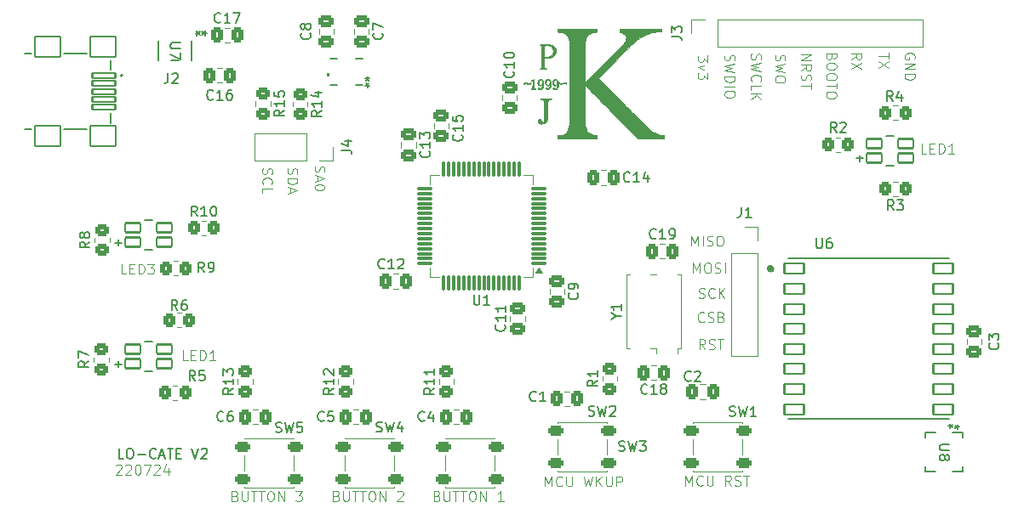
<source format=gto>
%TF.GenerationSoftware,KiCad,Pcbnew,8.0.4-8.0.4-0~ubuntu24.04.1*%
%TF.CreationDate,2024-07-23T16:28:14+10:00*%
%TF.ProjectId,lo_cate_pcb,6c6f5f63-6174-4655-9f70-63622e6b6963,rev?*%
%TF.SameCoordinates,Original*%
%TF.FileFunction,Legend,Top*%
%TF.FilePolarity,Positive*%
%FSLAX46Y46*%
G04 Gerber Fmt 4.6, Leading zero omitted, Abs format (unit mm)*
G04 Created by KiCad (PCBNEW 8.0.4-8.0.4-0~ubuntu24.04.1) date 2024-07-23 16:28:14*
%MOMM*%
%LPD*%
G01*
G04 APERTURE LIST*
G04 Aperture macros list*
%AMRoundRect*
0 Rectangle with rounded corners*
0 $1 Rounding radius*
0 $2 $3 $4 $5 $6 $7 $8 $9 X,Y pos of 4 corners*
0 Add a 4 corners polygon primitive as box body*
4,1,4,$2,$3,$4,$5,$6,$7,$8,$9,$2,$3,0*
0 Add four circle primitives for the rounded corners*
1,1,$1+$1,$2,$3*
1,1,$1+$1,$4,$5*
1,1,$1+$1,$6,$7*
1,1,$1+$1,$8,$9*
0 Add four rect primitives between the rounded corners*
20,1,$1+$1,$2,$3,$4,$5,0*
20,1,$1+$1,$4,$5,$6,$7,0*
20,1,$1+$1,$6,$7,$8,$9,0*
20,1,$1+$1,$8,$9,$2,$3,0*%
G04 Aperture macros list end*
%ADD10C,0.080000*%
%ADD11C,0.100000*%
%ADD12C,0.200000*%
%ADD13C,0.150000*%
%ADD14C,0.120000*%
%ADD15C,0.010000*%
%ADD16C,0.152400*%
%ADD17C,0.000000*%
%ADD18C,0.127000*%
%ADD19RoundRect,0.250000X0.525000X0.250000X-0.525000X0.250000X-0.525000X-0.250000X0.525000X-0.250000X0*%
%ADD20R,1.700000X2.100000*%
%ADD21RoundRect,0.250000X-0.475000X0.337500X-0.475000X-0.337500X0.475000X-0.337500X0.475000X0.337500X0*%
%ADD22RoundRect,0.102000X-0.750000X-0.450000X0.750000X-0.450000X0.750000X0.450000X-0.750000X0.450000X0*%
%ADD23RoundRect,0.250000X0.450000X-0.350000X0.450000X0.350000X-0.450000X0.350000X-0.450000X-0.350000X0*%
%ADD24R,1.700000X1.700000*%
%ADD25O,1.700000X1.700000*%
%ADD26RoundRect,0.250000X-0.337500X-0.475000X0.337500X-0.475000X0.337500X0.475000X-0.337500X0.475000X0*%
%ADD27RoundRect,0.250000X0.475000X-0.337500X0.475000X0.337500X-0.475000X0.337500X-0.475000X-0.337500X0*%
%ADD28RoundRect,0.250000X-0.350000X-0.450000X0.350000X-0.450000X0.350000X0.450000X-0.350000X0.450000X0*%
%ADD29RoundRect,0.250000X0.350000X0.450000X-0.350000X0.450000X-0.350000X-0.450000X0.350000X-0.450000X0*%
%ADD30RoundRect,0.102000X-0.975000X-0.525000X0.975000X-0.525000X0.975000X0.525000X-0.975000X0.525000X0*%
%ADD31RoundRect,0.102000X0.975000X0.525000X-0.975000X0.525000X-0.975000X-0.525000X0.975000X-0.525000X0*%
%ADD32R,0.584200X0.304800*%
%ADD33R,0.304800X0.584200*%
%ADD34C,3.200000*%
%ADD35RoundRect,0.250000X0.337500X0.475000X-0.337500X0.475000X-0.337500X-0.475000X0.337500X-0.475000X0*%
%ADD36C,0.900000*%
%ADD37RoundRect,0.102000X-1.150000X0.250000X-1.150000X-0.250000X1.150000X-0.250000X1.150000X0.250000X0*%
%ADD38RoundRect,0.102000X-1.250000X1.000000X-1.250000X-1.000000X1.250000X-1.000000X1.250000X1.000000X0*%
%ADD39RoundRect,0.250000X-0.450000X0.350000X-0.450000X-0.350000X0.450000X-0.350000X0.450000X0.350000X0*%
%ADD40R,0.990600X0.990600*%
%ADD41R,1.041400X2.209800*%
%ADD42R,0.508000X1.181100*%
%ADD43RoundRect,0.075000X0.700000X0.075000X-0.700000X0.075000X-0.700000X-0.075000X0.700000X-0.075000X0*%
%ADD44RoundRect,0.075000X0.075000X0.700000X-0.075000X0.700000X-0.075000X-0.700000X0.075000X-0.700000X0*%
G04 APERTURE END LIST*
D10*
X172274160Y-78543107D02*
X172226540Y-78685964D01*
X172226540Y-78685964D02*
X172226540Y-78924059D01*
X172226540Y-78924059D02*
X172274160Y-79019297D01*
X172274160Y-79019297D02*
X172321779Y-79066916D01*
X172321779Y-79066916D02*
X172417017Y-79114535D01*
X172417017Y-79114535D02*
X172512255Y-79114535D01*
X172512255Y-79114535D02*
X172607493Y-79066916D01*
X172607493Y-79066916D02*
X172655112Y-79019297D01*
X172655112Y-79019297D02*
X172702731Y-78924059D01*
X172702731Y-78924059D02*
X172750350Y-78733583D01*
X172750350Y-78733583D02*
X172797969Y-78638345D01*
X172797969Y-78638345D02*
X172845588Y-78590726D01*
X172845588Y-78590726D02*
X172940826Y-78543107D01*
X172940826Y-78543107D02*
X173036064Y-78543107D01*
X173036064Y-78543107D02*
X173131302Y-78590726D01*
X173131302Y-78590726D02*
X173178921Y-78638345D01*
X173178921Y-78638345D02*
X173226540Y-78733583D01*
X173226540Y-78733583D02*
X173226540Y-78971678D01*
X173226540Y-78971678D02*
X173178921Y-79114535D01*
X173226540Y-79447869D02*
X172226540Y-79685964D01*
X172226540Y-79685964D02*
X172940826Y-79876440D01*
X172940826Y-79876440D02*
X172226540Y-80066916D01*
X172226540Y-80066916D02*
X173226540Y-80305012D01*
X173226540Y-80876440D02*
X173226540Y-81066916D01*
X173226540Y-81066916D02*
X173178921Y-81162154D01*
X173178921Y-81162154D02*
X173083683Y-81257392D01*
X173083683Y-81257392D02*
X172893207Y-81305011D01*
X172893207Y-81305011D02*
X172559874Y-81305011D01*
X172559874Y-81305011D02*
X172369398Y-81257392D01*
X172369398Y-81257392D02*
X172274160Y-81162154D01*
X172274160Y-81162154D02*
X172226540Y-81066916D01*
X172226540Y-81066916D02*
X172226540Y-80876440D01*
X172226540Y-80876440D02*
X172274160Y-80781202D01*
X172274160Y-80781202D02*
X172369398Y-80685964D01*
X172369398Y-80685964D02*
X172559874Y-80638345D01*
X172559874Y-80638345D02*
X172893207Y-80638345D01*
X172893207Y-80638345D02*
X173083683Y-80685964D01*
X173083683Y-80685964D02*
X173178921Y-80781202D01*
X173178921Y-80781202D02*
X173226540Y-80876440D01*
X121274160Y-89843107D02*
X121226540Y-89985964D01*
X121226540Y-89985964D02*
X121226540Y-90224059D01*
X121226540Y-90224059D02*
X121274160Y-90319297D01*
X121274160Y-90319297D02*
X121321779Y-90366916D01*
X121321779Y-90366916D02*
X121417017Y-90414535D01*
X121417017Y-90414535D02*
X121512255Y-90414535D01*
X121512255Y-90414535D02*
X121607493Y-90366916D01*
X121607493Y-90366916D02*
X121655112Y-90319297D01*
X121655112Y-90319297D02*
X121702731Y-90224059D01*
X121702731Y-90224059D02*
X121750350Y-90033583D01*
X121750350Y-90033583D02*
X121797969Y-89938345D01*
X121797969Y-89938345D02*
X121845588Y-89890726D01*
X121845588Y-89890726D02*
X121940826Y-89843107D01*
X121940826Y-89843107D02*
X122036064Y-89843107D01*
X122036064Y-89843107D02*
X122131302Y-89890726D01*
X122131302Y-89890726D02*
X122178921Y-89938345D01*
X122178921Y-89938345D02*
X122226540Y-90033583D01*
X122226540Y-90033583D02*
X122226540Y-90271678D01*
X122226540Y-90271678D02*
X122178921Y-90414535D01*
X121321779Y-91414535D02*
X121274160Y-91366916D01*
X121274160Y-91366916D02*
X121226540Y-91224059D01*
X121226540Y-91224059D02*
X121226540Y-91128821D01*
X121226540Y-91128821D02*
X121274160Y-90985964D01*
X121274160Y-90985964D02*
X121369398Y-90890726D01*
X121369398Y-90890726D02*
X121464636Y-90843107D01*
X121464636Y-90843107D02*
X121655112Y-90795488D01*
X121655112Y-90795488D02*
X121797969Y-90795488D01*
X121797969Y-90795488D02*
X121988445Y-90843107D01*
X121988445Y-90843107D02*
X122083683Y-90890726D01*
X122083683Y-90890726D02*
X122178921Y-90985964D01*
X122178921Y-90985964D02*
X122226540Y-91128821D01*
X122226540Y-91128821D02*
X122226540Y-91224059D01*
X122226540Y-91224059D02*
X122178921Y-91366916D01*
X122178921Y-91366916D02*
X122131302Y-91414535D01*
X121226540Y-92319297D02*
X121226540Y-91843107D01*
X121226540Y-91843107D02*
X122226540Y-91843107D01*
X183526540Y-78347869D02*
X183526540Y-78919297D01*
X182526540Y-78633583D02*
X183526540Y-78633583D01*
X183526540Y-79157393D02*
X182526540Y-79824059D01*
X183526540Y-79824059D02*
X182526540Y-79157393D01*
D11*
X163328884Y-121472419D02*
X163328884Y-120472419D01*
X163328884Y-120472419D02*
X163662217Y-121186704D01*
X163662217Y-121186704D02*
X163995550Y-120472419D01*
X163995550Y-120472419D02*
X163995550Y-121472419D01*
X165043169Y-121377180D02*
X164995550Y-121424800D01*
X164995550Y-121424800D02*
X164852693Y-121472419D01*
X164852693Y-121472419D02*
X164757455Y-121472419D01*
X164757455Y-121472419D02*
X164614598Y-121424800D01*
X164614598Y-121424800D02*
X164519360Y-121329561D01*
X164519360Y-121329561D02*
X164471741Y-121234323D01*
X164471741Y-121234323D02*
X164424122Y-121043847D01*
X164424122Y-121043847D02*
X164424122Y-120900990D01*
X164424122Y-120900990D02*
X164471741Y-120710514D01*
X164471741Y-120710514D02*
X164519360Y-120615276D01*
X164519360Y-120615276D02*
X164614598Y-120520038D01*
X164614598Y-120520038D02*
X164757455Y-120472419D01*
X164757455Y-120472419D02*
X164852693Y-120472419D01*
X164852693Y-120472419D02*
X164995550Y-120520038D01*
X164995550Y-120520038D02*
X165043169Y-120567657D01*
X165471741Y-120472419D02*
X165471741Y-121281942D01*
X165471741Y-121281942D02*
X165519360Y-121377180D01*
X165519360Y-121377180D02*
X165566979Y-121424800D01*
X165566979Y-121424800D02*
X165662217Y-121472419D01*
X165662217Y-121472419D02*
X165852693Y-121472419D01*
X165852693Y-121472419D02*
X165947931Y-121424800D01*
X165947931Y-121424800D02*
X165995550Y-121377180D01*
X165995550Y-121377180D02*
X166043169Y-121281942D01*
X166043169Y-121281942D02*
X166043169Y-120472419D01*
X167852693Y-121472419D02*
X167519360Y-120996228D01*
X167281265Y-121472419D02*
X167281265Y-120472419D01*
X167281265Y-120472419D02*
X167662217Y-120472419D01*
X167662217Y-120472419D02*
X167757455Y-120520038D01*
X167757455Y-120520038D02*
X167805074Y-120567657D01*
X167805074Y-120567657D02*
X167852693Y-120662895D01*
X167852693Y-120662895D02*
X167852693Y-120805752D01*
X167852693Y-120805752D02*
X167805074Y-120900990D01*
X167805074Y-120900990D02*
X167757455Y-120948609D01*
X167757455Y-120948609D02*
X167662217Y-120996228D01*
X167662217Y-120996228D02*
X167281265Y-120996228D01*
X168233646Y-121424800D02*
X168376503Y-121472419D01*
X168376503Y-121472419D02*
X168614598Y-121472419D01*
X168614598Y-121472419D02*
X168709836Y-121424800D01*
X168709836Y-121424800D02*
X168757455Y-121377180D01*
X168757455Y-121377180D02*
X168805074Y-121281942D01*
X168805074Y-121281942D02*
X168805074Y-121186704D01*
X168805074Y-121186704D02*
X168757455Y-121091466D01*
X168757455Y-121091466D02*
X168709836Y-121043847D01*
X168709836Y-121043847D02*
X168614598Y-120996228D01*
X168614598Y-120996228D02*
X168424122Y-120948609D01*
X168424122Y-120948609D02*
X168328884Y-120900990D01*
X168328884Y-120900990D02*
X168281265Y-120853371D01*
X168281265Y-120853371D02*
X168233646Y-120758133D01*
X168233646Y-120758133D02*
X168233646Y-120662895D01*
X168233646Y-120662895D02*
X168281265Y-120567657D01*
X168281265Y-120567657D02*
X168328884Y-120520038D01*
X168328884Y-120520038D02*
X168424122Y-120472419D01*
X168424122Y-120472419D02*
X168662217Y-120472419D01*
X168662217Y-120472419D02*
X168805074Y-120520038D01*
X169090789Y-120472419D02*
X169662217Y-120472419D01*
X169376503Y-121472419D02*
X169376503Y-120472419D01*
D10*
X169884104Y-78443107D02*
X169836484Y-78585964D01*
X169836484Y-78585964D02*
X169836484Y-78824059D01*
X169836484Y-78824059D02*
X169884104Y-78919297D01*
X169884104Y-78919297D02*
X169931723Y-78966916D01*
X169931723Y-78966916D02*
X170026961Y-79014535D01*
X170026961Y-79014535D02*
X170122199Y-79014535D01*
X170122199Y-79014535D02*
X170217437Y-78966916D01*
X170217437Y-78966916D02*
X170265056Y-78919297D01*
X170265056Y-78919297D02*
X170312675Y-78824059D01*
X170312675Y-78824059D02*
X170360294Y-78633583D01*
X170360294Y-78633583D02*
X170407913Y-78538345D01*
X170407913Y-78538345D02*
X170455532Y-78490726D01*
X170455532Y-78490726D02*
X170550770Y-78443107D01*
X170550770Y-78443107D02*
X170646008Y-78443107D01*
X170646008Y-78443107D02*
X170741246Y-78490726D01*
X170741246Y-78490726D02*
X170788865Y-78538345D01*
X170788865Y-78538345D02*
X170836484Y-78633583D01*
X170836484Y-78633583D02*
X170836484Y-78871678D01*
X170836484Y-78871678D02*
X170788865Y-79014535D01*
X170836484Y-79347869D02*
X169836484Y-79585964D01*
X169836484Y-79585964D02*
X170550770Y-79776440D01*
X170550770Y-79776440D02*
X169836484Y-79966916D01*
X169836484Y-79966916D02*
X170836484Y-80205012D01*
X169931723Y-81157392D02*
X169884104Y-81109773D01*
X169884104Y-81109773D02*
X169836484Y-80966916D01*
X169836484Y-80966916D02*
X169836484Y-80871678D01*
X169836484Y-80871678D02*
X169884104Y-80728821D01*
X169884104Y-80728821D02*
X169979342Y-80633583D01*
X169979342Y-80633583D02*
X170074580Y-80585964D01*
X170074580Y-80585964D02*
X170265056Y-80538345D01*
X170265056Y-80538345D02*
X170407913Y-80538345D01*
X170407913Y-80538345D02*
X170598389Y-80585964D01*
X170598389Y-80585964D02*
X170693627Y-80633583D01*
X170693627Y-80633583D02*
X170788865Y-80728821D01*
X170788865Y-80728821D02*
X170836484Y-80871678D01*
X170836484Y-80871678D02*
X170836484Y-80966916D01*
X170836484Y-80966916D02*
X170788865Y-81109773D01*
X170788865Y-81109773D02*
X170741246Y-81157392D01*
X169836484Y-82062154D02*
X169836484Y-81585964D01*
X169836484Y-81585964D02*
X170836484Y-81585964D01*
X169836484Y-82395488D02*
X170836484Y-82395488D01*
X169836484Y-82966916D02*
X170407913Y-82538345D01*
X170836484Y-82966916D02*
X170265056Y-82395488D01*
D11*
X128612217Y-122473609D02*
X128755074Y-122521228D01*
X128755074Y-122521228D02*
X128802693Y-122568847D01*
X128802693Y-122568847D02*
X128850312Y-122664085D01*
X128850312Y-122664085D02*
X128850312Y-122806942D01*
X128850312Y-122806942D02*
X128802693Y-122902180D01*
X128802693Y-122902180D02*
X128755074Y-122949800D01*
X128755074Y-122949800D02*
X128659836Y-122997419D01*
X128659836Y-122997419D02*
X128278884Y-122997419D01*
X128278884Y-122997419D02*
X128278884Y-121997419D01*
X128278884Y-121997419D02*
X128612217Y-121997419D01*
X128612217Y-121997419D02*
X128707455Y-122045038D01*
X128707455Y-122045038D02*
X128755074Y-122092657D01*
X128755074Y-122092657D02*
X128802693Y-122187895D01*
X128802693Y-122187895D02*
X128802693Y-122283133D01*
X128802693Y-122283133D02*
X128755074Y-122378371D01*
X128755074Y-122378371D02*
X128707455Y-122425990D01*
X128707455Y-122425990D02*
X128612217Y-122473609D01*
X128612217Y-122473609D02*
X128278884Y-122473609D01*
X129278884Y-121997419D02*
X129278884Y-122806942D01*
X129278884Y-122806942D02*
X129326503Y-122902180D01*
X129326503Y-122902180D02*
X129374122Y-122949800D01*
X129374122Y-122949800D02*
X129469360Y-122997419D01*
X129469360Y-122997419D02*
X129659836Y-122997419D01*
X129659836Y-122997419D02*
X129755074Y-122949800D01*
X129755074Y-122949800D02*
X129802693Y-122902180D01*
X129802693Y-122902180D02*
X129850312Y-122806942D01*
X129850312Y-122806942D02*
X129850312Y-121997419D01*
X130183646Y-121997419D02*
X130755074Y-121997419D01*
X130469360Y-122997419D02*
X130469360Y-121997419D01*
X130945551Y-121997419D02*
X131516979Y-121997419D01*
X131231265Y-122997419D02*
X131231265Y-121997419D01*
X132040789Y-121997419D02*
X132231265Y-121997419D01*
X132231265Y-121997419D02*
X132326503Y-122045038D01*
X132326503Y-122045038D02*
X132421741Y-122140276D01*
X132421741Y-122140276D02*
X132469360Y-122330752D01*
X132469360Y-122330752D02*
X132469360Y-122664085D01*
X132469360Y-122664085D02*
X132421741Y-122854561D01*
X132421741Y-122854561D02*
X132326503Y-122949800D01*
X132326503Y-122949800D02*
X132231265Y-122997419D01*
X132231265Y-122997419D02*
X132040789Y-122997419D01*
X132040789Y-122997419D02*
X131945551Y-122949800D01*
X131945551Y-122949800D02*
X131850313Y-122854561D01*
X131850313Y-122854561D02*
X131802694Y-122664085D01*
X131802694Y-122664085D02*
X131802694Y-122330752D01*
X131802694Y-122330752D02*
X131850313Y-122140276D01*
X131850313Y-122140276D02*
X131945551Y-122045038D01*
X131945551Y-122045038D02*
X132040789Y-121997419D01*
X132897932Y-122997419D02*
X132897932Y-121997419D01*
X132897932Y-121997419D02*
X133469360Y-122997419D01*
X133469360Y-122997419D02*
X133469360Y-121997419D01*
X134659837Y-122092657D02*
X134707456Y-122045038D01*
X134707456Y-122045038D02*
X134802694Y-121997419D01*
X134802694Y-121997419D02*
X135040789Y-121997419D01*
X135040789Y-121997419D02*
X135136027Y-122045038D01*
X135136027Y-122045038D02*
X135183646Y-122092657D01*
X135183646Y-122092657D02*
X135231265Y-122187895D01*
X135231265Y-122187895D02*
X135231265Y-122283133D01*
X135231265Y-122283133D02*
X135183646Y-122425990D01*
X135183646Y-122425990D02*
X134612218Y-122997419D01*
X134612218Y-122997419D02*
X135231265Y-122997419D01*
D10*
X126474160Y-89643107D02*
X126426540Y-89785964D01*
X126426540Y-89785964D02*
X126426540Y-90024059D01*
X126426540Y-90024059D02*
X126474160Y-90119297D01*
X126474160Y-90119297D02*
X126521779Y-90166916D01*
X126521779Y-90166916D02*
X126617017Y-90214535D01*
X126617017Y-90214535D02*
X126712255Y-90214535D01*
X126712255Y-90214535D02*
X126807493Y-90166916D01*
X126807493Y-90166916D02*
X126855112Y-90119297D01*
X126855112Y-90119297D02*
X126902731Y-90024059D01*
X126902731Y-90024059D02*
X126950350Y-89833583D01*
X126950350Y-89833583D02*
X126997969Y-89738345D01*
X126997969Y-89738345D02*
X127045588Y-89690726D01*
X127045588Y-89690726D02*
X127140826Y-89643107D01*
X127140826Y-89643107D02*
X127236064Y-89643107D01*
X127236064Y-89643107D02*
X127331302Y-89690726D01*
X127331302Y-89690726D02*
X127378921Y-89738345D01*
X127378921Y-89738345D02*
X127426540Y-89833583D01*
X127426540Y-89833583D02*
X127426540Y-90071678D01*
X127426540Y-90071678D02*
X127378921Y-90214535D01*
X126712255Y-90595488D02*
X126712255Y-91071678D01*
X126426540Y-90500250D02*
X127426540Y-90833583D01*
X127426540Y-90833583D02*
X126426540Y-91166916D01*
X127426540Y-91690726D02*
X127426540Y-91785964D01*
X127426540Y-91785964D02*
X127378921Y-91881202D01*
X127378921Y-91881202D02*
X127331302Y-91928821D01*
X127331302Y-91928821D02*
X127236064Y-91976440D01*
X127236064Y-91976440D02*
X127045588Y-92024059D01*
X127045588Y-92024059D02*
X126807493Y-92024059D01*
X126807493Y-92024059D02*
X126617017Y-91976440D01*
X126617017Y-91976440D02*
X126521779Y-91928821D01*
X126521779Y-91928821D02*
X126474160Y-91881202D01*
X126474160Y-91881202D02*
X126426540Y-91785964D01*
X126426540Y-91785964D02*
X126426540Y-91690726D01*
X126426540Y-91690726D02*
X126474160Y-91595488D01*
X126474160Y-91595488D02*
X126521779Y-91547869D01*
X126521779Y-91547869D02*
X126617017Y-91500250D01*
X126617017Y-91500250D02*
X126807493Y-91452631D01*
X126807493Y-91452631D02*
X127045588Y-91452631D01*
X127045588Y-91452631D02*
X127236064Y-91500250D01*
X127236064Y-91500250D02*
X127331302Y-91547869D01*
X127331302Y-91547869D02*
X127378921Y-91595488D01*
X127378921Y-91595488D02*
X127426540Y-91690726D01*
D11*
X113805074Y-108972419D02*
X113328884Y-108972419D01*
X113328884Y-108972419D02*
X113328884Y-107972419D01*
X114138408Y-108448609D02*
X114471741Y-108448609D01*
X114614598Y-108972419D02*
X114138408Y-108972419D01*
X114138408Y-108972419D02*
X114138408Y-107972419D01*
X114138408Y-107972419D02*
X114614598Y-107972419D01*
X115043170Y-108972419D02*
X115043170Y-107972419D01*
X115043170Y-107972419D02*
X115281265Y-107972419D01*
X115281265Y-107972419D02*
X115424122Y-108020038D01*
X115424122Y-108020038D02*
X115519360Y-108115276D01*
X115519360Y-108115276D02*
X115566979Y-108210514D01*
X115566979Y-108210514D02*
X115614598Y-108400990D01*
X115614598Y-108400990D02*
X115614598Y-108543847D01*
X115614598Y-108543847D02*
X115566979Y-108734323D01*
X115566979Y-108734323D02*
X115519360Y-108829561D01*
X115519360Y-108829561D02*
X115424122Y-108924800D01*
X115424122Y-108924800D02*
X115281265Y-108972419D01*
X115281265Y-108972419D02*
X115043170Y-108972419D01*
X116566979Y-108972419D02*
X115995551Y-108972419D01*
X116281265Y-108972419D02*
X116281265Y-107972419D01*
X116281265Y-107972419D02*
X116186027Y-108115276D01*
X116186027Y-108115276D02*
X116090789Y-108210514D01*
X116090789Y-108210514D02*
X115995551Y-108258133D01*
D10*
X165262154Y-107873459D02*
X164928821Y-107397268D01*
X164690726Y-107873459D02*
X164690726Y-106873459D01*
X164690726Y-106873459D02*
X165071678Y-106873459D01*
X165071678Y-106873459D02*
X165166916Y-106921078D01*
X165166916Y-106921078D02*
X165214535Y-106968697D01*
X165214535Y-106968697D02*
X165262154Y-107063935D01*
X165262154Y-107063935D02*
X165262154Y-107206792D01*
X165262154Y-107206792D02*
X165214535Y-107302030D01*
X165214535Y-107302030D02*
X165166916Y-107349649D01*
X165166916Y-107349649D02*
X165071678Y-107397268D01*
X165071678Y-107397268D02*
X164690726Y-107397268D01*
X165643107Y-107825840D02*
X165785964Y-107873459D01*
X165785964Y-107873459D02*
X166024059Y-107873459D01*
X166024059Y-107873459D02*
X166119297Y-107825840D01*
X166119297Y-107825840D02*
X166166916Y-107778220D01*
X166166916Y-107778220D02*
X166214535Y-107682982D01*
X166214535Y-107682982D02*
X166214535Y-107587744D01*
X166214535Y-107587744D02*
X166166916Y-107492506D01*
X166166916Y-107492506D02*
X166119297Y-107444887D01*
X166119297Y-107444887D02*
X166024059Y-107397268D01*
X166024059Y-107397268D02*
X165833583Y-107349649D01*
X165833583Y-107349649D02*
X165738345Y-107302030D01*
X165738345Y-107302030D02*
X165690726Y-107254411D01*
X165690726Y-107254411D02*
X165643107Y-107159173D01*
X165643107Y-107159173D02*
X165643107Y-107063935D01*
X165643107Y-107063935D02*
X165690726Y-106968697D01*
X165690726Y-106968697D02*
X165738345Y-106921078D01*
X165738345Y-106921078D02*
X165833583Y-106873459D01*
X165833583Y-106873459D02*
X166071678Y-106873459D01*
X166071678Y-106873459D02*
X166214535Y-106921078D01*
X166500250Y-106873459D02*
X167071678Y-106873459D01*
X166785964Y-107873459D02*
X166785964Y-106873459D01*
D11*
X106656265Y-119467657D02*
X106703884Y-119420038D01*
X106703884Y-119420038D02*
X106799122Y-119372419D01*
X106799122Y-119372419D02*
X107037217Y-119372419D01*
X107037217Y-119372419D02*
X107132455Y-119420038D01*
X107132455Y-119420038D02*
X107180074Y-119467657D01*
X107180074Y-119467657D02*
X107227693Y-119562895D01*
X107227693Y-119562895D02*
X107227693Y-119658133D01*
X107227693Y-119658133D02*
X107180074Y-119800990D01*
X107180074Y-119800990D02*
X106608646Y-120372419D01*
X106608646Y-120372419D02*
X107227693Y-120372419D01*
X107608646Y-119467657D02*
X107656265Y-119420038D01*
X107656265Y-119420038D02*
X107751503Y-119372419D01*
X107751503Y-119372419D02*
X107989598Y-119372419D01*
X107989598Y-119372419D02*
X108084836Y-119420038D01*
X108084836Y-119420038D02*
X108132455Y-119467657D01*
X108132455Y-119467657D02*
X108180074Y-119562895D01*
X108180074Y-119562895D02*
X108180074Y-119658133D01*
X108180074Y-119658133D02*
X108132455Y-119800990D01*
X108132455Y-119800990D02*
X107561027Y-120372419D01*
X107561027Y-120372419D02*
X108180074Y-120372419D01*
X108799122Y-119372419D02*
X108894360Y-119372419D01*
X108894360Y-119372419D02*
X108989598Y-119420038D01*
X108989598Y-119420038D02*
X109037217Y-119467657D01*
X109037217Y-119467657D02*
X109084836Y-119562895D01*
X109084836Y-119562895D02*
X109132455Y-119753371D01*
X109132455Y-119753371D02*
X109132455Y-119991466D01*
X109132455Y-119991466D02*
X109084836Y-120181942D01*
X109084836Y-120181942D02*
X109037217Y-120277180D01*
X109037217Y-120277180D02*
X108989598Y-120324800D01*
X108989598Y-120324800D02*
X108894360Y-120372419D01*
X108894360Y-120372419D02*
X108799122Y-120372419D01*
X108799122Y-120372419D02*
X108703884Y-120324800D01*
X108703884Y-120324800D02*
X108656265Y-120277180D01*
X108656265Y-120277180D02*
X108608646Y-120181942D01*
X108608646Y-120181942D02*
X108561027Y-119991466D01*
X108561027Y-119991466D02*
X108561027Y-119753371D01*
X108561027Y-119753371D02*
X108608646Y-119562895D01*
X108608646Y-119562895D02*
X108656265Y-119467657D01*
X108656265Y-119467657D02*
X108703884Y-119420038D01*
X108703884Y-119420038D02*
X108799122Y-119372419D01*
X109465789Y-119372419D02*
X110132455Y-119372419D01*
X110132455Y-119372419D02*
X109703884Y-120372419D01*
X110465789Y-119467657D02*
X110513408Y-119420038D01*
X110513408Y-119420038D02*
X110608646Y-119372419D01*
X110608646Y-119372419D02*
X110846741Y-119372419D01*
X110846741Y-119372419D02*
X110941979Y-119420038D01*
X110941979Y-119420038D02*
X110989598Y-119467657D01*
X110989598Y-119467657D02*
X111037217Y-119562895D01*
X111037217Y-119562895D02*
X111037217Y-119658133D01*
X111037217Y-119658133D02*
X110989598Y-119800990D01*
X110989598Y-119800990D02*
X110418170Y-120372419D01*
X110418170Y-120372419D02*
X111037217Y-120372419D01*
X111894360Y-119705752D02*
X111894360Y-120372419D01*
X111656265Y-119324800D02*
X111418170Y-120039085D01*
X111418170Y-120039085D02*
X112037217Y-120039085D01*
D10*
X167274160Y-78543107D02*
X167226540Y-78685964D01*
X167226540Y-78685964D02*
X167226540Y-78924059D01*
X167226540Y-78924059D02*
X167274160Y-79019297D01*
X167274160Y-79019297D02*
X167321779Y-79066916D01*
X167321779Y-79066916D02*
X167417017Y-79114535D01*
X167417017Y-79114535D02*
X167512255Y-79114535D01*
X167512255Y-79114535D02*
X167607493Y-79066916D01*
X167607493Y-79066916D02*
X167655112Y-79019297D01*
X167655112Y-79019297D02*
X167702731Y-78924059D01*
X167702731Y-78924059D02*
X167750350Y-78733583D01*
X167750350Y-78733583D02*
X167797969Y-78638345D01*
X167797969Y-78638345D02*
X167845588Y-78590726D01*
X167845588Y-78590726D02*
X167940826Y-78543107D01*
X167940826Y-78543107D02*
X168036064Y-78543107D01*
X168036064Y-78543107D02*
X168131302Y-78590726D01*
X168131302Y-78590726D02*
X168178921Y-78638345D01*
X168178921Y-78638345D02*
X168226540Y-78733583D01*
X168226540Y-78733583D02*
X168226540Y-78971678D01*
X168226540Y-78971678D02*
X168178921Y-79114535D01*
X168226540Y-79447869D02*
X167226540Y-79685964D01*
X167226540Y-79685964D02*
X167940826Y-79876440D01*
X167940826Y-79876440D02*
X167226540Y-80066916D01*
X167226540Y-80066916D02*
X168226540Y-80305012D01*
X167226540Y-80685964D02*
X168226540Y-80685964D01*
X168226540Y-80685964D02*
X168226540Y-80924059D01*
X168226540Y-80924059D02*
X168178921Y-81066916D01*
X168178921Y-81066916D02*
X168083683Y-81162154D01*
X168083683Y-81162154D02*
X167988445Y-81209773D01*
X167988445Y-81209773D02*
X167797969Y-81257392D01*
X167797969Y-81257392D02*
X167655112Y-81257392D01*
X167655112Y-81257392D02*
X167464636Y-81209773D01*
X167464636Y-81209773D02*
X167369398Y-81162154D01*
X167369398Y-81162154D02*
X167274160Y-81066916D01*
X167274160Y-81066916D02*
X167226540Y-80924059D01*
X167226540Y-80924059D02*
X167226540Y-80685964D01*
X167226540Y-81685964D02*
X168226540Y-81685964D01*
X168226540Y-82352630D02*
X168226540Y-82543106D01*
X168226540Y-82543106D02*
X168178921Y-82638344D01*
X168178921Y-82638344D02*
X168083683Y-82733582D01*
X168083683Y-82733582D02*
X167893207Y-82781201D01*
X167893207Y-82781201D02*
X167559874Y-82781201D01*
X167559874Y-82781201D02*
X167369398Y-82733582D01*
X167369398Y-82733582D02*
X167274160Y-82638344D01*
X167274160Y-82638344D02*
X167226540Y-82543106D01*
X167226540Y-82543106D02*
X167226540Y-82352630D01*
X167226540Y-82352630D02*
X167274160Y-82257392D01*
X167274160Y-82257392D02*
X167369398Y-82162154D01*
X167369398Y-82162154D02*
X167559874Y-82114535D01*
X167559874Y-82114535D02*
X167893207Y-82114535D01*
X167893207Y-82114535D02*
X168083683Y-82162154D01*
X168083683Y-82162154D02*
X168178921Y-82257392D01*
X168178921Y-82257392D02*
X168226540Y-82352630D01*
D11*
X187280074Y-88372419D02*
X186803884Y-88372419D01*
X186803884Y-88372419D02*
X186803884Y-87372419D01*
X187613408Y-87848609D02*
X187946741Y-87848609D01*
X188089598Y-88372419D02*
X187613408Y-88372419D01*
X187613408Y-88372419D02*
X187613408Y-87372419D01*
X187613408Y-87372419D02*
X188089598Y-87372419D01*
X188518170Y-88372419D02*
X188518170Y-87372419D01*
X188518170Y-87372419D02*
X188756265Y-87372419D01*
X188756265Y-87372419D02*
X188899122Y-87420038D01*
X188899122Y-87420038D02*
X188994360Y-87515276D01*
X188994360Y-87515276D02*
X189041979Y-87610514D01*
X189041979Y-87610514D02*
X189089598Y-87800990D01*
X189089598Y-87800990D02*
X189089598Y-87943847D01*
X189089598Y-87943847D02*
X189041979Y-88134323D01*
X189041979Y-88134323D02*
X188994360Y-88229561D01*
X188994360Y-88229561D02*
X188899122Y-88324800D01*
X188899122Y-88324800D02*
X188756265Y-88372419D01*
X188756265Y-88372419D02*
X188518170Y-88372419D01*
X190041979Y-88372419D02*
X189470551Y-88372419D01*
X189756265Y-88372419D02*
X189756265Y-87372419D01*
X189756265Y-87372419D02*
X189661027Y-87515276D01*
X189661027Y-87515276D02*
X189565789Y-87610514D01*
X189565789Y-87610514D02*
X189470551Y-87658133D01*
D10*
X177850350Y-78724059D02*
X177802731Y-78866916D01*
X177802731Y-78866916D02*
X177755112Y-78914535D01*
X177755112Y-78914535D02*
X177659874Y-78962154D01*
X177659874Y-78962154D02*
X177517017Y-78962154D01*
X177517017Y-78962154D02*
X177421779Y-78914535D01*
X177421779Y-78914535D02*
X177374160Y-78866916D01*
X177374160Y-78866916D02*
X177326540Y-78771678D01*
X177326540Y-78771678D02*
X177326540Y-78390726D01*
X177326540Y-78390726D02*
X178326540Y-78390726D01*
X178326540Y-78390726D02*
X178326540Y-78724059D01*
X178326540Y-78724059D02*
X178278921Y-78819297D01*
X178278921Y-78819297D02*
X178231302Y-78866916D01*
X178231302Y-78866916D02*
X178136064Y-78914535D01*
X178136064Y-78914535D02*
X178040826Y-78914535D01*
X178040826Y-78914535D02*
X177945588Y-78866916D01*
X177945588Y-78866916D02*
X177897969Y-78819297D01*
X177897969Y-78819297D02*
X177850350Y-78724059D01*
X177850350Y-78724059D02*
X177850350Y-78390726D01*
X178326540Y-79581202D02*
X178326540Y-79771678D01*
X178326540Y-79771678D02*
X178278921Y-79866916D01*
X178278921Y-79866916D02*
X178183683Y-79962154D01*
X178183683Y-79962154D02*
X177993207Y-80009773D01*
X177993207Y-80009773D02*
X177659874Y-80009773D01*
X177659874Y-80009773D02*
X177469398Y-79962154D01*
X177469398Y-79962154D02*
X177374160Y-79866916D01*
X177374160Y-79866916D02*
X177326540Y-79771678D01*
X177326540Y-79771678D02*
X177326540Y-79581202D01*
X177326540Y-79581202D02*
X177374160Y-79485964D01*
X177374160Y-79485964D02*
X177469398Y-79390726D01*
X177469398Y-79390726D02*
X177659874Y-79343107D01*
X177659874Y-79343107D02*
X177993207Y-79343107D01*
X177993207Y-79343107D02*
X178183683Y-79390726D01*
X178183683Y-79390726D02*
X178278921Y-79485964D01*
X178278921Y-79485964D02*
X178326540Y-79581202D01*
X178326540Y-80628821D02*
X178326540Y-80819297D01*
X178326540Y-80819297D02*
X178278921Y-80914535D01*
X178278921Y-80914535D02*
X178183683Y-81009773D01*
X178183683Y-81009773D02*
X177993207Y-81057392D01*
X177993207Y-81057392D02*
X177659874Y-81057392D01*
X177659874Y-81057392D02*
X177469398Y-81009773D01*
X177469398Y-81009773D02*
X177374160Y-80914535D01*
X177374160Y-80914535D02*
X177326540Y-80819297D01*
X177326540Y-80819297D02*
X177326540Y-80628821D01*
X177326540Y-80628821D02*
X177374160Y-80533583D01*
X177374160Y-80533583D02*
X177469398Y-80438345D01*
X177469398Y-80438345D02*
X177659874Y-80390726D01*
X177659874Y-80390726D02*
X177993207Y-80390726D01*
X177993207Y-80390726D02*
X178183683Y-80438345D01*
X178183683Y-80438345D02*
X178278921Y-80533583D01*
X178278921Y-80533583D02*
X178326540Y-80628821D01*
X178326540Y-81343107D02*
X178326540Y-81914535D01*
X177326540Y-81628821D02*
X178326540Y-81628821D01*
X178326540Y-82438345D02*
X178326540Y-82628821D01*
X178326540Y-82628821D02*
X178278921Y-82724059D01*
X178278921Y-82724059D02*
X178183683Y-82819297D01*
X178183683Y-82819297D02*
X177993207Y-82866916D01*
X177993207Y-82866916D02*
X177659874Y-82866916D01*
X177659874Y-82866916D02*
X177469398Y-82819297D01*
X177469398Y-82819297D02*
X177374160Y-82724059D01*
X177374160Y-82724059D02*
X177326540Y-82628821D01*
X177326540Y-82628821D02*
X177326540Y-82438345D01*
X177326540Y-82438345D02*
X177374160Y-82343107D01*
X177374160Y-82343107D02*
X177469398Y-82247869D01*
X177469398Y-82247869D02*
X177659874Y-82200250D01*
X177659874Y-82200250D02*
X177993207Y-82200250D01*
X177993207Y-82200250D02*
X178183683Y-82247869D01*
X178183683Y-82247869D02*
X178278921Y-82343107D01*
X178278921Y-82343107D02*
X178326540Y-82438345D01*
D11*
X118537217Y-122498609D02*
X118680074Y-122546228D01*
X118680074Y-122546228D02*
X118727693Y-122593847D01*
X118727693Y-122593847D02*
X118775312Y-122689085D01*
X118775312Y-122689085D02*
X118775312Y-122831942D01*
X118775312Y-122831942D02*
X118727693Y-122927180D01*
X118727693Y-122927180D02*
X118680074Y-122974800D01*
X118680074Y-122974800D02*
X118584836Y-123022419D01*
X118584836Y-123022419D02*
X118203884Y-123022419D01*
X118203884Y-123022419D02*
X118203884Y-122022419D01*
X118203884Y-122022419D02*
X118537217Y-122022419D01*
X118537217Y-122022419D02*
X118632455Y-122070038D01*
X118632455Y-122070038D02*
X118680074Y-122117657D01*
X118680074Y-122117657D02*
X118727693Y-122212895D01*
X118727693Y-122212895D02*
X118727693Y-122308133D01*
X118727693Y-122308133D02*
X118680074Y-122403371D01*
X118680074Y-122403371D02*
X118632455Y-122450990D01*
X118632455Y-122450990D02*
X118537217Y-122498609D01*
X118537217Y-122498609D02*
X118203884Y-122498609D01*
X119203884Y-122022419D02*
X119203884Y-122831942D01*
X119203884Y-122831942D02*
X119251503Y-122927180D01*
X119251503Y-122927180D02*
X119299122Y-122974800D01*
X119299122Y-122974800D02*
X119394360Y-123022419D01*
X119394360Y-123022419D02*
X119584836Y-123022419D01*
X119584836Y-123022419D02*
X119680074Y-122974800D01*
X119680074Y-122974800D02*
X119727693Y-122927180D01*
X119727693Y-122927180D02*
X119775312Y-122831942D01*
X119775312Y-122831942D02*
X119775312Y-122022419D01*
X120108646Y-122022419D02*
X120680074Y-122022419D01*
X120394360Y-123022419D02*
X120394360Y-122022419D01*
X120870551Y-122022419D02*
X121441979Y-122022419D01*
X121156265Y-123022419D02*
X121156265Y-122022419D01*
X121965789Y-122022419D02*
X122156265Y-122022419D01*
X122156265Y-122022419D02*
X122251503Y-122070038D01*
X122251503Y-122070038D02*
X122346741Y-122165276D01*
X122346741Y-122165276D02*
X122394360Y-122355752D01*
X122394360Y-122355752D02*
X122394360Y-122689085D01*
X122394360Y-122689085D02*
X122346741Y-122879561D01*
X122346741Y-122879561D02*
X122251503Y-122974800D01*
X122251503Y-122974800D02*
X122156265Y-123022419D01*
X122156265Y-123022419D02*
X121965789Y-123022419D01*
X121965789Y-123022419D02*
X121870551Y-122974800D01*
X121870551Y-122974800D02*
X121775313Y-122879561D01*
X121775313Y-122879561D02*
X121727694Y-122689085D01*
X121727694Y-122689085D02*
X121727694Y-122355752D01*
X121727694Y-122355752D02*
X121775313Y-122165276D01*
X121775313Y-122165276D02*
X121870551Y-122070038D01*
X121870551Y-122070038D02*
X121965789Y-122022419D01*
X122822932Y-123022419D02*
X122822932Y-122022419D01*
X122822932Y-122022419D02*
X123394360Y-123022419D01*
X123394360Y-123022419D02*
X123394360Y-122022419D01*
X124537218Y-122022419D02*
X125156265Y-122022419D01*
X125156265Y-122022419D02*
X124822932Y-122403371D01*
X124822932Y-122403371D02*
X124965789Y-122403371D01*
X124965789Y-122403371D02*
X125061027Y-122450990D01*
X125061027Y-122450990D02*
X125108646Y-122498609D01*
X125108646Y-122498609D02*
X125156265Y-122593847D01*
X125156265Y-122593847D02*
X125156265Y-122831942D01*
X125156265Y-122831942D02*
X125108646Y-122927180D01*
X125108646Y-122927180D02*
X125061027Y-122974800D01*
X125061027Y-122974800D02*
X124965789Y-123022419D01*
X124965789Y-123022419D02*
X124680075Y-123022419D01*
X124680075Y-123022419D02*
X124584837Y-122974800D01*
X124584837Y-122974800D02*
X124537218Y-122927180D01*
D10*
X123774160Y-89843107D02*
X123726540Y-89985964D01*
X123726540Y-89985964D02*
X123726540Y-90224059D01*
X123726540Y-90224059D02*
X123774160Y-90319297D01*
X123774160Y-90319297D02*
X123821779Y-90366916D01*
X123821779Y-90366916D02*
X123917017Y-90414535D01*
X123917017Y-90414535D02*
X124012255Y-90414535D01*
X124012255Y-90414535D02*
X124107493Y-90366916D01*
X124107493Y-90366916D02*
X124155112Y-90319297D01*
X124155112Y-90319297D02*
X124202731Y-90224059D01*
X124202731Y-90224059D02*
X124250350Y-90033583D01*
X124250350Y-90033583D02*
X124297969Y-89938345D01*
X124297969Y-89938345D02*
X124345588Y-89890726D01*
X124345588Y-89890726D02*
X124440826Y-89843107D01*
X124440826Y-89843107D02*
X124536064Y-89843107D01*
X124536064Y-89843107D02*
X124631302Y-89890726D01*
X124631302Y-89890726D02*
X124678921Y-89938345D01*
X124678921Y-89938345D02*
X124726540Y-90033583D01*
X124726540Y-90033583D02*
X124726540Y-90271678D01*
X124726540Y-90271678D02*
X124678921Y-90414535D01*
X123726540Y-90843107D02*
X124726540Y-90843107D01*
X124726540Y-90843107D02*
X124726540Y-91081202D01*
X124726540Y-91081202D02*
X124678921Y-91224059D01*
X124678921Y-91224059D02*
X124583683Y-91319297D01*
X124583683Y-91319297D02*
X124488445Y-91366916D01*
X124488445Y-91366916D02*
X124297969Y-91414535D01*
X124297969Y-91414535D02*
X124155112Y-91414535D01*
X124155112Y-91414535D02*
X123964636Y-91366916D01*
X123964636Y-91366916D02*
X123869398Y-91319297D01*
X123869398Y-91319297D02*
X123774160Y-91224059D01*
X123774160Y-91224059D02*
X123726540Y-91081202D01*
X123726540Y-91081202D02*
X123726540Y-90843107D01*
X124012255Y-91795488D02*
X124012255Y-92271678D01*
X123726540Y-91700250D02*
X124726540Y-92033583D01*
X124726540Y-92033583D02*
X123726540Y-92366916D01*
D11*
X149328884Y-121534919D02*
X149328884Y-120534919D01*
X149328884Y-120534919D02*
X149662217Y-121249204D01*
X149662217Y-121249204D02*
X149995550Y-120534919D01*
X149995550Y-120534919D02*
X149995550Y-121534919D01*
X151043169Y-121439680D02*
X150995550Y-121487300D01*
X150995550Y-121487300D02*
X150852693Y-121534919D01*
X150852693Y-121534919D02*
X150757455Y-121534919D01*
X150757455Y-121534919D02*
X150614598Y-121487300D01*
X150614598Y-121487300D02*
X150519360Y-121392061D01*
X150519360Y-121392061D02*
X150471741Y-121296823D01*
X150471741Y-121296823D02*
X150424122Y-121106347D01*
X150424122Y-121106347D02*
X150424122Y-120963490D01*
X150424122Y-120963490D02*
X150471741Y-120773014D01*
X150471741Y-120773014D02*
X150519360Y-120677776D01*
X150519360Y-120677776D02*
X150614598Y-120582538D01*
X150614598Y-120582538D02*
X150757455Y-120534919D01*
X150757455Y-120534919D02*
X150852693Y-120534919D01*
X150852693Y-120534919D02*
X150995550Y-120582538D01*
X150995550Y-120582538D02*
X151043169Y-120630157D01*
X151471741Y-120534919D02*
X151471741Y-121344442D01*
X151471741Y-121344442D02*
X151519360Y-121439680D01*
X151519360Y-121439680D02*
X151566979Y-121487300D01*
X151566979Y-121487300D02*
X151662217Y-121534919D01*
X151662217Y-121534919D02*
X151852693Y-121534919D01*
X151852693Y-121534919D02*
X151947931Y-121487300D01*
X151947931Y-121487300D02*
X151995550Y-121439680D01*
X151995550Y-121439680D02*
X152043169Y-121344442D01*
X152043169Y-121344442D02*
X152043169Y-120534919D01*
X153186027Y-120534919D02*
X153424122Y-121534919D01*
X153424122Y-121534919D02*
X153614598Y-120820633D01*
X153614598Y-120820633D02*
X153805074Y-121534919D01*
X153805074Y-121534919D02*
X154043170Y-120534919D01*
X154424122Y-121534919D02*
X154424122Y-120534919D01*
X154995550Y-121534919D02*
X154566979Y-120963490D01*
X154995550Y-120534919D02*
X154424122Y-121106347D01*
X155424122Y-120534919D02*
X155424122Y-121344442D01*
X155424122Y-121344442D02*
X155471741Y-121439680D01*
X155471741Y-121439680D02*
X155519360Y-121487300D01*
X155519360Y-121487300D02*
X155614598Y-121534919D01*
X155614598Y-121534919D02*
X155805074Y-121534919D01*
X155805074Y-121534919D02*
X155900312Y-121487300D01*
X155900312Y-121487300D02*
X155947931Y-121439680D01*
X155947931Y-121439680D02*
X155995550Y-121344442D01*
X155995550Y-121344442D02*
X155995550Y-120534919D01*
X156471741Y-121534919D02*
X156471741Y-120534919D01*
X156471741Y-120534919D02*
X156852693Y-120534919D01*
X156852693Y-120534919D02*
X156947931Y-120582538D01*
X156947931Y-120582538D02*
X156995550Y-120630157D01*
X156995550Y-120630157D02*
X157043169Y-120725395D01*
X157043169Y-120725395D02*
X157043169Y-120868252D01*
X157043169Y-120868252D02*
X156995550Y-120963490D01*
X156995550Y-120963490D02*
X156947931Y-121011109D01*
X156947931Y-121011109D02*
X156852693Y-121058728D01*
X156852693Y-121058728D02*
X156471741Y-121058728D01*
D10*
X163890726Y-97573459D02*
X163890726Y-96573459D01*
X163890726Y-96573459D02*
X164224059Y-97287744D01*
X164224059Y-97287744D02*
X164557392Y-96573459D01*
X164557392Y-96573459D02*
X164557392Y-97573459D01*
X165033583Y-97573459D02*
X165033583Y-96573459D01*
X165462154Y-97525840D02*
X165605011Y-97573459D01*
X165605011Y-97573459D02*
X165843106Y-97573459D01*
X165843106Y-97573459D02*
X165938344Y-97525840D01*
X165938344Y-97525840D02*
X165985963Y-97478220D01*
X165985963Y-97478220D02*
X166033582Y-97382982D01*
X166033582Y-97382982D02*
X166033582Y-97287744D01*
X166033582Y-97287744D02*
X165985963Y-97192506D01*
X165985963Y-97192506D02*
X165938344Y-97144887D01*
X165938344Y-97144887D02*
X165843106Y-97097268D01*
X165843106Y-97097268D02*
X165652630Y-97049649D01*
X165652630Y-97049649D02*
X165557392Y-97002030D01*
X165557392Y-97002030D02*
X165509773Y-96954411D01*
X165509773Y-96954411D02*
X165462154Y-96859173D01*
X165462154Y-96859173D02*
X165462154Y-96763935D01*
X165462154Y-96763935D02*
X165509773Y-96668697D01*
X165509773Y-96668697D02*
X165557392Y-96621078D01*
X165557392Y-96621078D02*
X165652630Y-96573459D01*
X165652630Y-96573459D02*
X165890725Y-96573459D01*
X165890725Y-96573459D02*
X166033582Y-96621078D01*
X166652630Y-96573459D02*
X166843106Y-96573459D01*
X166843106Y-96573459D02*
X166938344Y-96621078D01*
X166938344Y-96621078D02*
X167033582Y-96716316D01*
X167033582Y-96716316D02*
X167081201Y-96906792D01*
X167081201Y-96906792D02*
X167081201Y-97240125D01*
X167081201Y-97240125D02*
X167033582Y-97430601D01*
X167033582Y-97430601D02*
X166938344Y-97525840D01*
X166938344Y-97525840D02*
X166843106Y-97573459D01*
X166843106Y-97573459D02*
X166652630Y-97573459D01*
X166652630Y-97573459D02*
X166557392Y-97525840D01*
X166557392Y-97525840D02*
X166462154Y-97430601D01*
X166462154Y-97430601D02*
X166414535Y-97240125D01*
X166414535Y-97240125D02*
X166414535Y-96906792D01*
X166414535Y-96906792D02*
X166462154Y-96716316D01*
X166462154Y-96716316D02*
X166557392Y-96621078D01*
X166557392Y-96621078D02*
X166652630Y-96573459D01*
D11*
X138612217Y-122473609D02*
X138755074Y-122521228D01*
X138755074Y-122521228D02*
X138802693Y-122568847D01*
X138802693Y-122568847D02*
X138850312Y-122664085D01*
X138850312Y-122664085D02*
X138850312Y-122806942D01*
X138850312Y-122806942D02*
X138802693Y-122902180D01*
X138802693Y-122902180D02*
X138755074Y-122949800D01*
X138755074Y-122949800D02*
X138659836Y-122997419D01*
X138659836Y-122997419D02*
X138278884Y-122997419D01*
X138278884Y-122997419D02*
X138278884Y-121997419D01*
X138278884Y-121997419D02*
X138612217Y-121997419D01*
X138612217Y-121997419D02*
X138707455Y-122045038D01*
X138707455Y-122045038D02*
X138755074Y-122092657D01*
X138755074Y-122092657D02*
X138802693Y-122187895D01*
X138802693Y-122187895D02*
X138802693Y-122283133D01*
X138802693Y-122283133D02*
X138755074Y-122378371D01*
X138755074Y-122378371D02*
X138707455Y-122425990D01*
X138707455Y-122425990D02*
X138612217Y-122473609D01*
X138612217Y-122473609D02*
X138278884Y-122473609D01*
X139278884Y-121997419D02*
X139278884Y-122806942D01*
X139278884Y-122806942D02*
X139326503Y-122902180D01*
X139326503Y-122902180D02*
X139374122Y-122949800D01*
X139374122Y-122949800D02*
X139469360Y-122997419D01*
X139469360Y-122997419D02*
X139659836Y-122997419D01*
X139659836Y-122997419D02*
X139755074Y-122949800D01*
X139755074Y-122949800D02*
X139802693Y-122902180D01*
X139802693Y-122902180D02*
X139850312Y-122806942D01*
X139850312Y-122806942D02*
X139850312Y-121997419D01*
X140183646Y-121997419D02*
X140755074Y-121997419D01*
X140469360Y-122997419D02*
X140469360Y-121997419D01*
X140945551Y-121997419D02*
X141516979Y-121997419D01*
X141231265Y-122997419D02*
X141231265Y-121997419D01*
X142040789Y-121997419D02*
X142231265Y-121997419D01*
X142231265Y-121997419D02*
X142326503Y-122045038D01*
X142326503Y-122045038D02*
X142421741Y-122140276D01*
X142421741Y-122140276D02*
X142469360Y-122330752D01*
X142469360Y-122330752D02*
X142469360Y-122664085D01*
X142469360Y-122664085D02*
X142421741Y-122854561D01*
X142421741Y-122854561D02*
X142326503Y-122949800D01*
X142326503Y-122949800D02*
X142231265Y-122997419D01*
X142231265Y-122997419D02*
X142040789Y-122997419D01*
X142040789Y-122997419D02*
X141945551Y-122949800D01*
X141945551Y-122949800D02*
X141850313Y-122854561D01*
X141850313Y-122854561D02*
X141802694Y-122664085D01*
X141802694Y-122664085D02*
X141802694Y-122330752D01*
X141802694Y-122330752D02*
X141850313Y-122140276D01*
X141850313Y-122140276D02*
X141945551Y-122045038D01*
X141945551Y-122045038D02*
X142040789Y-121997419D01*
X142897932Y-122997419D02*
X142897932Y-121997419D01*
X142897932Y-121997419D02*
X143469360Y-122997419D01*
X143469360Y-122997419D02*
X143469360Y-121997419D01*
X145231265Y-122997419D02*
X144659837Y-122997419D01*
X144945551Y-122997419D02*
X144945551Y-121997419D01*
X144945551Y-121997419D02*
X144850313Y-122140276D01*
X144850313Y-122140276D02*
X144755075Y-122235514D01*
X144755075Y-122235514D02*
X144659837Y-122283133D01*
D10*
X164090726Y-100273459D02*
X164090726Y-99273459D01*
X164090726Y-99273459D02*
X164424059Y-99987744D01*
X164424059Y-99987744D02*
X164757392Y-99273459D01*
X164757392Y-99273459D02*
X164757392Y-100273459D01*
X165424059Y-99273459D02*
X165614535Y-99273459D01*
X165614535Y-99273459D02*
X165709773Y-99321078D01*
X165709773Y-99321078D02*
X165805011Y-99416316D01*
X165805011Y-99416316D02*
X165852630Y-99606792D01*
X165852630Y-99606792D02*
X165852630Y-99940125D01*
X165852630Y-99940125D02*
X165805011Y-100130601D01*
X165805011Y-100130601D02*
X165709773Y-100225840D01*
X165709773Y-100225840D02*
X165614535Y-100273459D01*
X165614535Y-100273459D02*
X165424059Y-100273459D01*
X165424059Y-100273459D02*
X165328821Y-100225840D01*
X165328821Y-100225840D02*
X165233583Y-100130601D01*
X165233583Y-100130601D02*
X165185964Y-99940125D01*
X165185964Y-99940125D02*
X165185964Y-99606792D01*
X165185964Y-99606792D02*
X165233583Y-99416316D01*
X165233583Y-99416316D02*
X165328821Y-99321078D01*
X165328821Y-99321078D02*
X165424059Y-99273459D01*
X166233583Y-100225840D02*
X166376440Y-100273459D01*
X166376440Y-100273459D02*
X166614535Y-100273459D01*
X166614535Y-100273459D02*
X166709773Y-100225840D01*
X166709773Y-100225840D02*
X166757392Y-100178220D01*
X166757392Y-100178220D02*
X166805011Y-100082982D01*
X166805011Y-100082982D02*
X166805011Y-99987744D01*
X166805011Y-99987744D02*
X166757392Y-99892506D01*
X166757392Y-99892506D02*
X166709773Y-99844887D01*
X166709773Y-99844887D02*
X166614535Y-99797268D01*
X166614535Y-99797268D02*
X166424059Y-99749649D01*
X166424059Y-99749649D02*
X166328821Y-99702030D01*
X166328821Y-99702030D02*
X166281202Y-99654411D01*
X166281202Y-99654411D02*
X166233583Y-99559173D01*
X166233583Y-99559173D02*
X166233583Y-99463935D01*
X166233583Y-99463935D02*
X166281202Y-99368697D01*
X166281202Y-99368697D02*
X166328821Y-99321078D01*
X166328821Y-99321078D02*
X166424059Y-99273459D01*
X166424059Y-99273459D02*
X166662154Y-99273459D01*
X166662154Y-99273459D02*
X166805011Y-99321078D01*
X167233583Y-100273459D02*
X167233583Y-99273459D01*
X186078921Y-78914535D02*
X186126540Y-78819297D01*
X186126540Y-78819297D02*
X186126540Y-78676440D01*
X186126540Y-78676440D02*
X186078921Y-78533583D01*
X186078921Y-78533583D02*
X185983683Y-78438345D01*
X185983683Y-78438345D02*
X185888445Y-78390726D01*
X185888445Y-78390726D02*
X185697969Y-78343107D01*
X185697969Y-78343107D02*
X185555112Y-78343107D01*
X185555112Y-78343107D02*
X185364636Y-78390726D01*
X185364636Y-78390726D02*
X185269398Y-78438345D01*
X185269398Y-78438345D02*
X185174160Y-78533583D01*
X185174160Y-78533583D02*
X185126540Y-78676440D01*
X185126540Y-78676440D02*
X185126540Y-78771678D01*
X185126540Y-78771678D02*
X185174160Y-78914535D01*
X185174160Y-78914535D02*
X185221779Y-78962154D01*
X185221779Y-78962154D02*
X185555112Y-78962154D01*
X185555112Y-78962154D02*
X185555112Y-78771678D01*
X185126540Y-79390726D02*
X186126540Y-79390726D01*
X186126540Y-79390726D02*
X185126540Y-79962154D01*
X185126540Y-79962154D02*
X186126540Y-79962154D01*
X185126540Y-80438345D02*
X186126540Y-80438345D01*
X186126540Y-80438345D02*
X186126540Y-80676440D01*
X186126540Y-80676440D02*
X186078921Y-80819297D01*
X186078921Y-80819297D02*
X185983683Y-80914535D01*
X185983683Y-80914535D02*
X185888445Y-80962154D01*
X185888445Y-80962154D02*
X185697969Y-81009773D01*
X185697969Y-81009773D02*
X185555112Y-81009773D01*
X185555112Y-81009773D02*
X185364636Y-80962154D01*
X185364636Y-80962154D02*
X185269398Y-80914535D01*
X185269398Y-80914535D02*
X185174160Y-80819297D01*
X185174160Y-80819297D02*
X185126540Y-80676440D01*
X185126540Y-80676440D02*
X185126540Y-80438345D01*
X179826540Y-78962154D02*
X180302731Y-78628821D01*
X179826540Y-78390726D02*
X180826540Y-78390726D01*
X180826540Y-78390726D02*
X180826540Y-78771678D01*
X180826540Y-78771678D02*
X180778921Y-78866916D01*
X180778921Y-78866916D02*
X180731302Y-78914535D01*
X180731302Y-78914535D02*
X180636064Y-78962154D01*
X180636064Y-78962154D02*
X180493207Y-78962154D01*
X180493207Y-78962154D02*
X180397969Y-78914535D01*
X180397969Y-78914535D02*
X180350350Y-78866916D01*
X180350350Y-78866916D02*
X180302731Y-78771678D01*
X180302731Y-78771678D02*
X180302731Y-78390726D01*
X180826540Y-79295488D02*
X179826540Y-79962154D01*
X180826540Y-79962154D02*
X179826540Y-79295488D01*
X165526540Y-78595488D02*
X165526540Y-79214535D01*
X165526540Y-79214535D02*
X165145588Y-78881202D01*
X165145588Y-78881202D02*
X165145588Y-79024059D01*
X165145588Y-79024059D02*
X165097969Y-79119297D01*
X165097969Y-79119297D02*
X165050350Y-79166916D01*
X165050350Y-79166916D02*
X164955112Y-79214535D01*
X164955112Y-79214535D02*
X164717017Y-79214535D01*
X164717017Y-79214535D02*
X164621779Y-79166916D01*
X164621779Y-79166916D02*
X164574160Y-79119297D01*
X164574160Y-79119297D02*
X164526540Y-79024059D01*
X164526540Y-79024059D02*
X164526540Y-78738345D01*
X164526540Y-78738345D02*
X164574160Y-78643107D01*
X164574160Y-78643107D02*
X164621779Y-78595488D01*
X165193207Y-79547869D02*
X164526540Y-79785964D01*
X164526540Y-79785964D02*
X165193207Y-80024059D01*
X165526540Y-80309774D02*
X165526540Y-80928821D01*
X165526540Y-80928821D02*
X165145588Y-80595488D01*
X165145588Y-80595488D02*
X165145588Y-80738345D01*
X165145588Y-80738345D02*
X165097969Y-80833583D01*
X165097969Y-80833583D02*
X165050350Y-80881202D01*
X165050350Y-80881202D02*
X164955112Y-80928821D01*
X164955112Y-80928821D02*
X164717017Y-80928821D01*
X164717017Y-80928821D02*
X164621779Y-80881202D01*
X164621779Y-80881202D02*
X164574160Y-80833583D01*
X164574160Y-80833583D02*
X164526540Y-80738345D01*
X164526540Y-80738345D02*
X164526540Y-80452631D01*
X164526540Y-80452631D02*
X164574160Y-80357393D01*
X164574160Y-80357393D02*
X164621779Y-80309774D01*
D11*
X107680074Y-100372419D02*
X107203884Y-100372419D01*
X107203884Y-100372419D02*
X107203884Y-99372419D01*
X108013408Y-99848609D02*
X108346741Y-99848609D01*
X108489598Y-100372419D02*
X108013408Y-100372419D01*
X108013408Y-100372419D02*
X108013408Y-99372419D01*
X108013408Y-99372419D02*
X108489598Y-99372419D01*
X108918170Y-100372419D02*
X108918170Y-99372419D01*
X108918170Y-99372419D02*
X109156265Y-99372419D01*
X109156265Y-99372419D02*
X109299122Y-99420038D01*
X109299122Y-99420038D02*
X109394360Y-99515276D01*
X109394360Y-99515276D02*
X109441979Y-99610514D01*
X109441979Y-99610514D02*
X109489598Y-99800990D01*
X109489598Y-99800990D02*
X109489598Y-99943847D01*
X109489598Y-99943847D02*
X109441979Y-100134323D01*
X109441979Y-100134323D02*
X109394360Y-100229561D01*
X109394360Y-100229561D02*
X109299122Y-100324800D01*
X109299122Y-100324800D02*
X109156265Y-100372419D01*
X109156265Y-100372419D02*
X108918170Y-100372419D01*
X109822932Y-99372419D02*
X110441979Y-99372419D01*
X110441979Y-99372419D02*
X110108646Y-99753371D01*
X110108646Y-99753371D02*
X110251503Y-99753371D01*
X110251503Y-99753371D02*
X110346741Y-99800990D01*
X110346741Y-99800990D02*
X110394360Y-99848609D01*
X110394360Y-99848609D02*
X110441979Y-99943847D01*
X110441979Y-99943847D02*
X110441979Y-100181942D01*
X110441979Y-100181942D02*
X110394360Y-100277180D01*
X110394360Y-100277180D02*
X110346741Y-100324800D01*
X110346741Y-100324800D02*
X110251503Y-100372419D01*
X110251503Y-100372419D02*
X109965789Y-100372419D01*
X109965789Y-100372419D02*
X109870551Y-100324800D01*
X109870551Y-100324800D02*
X109822932Y-100277180D01*
D12*
X107445863Y-118767219D02*
X106969673Y-118767219D01*
X106969673Y-118767219D02*
X106969673Y-117767219D01*
X107969673Y-117767219D02*
X108160149Y-117767219D01*
X108160149Y-117767219D02*
X108255387Y-117814838D01*
X108255387Y-117814838D02*
X108350625Y-117910076D01*
X108350625Y-117910076D02*
X108398244Y-118100552D01*
X108398244Y-118100552D02*
X108398244Y-118433885D01*
X108398244Y-118433885D02*
X108350625Y-118624361D01*
X108350625Y-118624361D02*
X108255387Y-118719600D01*
X108255387Y-118719600D02*
X108160149Y-118767219D01*
X108160149Y-118767219D02*
X107969673Y-118767219D01*
X107969673Y-118767219D02*
X107874435Y-118719600D01*
X107874435Y-118719600D02*
X107779197Y-118624361D01*
X107779197Y-118624361D02*
X107731578Y-118433885D01*
X107731578Y-118433885D02*
X107731578Y-118100552D01*
X107731578Y-118100552D02*
X107779197Y-117910076D01*
X107779197Y-117910076D02*
X107874435Y-117814838D01*
X107874435Y-117814838D02*
X107969673Y-117767219D01*
X108826816Y-118386266D02*
X109588721Y-118386266D01*
X110636339Y-118671980D02*
X110588720Y-118719600D01*
X110588720Y-118719600D02*
X110445863Y-118767219D01*
X110445863Y-118767219D02*
X110350625Y-118767219D01*
X110350625Y-118767219D02*
X110207768Y-118719600D01*
X110207768Y-118719600D02*
X110112530Y-118624361D01*
X110112530Y-118624361D02*
X110064911Y-118529123D01*
X110064911Y-118529123D02*
X110017292Y-118338647D01*
X110017292Y-118338647D02*
X110017292Y-118195790D01*
X110017292Y-118195790D02*
X110064911Y-118005314D01*
X110064911Y-118005314D02*
X110112530Y-117910076D01*
X110112530Y-117910076D02*
X110207768Y-117814838D01*
X110207768Y-117814838D02*
X110350625Y-117767219D01*
X110350625Y-117767219D02*
X110445863Y-117767219D01*
X110445863Y-117767219D02*
X110588720Y-117814838D01*
X110588720Y-117814838D02*
X110636339Y-117862457D01*
X111017292Y-118481504D02*
X111493482Y-118481504D01*
X110922054Y-118767219D02*
X111255387Y-117767219D01*
X111255387Y-117767219D02*
X111588720Y-118767219D01*
X111779197Y-117767219D02*
X112350625Y-117767219D01*
X112064911Y-118767219D02*
X112064911Y-117767219D01*
X112683959Y-118243409D02*
X113017292Y-118243409D01*
X113160149Y-118767219D02*
X112683959Y-118767219D01*
X112683959Y-118767219D02*
X112683959Y-117767219D01*
X112683959Y-117767219D02*
X113160149Y-117767219D01*
X114207769Y-117767219D02*
X114541102Y-118767219D01*
X114541102Y-118767219D02*
X114874435Y-117767219D01*
X115160150Y-117862457D02*
X115207769Y-117814838D01*
X115207769Y-117814838D02*
X115303007Y-117767219D01*
X115303007Y-117767219D02*
X115541102Y-117767219D01*
X115541102Y-117767219D02*
X115636340Y-117814838D01*
X115636340Y-117814838D02*
X115683959Y-117862457D01*
X115683959Y-117862457D02*
X115731578Y-117957695D01*
X115731578Y-117957695D02*
X115731578Y-118052933D01*
X115731578Y-118052933D02*
X115683959Y-118195790D01*
X115683959Y-118195790D02*
X115112531Y-118767219D01*
X115112531Y-118767219D02*
X115731578Y-118767219D01*
D10*
X174826540Y-78490726D02*
X175826540Y-78490726D01*
X175826540Y-78490726D02*
X174826540Y-79062154D01*
X174826540Y-79062154D02*
X175826540Y-79062154D01*
X174826540Y-80109773D02*
X175302731Y-79776440D01*
X174826540Y-79538345D02*
X175826540Y-79538345D01*
X175826540Y-79538345D02*
X175826540Y-79919297D01*
X175826540Y-79919297D02*
X175778921Y-80014535D01*
X175778921Y-80014535D02*
X175731302Y-80062154D01*
X175731302Y-80062154D02*
X175636064Y-80109773D01*
X175636064Y-80109773D02*
X175493207Y-80109773D01*
X175493207Y-80109773D02*
X175397969Y-80062154D01*
X175397969Y-80062154D02*
X175350350Y-80014535D01*
X175350350Y-80014535D02*
X175302731Y-79919297D01*
X175302731Y-79919297D02*
X175302731Y-79538345D01*
X174874160Y-80490726D02*
X174826540Y-80633583D01*
X174826540Y-80633583D02*
X174826540Y-80871678D01*
X174826540Y-80871678D02*
X174874160Y-80966916D01*
X174874160Y-80966916D02*
X174921779Y-81014535D01*
X174921779Y-81014535D02*
X175017017Y-81062154D01*
X175017017Y-81062154D02*
X175112255Y-81062154D01*
X175112255Y-81062154D02*
X175207493Y-81014535D01*
X175207493Y-81014535D02*
X175255112Y-80966916D01*
X175255112Y-80966916D02*
X175302731Y-80871678D01*
X175302731Y-80871678D02*
X175350350Y-80681202D01*
X175350350Y-80681202D02*
X175397969Y-80585964D01*
X175397969Y-80585964D02*
X175445588Y-80538345D01*
X175445588Y-80538345D02*
X175540826Y-80490726D01*
X175540826Y-80490726D02*
X175636064Y-80490726D01*
X175636064Y-80490726D02*
X175731302Y-80538345D01*
X175731302Y-80538345D02*
X175778921Y-80585964D01*
X175778921Y-80585964D02*
X175826540Y-80681202D01*
X175826540Y-80681202D02*
X175826540Y-80919297D01*
X175826540Y-80919297D02*
X175778921Y-81062154D01*
X175826540Y-81347869D02*
X175826540Y-81919297D01*
X174826540Y-81633583D02*
X175826540Y-81633583D01*
X165162154Y-105078220D02*
X165114535Y-105125840D01*
X165114535Y-105125840D02*
X164971678Y-105173459D01*
X164971678Y-105173459D02*
X164876440Y-105173459D01*
X164876440Y-105173459D02*
X164733583Y-105125840D01*
X164733583Y-105125840D02*
X164638345Y-105030601D01*
X164638345Y-105030601D02*
X164590726Y-104935363D01*
X164590726Y-104935363D02*
X164543107Y-104744887D01*
X164543107Y-104744887D02*
X164543107Y-104602030D01*
X164543107Y-104602030D02*
X164590726Y-104411554D01*
X164590726Y-104411554D02*
X164638345Y-104316316D01*
X164638345Y-104316316D02*
X164733583Y-104221078D01*
X164733583Y-104221078D02*
X164876440Y-104173459D01*
X164876440Y-104173459D02*
X164971678Y-104173459D01*
X164971678Y-104173459D02*
X165114535Y-104221078D01*
X165114535Y-104221078D02*
X165162154Y-104268697D01*
X165543107Y-105125840D02*
X165685964Y-105173459D01*
X165685964Y-105173459D02*
X165924059Y-105173459D01*
X165924059Y-105173459D02*
X166019297Y-105125840D01*
X166019297Y-105125840D02*
X166066916Y-105078220D01*
X166066916Y-105078220D02*
X166114535Y-104982982D01*
X166114535Y-104982982D02*
X166114535Y-104887744D01*
X166114535Y-104887744D02*
X166066916Y-104792506D01*
X166066916Y-104792506D02*
X166019297Y-104744887D01*
X166019297Y-104744887D02*
X165924059Y-104697268D01*
X165924059Y-104697268D02*
X165733583Y-104649649D01*
X165733583Y-104649649D02*
X165638345Y-104602030D01*
X165638345Y-104602030D02*
X165590726Y-104554411D01*
X165590726Y-104554411D02*
X165543107Y-104459173D01*
X165543107Y-104459173D02*
X165543107Y-104363935D01*
X165543107Y-104363935D02*
X165590726Y-104268697D01*
X165590726Y-104268697D02*
X165638345Y-104221078D01*
X165638345Y-104221078D02*
X165733583Y-104173459D01*
X165733583Y-104173459D02*
X165971678Y-104173459D01*
X165971678Y-104173459D02*
X166114535Y-104221078D01*
X166876440Y-104649649D02*
X167019297Y-104697268D01*
X167019297Y-104697268D02*
X167066916Y-104744887D01*
X167066916Y-104744887D02*
X167114535Y-104840125D01*
X167114535Y-104840125D02*
X167114535Y-104982982D01*
X167114535Y-104982982D02*
X167066916Y-105078220D01*
X167066916Y-105078220D02*
X167019297Y-105125840D01*
X167019297Y-105125840D02*
X166924059Y-105173459D01*
X166924059Y-105173459D02*
X166543107Y-105173459D01*
X166543107Y-105173459D02*
X166543107Y-104173459D01*
X166543107Y-104173459D02*
X166876440Y-104173459D01*
X166876440Y-104173459D02*
X166971678Y-104221078D01*
X166971678Y-104221078D02*
X167019297Y-104268697D01*
X167019297Y-104268697D02*
X167066916Y-104363935D01*
X167066916Y-104363935D02*
X167066916Y-104459173D01*
X167066916Y-104459173D02*
X167019297Y-104554411D01*
X167019297Y-104554411D02*
X166971678Y-104602030D01*
X166971678Y-104602030D02*
X166876440Y-104649649D01*
X166876440Y-104649649D02*
X166543107Y-104649649D01*
X164643107Y-102725840D02*
X164785964Y-102773459D01*
X164785964Y-102773459D02*
X165024059Y-102773459D01*
X165024059Y-102773459D02*
X165119297Y-102725840D01*
X165119297Y-102725840D02*
X165166916Y-102678220D01*
X165166916Y-102678220D02*
X165214535Y-102582982D01*
X165214535Y-102582982D02*
X165214535Y-102487744D01*
X165214535Y-102487744D02*
X165166916Y-102392506D01*
X165166916Y-102392506D02*
X165119297Y-102344887D01*
X165119297Y-102344887D02*
X165024059Y-102297268D01*
X165024059Y-102297268D02*
X164833583Y-102249649D01*
X164833583Y-102249649D02*
X164738345Y-102202030D01*
X164738345Y-102202030D02*
X164690726Y-102154411D01*
X164690726Y-102154411D02*
X164643107Y-102059173D01*
X164643107Y-102059173D02*
X164643107Y-101963935D01*
X164643107Y-101963935D02*
X164690726Y-101868697D01*
X164690726Y-101868697D02*
X164738345Y-101821078D01*
X164738345Y-101821078D02*
X164833583Y-101773459D01*
X164833583Y-101773459D02*
X165071678Y-101773459D01*
X165071678Y-101773459D02*
X165214535Y-101821078D01*
X166214535Y-102678220D02*
X166166916Y-102725840D01*
X166166916Y-102725840D02*
X166024059Y-102773459D01*
X166024059Y-102773459D02*
X165928821Y-102773459D01*
X165928821Y-102773459D02*
X165785964Y-102725840D01*
X165785964Y-102725840D02*
X165690726Y-102630601D01*
X165690726Y-102630601D02*
X165643107Y-102535363D01*
X165643107Y-102535363D02*
X165595488Y-102344887D01*
X165595488Y-102344887D02*
X165595488Y-102202030D01*
X165595488Y-102202030D02*
X165643107Y-102011554D01*
X165643107Y-102011554D02*
X165690726Y-101916316D01*
X165690726Y-101916316D02*
X165785964Y-101821078D01*
X165785964Y-101821078D02*
X165928821Y-101773459D01*
X165928821Y-101773459D02*
X166024059Y-101773459D01*
X166024059Y-101773459D02*
X166166916Y-101821078D01*
X166166916Y-101821078D02*
X166214535Y-101868697D01*
X166643107Y-102773459D02*
X166643107Y-101773459D01*
X167214535Y-102773459D02*
X166785964Y-102202030D01*
X167214535Y-101773459D02*
X166643107Y-102344887D01*
D13*
X132566667Y-116069700D02*
X132709524Y-116117319D01*
X132709524Y-116117319D02*
X132947619Y-116117319D01*
X132947619Y-116117319D02*
X133042857Y-116069700D01*
X133042857Y-116069700D02*
X133090476Y-116022080D01*
X133090476Y-116022080D02*
X133138095Y-115926842D01*
X133138095Y-115926842D02*
X133138095Y-115831604D01*
X133138095Y-115831604D02*
X133090476Y-115736366D01*
X133090476Y-115736366D02*
X133042857Y-115688747D01*
X133042857Y-115688747D02*
X132947619Y-115641128D01*
X132947619Y-115641128D02*
X132757143Y-115593509D01*
X132757143Y-115593509D02*
X132661905Y-115545890D01*
X132661905Y-115545890D02*
X132614286Y-115498271D01*
X132614286Y-115498271D02*
X132566667Y-115403033D01*
X132566667Y-115403033D02*
X132566667Y-115307795D01*
X132566667Y-115307795D02*
X132614286Y-115212557D01*
X132614286Y-115212557D02*
X132661905Y-115164938D01*
X132661905Y-115164938D02*
X132757143Y-115117319D01*
X132757143Y-115117319D02*
X132995238Y-115117319D01*
X132995238Y-115117319D02*
X133138095Y-115164938D01*
X133471429Y-115117319D02*
X133709524Y-116117319D01*
X133709524Y-116117319D02*
X133900000Y-115403033D01*
X133900000Y-115403033D02*
X134090476Y-116117319D01*
X134090476Y-116117319D02*
X134328572Y-115117319D01*
X135138095Y-115450652D02*
X135138095Y-116117319D01*
X134900000Y-115069700D02*
X134661905Y-115783985D01*
X134661905Y-115783985D02*
X135280952Y-115783985D01*
X156428628Y-104551190D02*
X156904819Y-104551190D01*
X155904819Y-104884523D02*
X156428628Y-104551190D01*
X156428628Y-104551190D02*
X155904819Y-104217857D01*
X156904819Y-103360714D02*
X156904819Y-103932142D01*
X156904819Y-103646428D02*
X155904819Y-103646428D01*
X155904819Y-103646428D02*
X156047676Y-103741666D01*
X156047676Y-103741666D02*
X156142914Y-103836904D01*
X156142914Y-103836904D02*
X156190533Y-103932142D01*
X125959580Y-76379166D02*
X126007200Y-76426785D01*
X126007200Y-76426785D02*
X126054819Y-76569642D01*
X126054819Y-76569642D02*
X126054819Y-76664880D01*
X126054819Y-76664880D02*
X126007200Y-76807737D01*
X126007200Y-76807737D02*
X125911961Y-76902975D01*
X125911961Y-76902975D02*
X125816723Y-76950594D01*
X125816723Y-76950594D02*
X125626247Y-76998213D01*
X125626247Y-76998213D02*
X125483390Y-76998213D01*
X125483390Y-76998213D02*
X125292914Y-76950594D01*
X125292914Y-76950594D02*
X125197676Y-76902975D01*
X125197676Y-76902975D02*
X125102438Y-76807737D01*
X125102438Y-76807737D02*
X125054819Y-76664880D01*
X125054819Y-76664880D02*
X125054819Y-76569642D01*
X125054819Y-76569642D02*
X125102438Y-76426785D01*
X125102438Y-76426785D02*
X125150057Y-76379166D01*
X125483390Y-75807737D02*
X125435771Y-75902975D01*
X125435771Y-75902975D02*
X125388152Y-75950594D01*
X125388152Y-75950594D02*
X125292914Y-75998213D01*
X125292914Y-75998213D02*
X125245295Y-75998213D01*
X125245295Y-75998213D02*
X125150057Y-75950594D01*
X125150057Y-75950594D02*
X125102438Y-75902975D01*
X125102438Y-75902975D02*
X125054819Y-75807737D01*
X125054819Y-75807737D02*
X125054819Y-75617261D01*
X125054819Y-75617261D02*
X125102438Y-75522023D01*
X125102438Y-75522023D02*
X125150057Y-75474404D01*
X125150057Y-75474404D02*
X125245295Y-75426785D01*
X125245295Y-75426785D02*
X125292914Y-75426785D01*
X125292914Y-75426785D02*
X125388152Y-75474404D01*
X125388152Y-75474404D02*
X125435771Y-75522023D01*
X125435771Y-75522023D02*
X125483390Y-75617261D01*
X125483390Y-75617261D02*
X125483390Y-75807737D01*
X125483390Y-75807737D02*
X125531009Y-75902975D01*
X125531009Y-75902975D02*
X125578628Y-75950594D01*
X125578628Y-75950594D02*
X125673866Y-75998213D01*
X125673866Y-75998213D02*
X125864342Y-75998213D01*
X125864342Y-75998213D02*
X125959580Y-75950594D01*
X125959580Y-75950594D02*
X126007200Y-75902975D01*
X126007200Y-75902975D02*
X126054819Y-75807737D01*
X126054819Y-75807737D02*
X126054819Y-75617261D01*
X126054819Y-75617261D02*
X126007200Y-75522023D01*
X126007200Y-75522023D02*
X125959580Y-75474404D01*
X125959580Y-75474404D02*
X125864342Y-75426785D01*
X125864342Y-75426785D02*
X125673866Y-75426785D01*
X125673866Y-75426785D02*
X125578628Y-75474404D01*
X125578628Y-75474404D02*
X125531009Y-75522023D01*
X125531009Y-75522023D02*
X125483390Y-75617261D01*
X106595238Y-109357533D02*
X107204762Y-109357533D01*
X106900000Y-109662295D02*
X106900000Y-109052771D01*
X128329819Y-111742857D02*
X127853628Y-112076190D01*
X128329819Y-112314285D02*
X127329819Y-112314285D01*
X127329819Y-112314285D02*
X127329819Y-111933333D01*
X127329819Y-111933333D02*
X127377438Y-111838095D01*
X127377438Y-111838095D02*
X127425057Y-111790476D01*
X127425057Y-111790476D02*
X127520295Y-111742857D01*
X127520295Y-111742857D02*
X127663152Y-111742857D01*
X127663152Y-111742857D02*
X127758390Y-111790476D01*
X127758390Y-111790476D02*
X127806009Y-111838095D01*
X127806009Y-111838095D02*
X127853628Y-111933333D01*
X127853628Y-111933333D02*
X127853628Y-112314285D01*
X128329819Y-110790476D02*
X128329819Y-111361904D01*
X128329819Y-111076190D02*
X127329819Y-111076190D01*
X127329819Y-111076190D02*
X127472676Y-111171428D01*
X127472676Y-111171428D02*
X127567914Y-111266666D01*
X127567914Y-111266666D02*
X127615533Y-111361904D01*
X127425057Y-110409523D02*
X127377438Y-110361904D01*
X127377438Y-110361904D02*
X127329819Y-110266666D01*
X127329819Y-110266666D02*
X127329819Y-110028571D01*
X127329819Y-110028571D02*
X127377438Y-109933333D01*
X127377438Y-109933333D02*
X127425057Y-109885714D01*
X127425057Y-109885714D02*
X127520295Y-109838095D01*
X127520295Y-109838095D02*
X127615533Y-109838095D01*
X127615533Y-109838095D02*
X127758390Y-109885714D01*
X127758390Y-109885714D02*
X128329819Y-110457142D01*
X128329819Y-110457142D02*
X128329819Y-109838095D01*
X154579819Y-110979166D02*
X154103628Y-111312499D01*
X154579819Y-111550594D02*
X153579819Y-111550594D01*
X153579819Y-111550594D02*
X153579819Y-111169642D01*
X153579819Y-111169642D02*
X153627438Y-111074404D01*
X153627438Y-111074404D02*
X153675057Y-111026785D01*
X153675057Y-111026785D02*
X153770295Y-110979166D01*
X153770295Y-110979166D02*
X153913152Y-110979166D01*
X153913152Y-110979166D02*
X154008390Y-111026785D01*
X154008390Y-111026785D02*
X154056009Y-111074404D01*
X154056009Y-111074404D02*
X154103628Y-111169642D01*
X154103628Y-111169642D02*
X154103628Y-111550594D01*
X154579819Y-110026785D02*
X154579819Y-110598213D01*
X154579819Y-110312499D02*
X153579819Y-110312499D01*
X153579819Y-110312499D02*
X153722676Y-110407737D01*
X153722676Y-110407737D02*
X153817914Y-110502975D01*
X153817914Y-110502975D02*
X153865533Y-110598213D01*
X161934819Y-76708333D02*
X162649104Y-76708333D01*
X162649104Y-76708333D02*
X162791961Y-76755952D01*
X162791961Y-76755952D02*
X162887200Y-76851190D01*
X162887200Y-76851190D02*
X162934819Y-76994047D01*
X162934819Y-76994047D02*
X162934819Y-77089285D01*
X161934819Y-76327380D02*
X161934819Y-75708333D01*
X161934819Y-75708333D02*
X162315771Y-76041666D01*
X162315771Y-76041666D02*
X162315771Y-75898809D01*
X162315771Y-75898809D02*
X162363390Y-75803571D01*
X162363390Y-75803571D02*
X162411009Y-75755952D01*
X162411009Y-75755952D02*
X162506247Y-75708333D01*
X162506247Y-75708333D02*
X162744342Y-75708333D01*
X162744342Y-75708333D02*
X162839580Y-75755952D01*
X162839580Y-75755952D02*
X162887200Y-75803571D01*
X162887200Y-75803571D02*
X162934819Y-75898809D01*
X162934819Y-75898809D02*
X162934819Y-76184523D01*
X162934819Y-76184523D02*
X162887200Y-76279761D01*
X162887200Y-76279761D02*
X162839580Y-76327380D01*
X133382142Y-99759580D02*
X133334523Y-99807200D01*
X133334523Y-99807200D02*
X133191666Y-99854819D01*
X133191666Y-99854819D02*
X133096428Y-99854819D01*
X133096428Y-99854819D02*
X132953571Y-99807200D01*
X132953571Y-99807200D02*
X132858333Y-99711961D01*
X132858333Y-99711961D02*
X132810714Y-99616723D01*
X132810714Y-99616723D02*
X132763095Y-99426247D01*
X132763095Y-99426247D02*
X132763095Y-99283390D01*
X132763095Y-99283390D02*
X132810714Y-99092914D01*
X132810714Y-99092914D02*
X132858333Y-98997676D01*
X132858333Y-98997676D02*
X132953571Y-98902438D01*
X132953571Y-98902438D02*
X133096428Y-98854819D01*
X133096428Y-98854819D02*
X133191666Y-98854819D01*
X133191666Y-98854819D02*
X133334523Y-98902438D01*
X133334523Y-98902438D02*
X133382142Y-98950057D01*
X134334523Y-99854819D02*
X133763095Y-99854819D01*
X134048809Y-99854819D02*
X134048809Y-98854819D01*
X134048809Y-98854819D02*
X133953571Y-98997676D01*
X133953571Y-98997676D02*
X133858333Y-99092914D01*
X133858333Y-99092914D02*
X133763095Y-99140533D01*
X134715476Y-98950057D02*
X134763095Y-98902438D01*
X134763095Y-98902438D02*
X134858333Y-98854819D01*
X134858333Y-98854819D02*
X135096428Y-98854819D01*
X135096428Y-98854819D02*
X135191666Y-98902438D01*
X135191666Y-98902438D02*
X135239285Y-98950057D01*
X135239285Y-98950057D02*
X135286904Y-99045295D01*
X135286904Y-99045295D02*
X135286904Y-99140533D01*
X135286904Y-99140533D02*
X135239285Y-99283390D01*
X135239285Y-99283390D02*
X134667857Y-99854819D01*
X134667857Y-99854819D02*
X135286904Y-99854819D01*
X194384580Y-107266666D02*
X194432200Y-107314285D01*
X194432200Y-107314285D02*
X194479819Y-107457142D01*
X194479819Y-107457142D02*
X194479819Y-107552380D01*
X194479819Y-107552380D02*
X194432200Y-107695237D01*
X194432200Y-107695237D02*
X194336961Y-107790475D01*
X194336961Y-107790475D02*
X194241723Y-107838094D01*
X194241723Y-107838094D02*
X194051247Y-107885713D01*
X194051247Y-107885713D02*
X193908390Y-107885713D01*
X193908390Y-107885713D02*
X193717914Y-107838094D01*
X193717914Y-107838094D02*
X193622676Y-107790475D01*
X193622676Y-107790475D02*
X193527438Y-107695237D01*
X193527438Y-107695237D02*
X193479819Y-107552380D01*
X193479819Y-107552380D02*
X193479819Y-107457142D01*
X193479819Y-107457142D02*
X193527438Y-107314285D01*
X193527438Y-107314285D02*
X193575057Y-107266666D01*
X193479819Y-106933332D02*
X193479819Y-106314285D01*
X193479819Y-106314285D02*
X193860771Y-106647618D01*
X193860771Y-106647618D02*
X193860771Y-106504761D01*
X193860771Y-106504761D02*
X193908390Y-106409523D01*
X193908390Y-106409523D02*
X193956009Y-106361904D01*
X193956009Y-106361904D02*
X194051247Y-106314285D01*
X194051247Y-106314285D02*
X194289342Y-106314285D01*
X194289342Y-106314285D02*
X194384580Y-106361904D01*
X194384580Y-106361904D02*
X194432200Y-106409523D01*
X194432200Y-106409523D02*
X194479819Y-106504761D01*
X194479819Y-106504761D02*
X194479819Y-106790475D01*
X194479819Y-106790475D02*
X194432200Y-106885713D01*
X194432200Y-106885713D02*
X194384580Y-106933332D01*
X178333333Y-86254819D02*
X178000000Y-85778628D01*
X177761905Y-86254819D02*
X177761905Y-85254819D01*
X177761905Y-85254819D02*
X178142857Y-85254819D01*
X178142857Y-85254819D02*
X178238095Y-85302438D01*
X178238095Y-85302438D02*
X178285714Y-85350057D01*
X178285714Y-85350057D02*
X178333333Y-85445295D01*
X178333333Y-85445295D02*
X178333333Y-85588152D01*
X178333333Y-85588152D02*
X178285714Y-85683390D01*
X178285714Y-85683390D02*
X178238095Y-85731009D01*
X178238095Y-85731009D02*
X178142857Y-85778628D01*
X178142857Y-85778628D02*
X177761905Y-85778628D01*
X178714286Y-85350057D02*
X178761905Y-85302438D01*
X178761905Y-85302438D02*
X178857143Y-85254819D01*
X178857143Y-85254819D02*
X179095238Y-85254819D01*
X179095238Y-85254819D02*
X179190476Y-85302438D01*
X179190476Y-85302438D02*
X179238095Y-85350057D01*
X179238095Y-85350057D02*
X179285714Y-85445295D01*
X179285714Y-85445295D02*
X179285714Y-85540533D01*
X179285714Y-85540533D02*
X179238095Y-85683390D01*
X179238095Y-85683390D02*
X178666667Y-86254819D01*
X178666667Y-86254819D02*
X179285714Y-86254819D01*
X133139580Y-76379166D02*
X133187200Y-76426785D01*
X133187200Y-76426785D02*
X133234819Y-76569642D01*
X133234819Y-76569642D02*
X133234819Y-76664880D01*
X133234819Y-76664880D02*
X133187200Y-76807737D01*
X133187200Y-76807737D02*
X133091961Y-76902975D01*
X133091961Y-76902975D02*
X132996723Y-76950594D01*
X132996723Y-76950594D02*
X132806247Y-76998213D01*
X132806247Y-76998213D02*
X132663390Y-76998213D01*
X132663390Y-76998213D02*
X132472914Y-76950594D01*
X132472914Y-76950594D02*
X132377676Y-76902975D01*
X132377676Y-76902975D02*
X132282438Y-76807737D01*
X132282438Y-76807737D02*
X132234819Y-76664880D01*
X132234819Y-76664880D02*
X132234819Y-76569642D01*
X132234819Y-76569642D02*
X132282438Y-76426785D01*
X132282438Y-76426785D02*
X132330057Y-76379166D01*
X132234819Y-76045832D02*
X132234819Y-75379166D01*
X132234819Y-75379166D02*
X133234819Y-75807737D01*
X138329819Y-111742857D02*
X137853628Y-112076190D01*
X138329819Y-112314285D02*
X137329819Y-112314285D01*
X137329819Y-112314285D02*
X137329819Y-111933333D01*
X137329819Y-111933333D02*
X137377438Y-111838095D01*
X137377438Y-111838095D02*
X137425057Y-111790476D01*
X137425057Y-111790476D02*
X137520295Y-111742857D01*
X137520295Y-111742857D02*
X137663152Y-111742857D01*
X137663152Y-111742857D02*
X137758390Y-111790476D01*
X137758390Y-111790476D02*
X137806009Y-111838095D01*
X137806009Y-111838095D02*
X137853628Y-111933333D01*
X137853628Y-111933333D02*
X137853628Y-112314285D01*
X138329819Y-110790476D02*
X138329819Y-111361904D01*
X138329819Y-111076190D02*
X137329819Y-111076190D01*
X137329819Y-111076190D02*
X137472676Y-111171428D01*
X137472676Y-111171428D02*
X137567914Y-111266666D01*
X137567914Y-111266666D02*
X137615533Y-111361904D01*
X138329819Y-109838095D02*
X138329819Y-110409523D01*
X138329819Y-110123809D02*
X137329819Y-110123809D01*
X137329819Y-110123809D02*
X137472676Y-110219047D01*
X137472676Y-110219047D02*
X137567914Y-110314285D01*
X137567914Y-110314285D02*
X137615533Y-110409523D01*
X104054819Y-97166666D02*
X103578628Y-97499999D01*
X104054819Y-97738094D02*
X103054819Y-97738094D01*
X103054819Y-97738094D02*
X103054819Y-97357142D01*
X103054819Y-97357142D02*
X103102438Y-97261904D01*
X103102438Y-97261904D02*
X103150057Y-97214285D01*
X103150057Y-97214285D02*
X103245295Y-97166666D01*
X103245295Y-97166666D02*
X103388152Y-97166666D01*
X103388152Y-97166666D02*
X103483390Y-97214285D01*
X103483390Y-97214285D02*
X103531009Y-97261904D01*
X103531009Y-97261904D02*
X103578628Y-97357142D01*
X103578628Y-97357142D02*
X103578628Y-97738094D01*
X103483390Y-96595237D02*
X103435771Y-96690475D01*
X103435771Y-96690475D02*
X103388152Y-96738094D01*
X103388152Y-96738094D02*
X103292914Y-96785713D01*
X103292914Y-96785713D02*
X103245295Y-96785713D01*
X103245295Y-96785713D02*
X103150057Y-96738094D01*
X103150057Y-96738094D02*
X103102438Y-96690475D01*
X103102438Y-96690475D02*
X103054819Y-96595237D01*
X103054819Y-96595237D02*
X103054819Y-96404761D01*
X103054819Y-96404761D02*
X103102438Y-96309523D01*
X103102438Y-96309523D02*
X103150057Y-96261904D01*
X103150057Y-96261904D02*
X103245295Y-96214285D01*
X103245295Y-96214285D02*
X103292914Y-96214285D01*
X103292914Y-96214285D02*
X103388152Y-96261904D01*
X103388152Y-96261904D02*
X103435771Y-96309523D01*
X103435771Y-96309523D02*
X103483390Y-96404761D01*
X103483390Y-96404761D02*
X103483390Y-96595237D01*
X103483390Y-96595237D02*
X103531009Y-96690475D01*
X103531009Y-96690475D02*
X103578628Y-96738094D01*
X103578628Y-96738094D02*
X103673866Y-96785713D01*
X103673866Y-96785713D02*
X103864342Y-96785713D01*
X103864342Y-96785713D02*
X103959580Y-96738094D01*
X103959580Y-96738094D02*
X104007200Y-96690475D01*
X104007200Y-96690475D02*
X104054819Y-96595237D01*
X104054819Y-96595237D02*
X104054819Y-96404761D01*
X104054819Y-96404761D02*
X104007200Y-96309523D01*
X104007200Y-96309523D02*
X103959580Y-96261904D01*
X103959580Y-96261904D02*
X103864342Y-96214285D01*
X103864342Y-96214285D02*
X103673866Y-96214285D01*
X103673866Y-96214285D02*
X103578628Y-96261904D01*
X103578628Y-96261904D02*
X103531009Y-96309523D01*
X103531009Y-96309523D02*
X103483390Y-96404761D01*
X117082143Y-75246430D02*
X117034524Y-75294050D01*
X117034524Y-75294050D02*
X116891667Y-75341669D01*
X116891667Y-75341669D02*
X116796429Y-75341669D01*
X116796429Y-75341669D02*
X116653572Y-75294050D01*
X116653572Y-75294050D02*
X116558334Y-75198811D01*
X116558334Y-75198811D02*
X116510715Y-75103573D01*
X116510715Y-75103573D02*
X116463096Y-74913097D01*
X116463096Y-74913097D02*
X116463096Y-74770240D01*
X116463096Y-74770240D02*
X116510715Y-74579764D01*
X116510715Y-74579764D02*
X116558334Y-74484526D01*
X116558334Y-74484526D02*
X116653572Y-74389288D01*
X116653572Y-74389288D02*
X116796429Y-74341669D01*
X116796429Y-74341669D02*
X116891667Y-74341669D01*
X116891667Y-74341669D02*
X117034524Y-74389288D01*
X117034524Y-74389288D02*
X117082143Y-74436907D01*
X118034524Y-75341669D02*
X117463096Y-75341669D01*
X117748810Y-75341669D02*
X117748810Y-74341669D01*
X117748810Y-74341669D02*
X117653572Y-74484526D01*
X117653572Y-74484526D02*
X117558334Y-74579764D01*
X117558334Y-74579764D02*
X117463096Y-74627383D01*
X118367858Y-74341669D02*
X119034524Y-74341669D01*
X119034524Y-74341669D02*
X118605953Y-75341669D01*
X168866666Y-93724819D02*
X168866666Y-94439104D01*
X168866666Y-94439104D02*
X168819047Y-94581961D01*
X168819047Y-94581961D02*
X168723809Y-94677200D01*
X168723809Y-94677200D02*
X168580952Y-94724819D01*
X168580952Y-94724819D02*
X168485714Y-94724819D01*
X169866666Y-94724819D02*
X169295238Y-94724819D01*
X169580952Y-94724819D02*
X169580952Y-93724819D01*
X169580952Y-93724819D02*
X169485714Y-93867676D01*
X169485714Y-93867676D02*
X169390476Y-93962914D01*
X169390476Y-93962914D02*
X169295238Y-94010533D01*
X183933333Y-83154819D02*
X183600000Y-82678628D01*
X183361905Y-83154819D02*
X183361905Y-82154819D01*
X183361905Y-82154819D02*
X183742857Y-82154819D01*
X183742857Y-82154819D02*
X183838095Y-82202438D01*
X183838095Y-82202438D02*
X183885714Y-82250057D01*
X183885714Y-82250057D02*
X183933333Y-82345295D01*
X183933333Y-82345295D02*
X183933333Y-82488152D01*
X183933333Y-82488152D02*
X183885714Y-82583390D01*
X183885714Y-82583390D02*
X183838095Y-82631009D01*
X183838095Y-82631009D02*
X183742857Y-82678628D01*
X183742857Y-82678628D02*
X183361905Y-82678628D01*
X184790476Y-82488152D02*
X184790476Y-83154819D01*
X184552381Y-82107200D02*
X184314286Y-82821485D01*
X184314286Y-82821485D02*
X184933333Y-82821485D01*
X103954819Y-109066666D02*
X103478628Y-109399999D01*
X103954819Y-109638094D02*
X102954819Y-109638094D01*
X102954819Y-109638094D02*
X102954819Y-109257142D01*
X102954819Y-109257142D02*
X103002438Y-109161904D01*
X103002438Y-109161904D02*
X103050057Y-109114285D01*
X103050057Y-109114285D02*
X103145295Y-109066666D01*
X103145295Y-109066666D02*
X103288152Y-109066666D01*
X103288152Y-109066666D02*
X103383390Y-109114285D01*
X103383390Y-109114285D02*
X103431009Y-109161904D01*
X103431009Y-109161904D02*
X103478628Y-109257142D01*
X103478628Y-109257142D02*
X103478628Y-109638094D01*
X102954819Y-108733332D02*
X102954819Y-108066666D01*
X102954819Y-108066666D02*
X103954819Y-108495237D01*
X114757142Y-94604819D02*
X114423809Y-94128628D01*
X114185714Y-94604819D02*
X114185714Y-93604819D01*
X114185714Y-93604819D02*
X114566666Y-93604819D01*
X114566666Y-93604819D02*
X114661904Y-93652438D01*
X114661904Y-93652438D02*
X114709523Y-93700057D01*
X114709523Y-93700057D02*
X114757142Y-93795295D01*
X114757142Y-93795295D02*
X114757142Y-93938152D01*
X114757142Y-93938152D02*
X114709523Y-94033390D01*
X114709523Y-94033390D02*
X114661904Y-94081009D01*
X114661904Y-94081009D02*
X114566666Y-94128628D01*
X114566666Y-94128628D02*
X114185714Y-94128628D01*
X115709523Y-94604819D02*
X115138095Y-94604819D01*
X115423809Y-94604819D02*
X115423809Y-93604819D01*
X115423809Y-93604819D02*
X115328571Y-93747676D01*
X115328571Y-93747676D02*
X115233333Y-93842914D01*
X115233333Y-93842914D02*
X115138095Y-93890533D01*
X116328571Y-93604819D02*
X116423809Y-93604819D01*
X116423809Y-93604819D02*
X116519047Y-93652438D01*
X116519047Y-93652438D02*
X116566666Y-93700057D01*
X116566666Y-93700057D02*
X116614285Y-93795295D01*
X116614285Y-93795295D02*
X116661904Y-93985771D01*
X116661904Y-93985771D02*
X116661904Y-94223866D01*
X116661904Y-94223866D02*
X116614285Y-94414342D01*
X116614285Y-94414342D02*
X116566666Y-94509580D01*
X116566666Y-94509580D02*
X116519047Y-94557200D01*
X116519047Y-94557200D02*
X116423809Y-94604819D01*
X116423809Y-94604819D02*
X116328571Y-94604819D01*
X116328571Y-94604819D02*
X116233333Y-94557200D01*
X116233333Y-94557200D02*
X116185714Y-94509580D01*
X116185714Y-94509580D02*
X116138095Y-94414342D01*
X116138095Y-94414342D02*
X116090476Y-94223866D01*
X116090476Y-94223866D02*
X116090476Y-93985771D01*
X116090476Y-93985771D02*
X116138095Y-93795295D01*
X116138095Y-93795295D02*
X116185714Y-93700057D01*
X116185714Y-93700057D02*
X116233333Y-93652438D01*
X116233333Y-93652438D02*
X116328571Y-93604819D01*
X112785533Y-103969819D02*
X112452200Y-103493628D01*
X112214105Y-103969819D02*
X112214105Y-102969819D01*
X112214105Y-102969819D02*
X112595057Y-102969819D01*
X112595057Y-102969819D02*
X112690295Y-103017438D01*
X112690295Y-103017438D02*
X112737914Y-103065057D01*
X112737914Y-103065057D02*
X112785533Y-103160295D01*
X112785533Y-103160295D02*
X112785533Y-103303152D01*
X112785533Y-103303152D02*
X112737914Y-103398390D01*
X112737914Y-103398390D02*
X112690295Y-103446009D01*
X112690295Y-103446009D02*
X112595057Y-103493628D01*
X112595057Y-103493628D02*
X112214105Y-103493628D01*
X113642676Y-102969819D02*
X113452200Y-102969819D01*
X113452200Y-102969819D02*
X113356962Y-103017438D01*
X113356962Y-103017438D02*
X113309343Y-103065057D01*
X113309343Y-103065057D02*
X113214105Y-103207914D01*
X113214105Y-103207914D02*
X113166486Y-103398390D01*
X113166486Y-103398390D02*
X113166486Y-103779342D01*
X113166486Y-103779342D02*
X113214105Y-103874580D01*
X113214105Y-103874580D02*
X113261724Y-103922200D01*
X113261724Y-103922200D02*
X113356962Y-103969819D01*
X113356962Y-103969819D02*
X113547438Y-103969819D01*
X113547438Y-103969819D02*
X113642676Y-103922200D01*
X113642676Y-103922200D02*
X113690295Y-103874580D01*
X113690295Y-103874580D02*
X113737914Y-103779342D01*
X113737914Y-103779342D02*
X113737914Y-103541247D01*
X113737914Y-103541247D02*
X113690295Y-103446009D01*
X113690295Y-103446009D02*
X113642676Y-103398390D01*
X113642676Y-103398390D02*
X113547438Y-103350771D01*
X113547438Y-103350771D02*
X113356962Y-103350771D01*
X113356962Y-103350771D02*
X113261724Y-103398390D01*
X113261724Y-103398390D02*
X113214105Y-103446009D01*
X113214105Y-103446009D02*
X113166486Y-103541247D01*
X176328142Y-96800616D02*
X176328142Y-97611688D01*
X176328142Y-97611688D02*
X176375852Y-97707108D01*
X176375852Y-97707108D02*
X176423563Y-97754819D01*
X176423563Y-97754819D02*
X176518983Y-97802529D01*
X176518983Y-97802529D02*
X176709823Y-97802529D01*
X176709823Y-97802529D02*
X176805244Y-97754819D01*
X176805244Y-97754819D02*
X176852954Y-97707108D01*
X176852954Y-97707108D02*
X176900664Y-97611688D01*
X176900664Y-97611688D02*
X176900664Y-96800616D01*
X177807157Y-96800616D02*
X177616316Y-96800616D01*
X177616316Y-96800616D02*
X177520896Y-96848326D01*
X177520896Y-96848326D02*
X177473186Y-96896036D01*
X177473186Y-96896036D02*
X177377765Y-97039166D01*
X177377765Y-97039166D02*
X177330055Y-97230007D01*
X177330055Y-97230007D02*
X177330055Y-97611688D01*
X177330055Y-97611688D02*
X177377765Y-97707108D01*
X177377765Y-97707108D02*
X177425475Y-97754819D01*
X177425475Y-97754819D02*
X177520896Y-97802529D01*
X177520896Y-97802529D02*
X177711736Y-97802529D01*
X177711736Y-97802529D02*
X177807157Y-97754819D01*
X177807157Y-97754819D02*
X177854867Y-97707108D01*
X177854867Y-97707108D02*
X177902577Y-97611688D01*
X177902577Y-97611688D02*
X177902577Y-97373137D01*
X177902577Y-97373137D02*
X177854867Y-97277717D01*
X177854867Y-97277717D02*
X177807157Y-97230007D01*
X177807157Y-97230007D02*
X177711736Y-97182297D01*
X177711736Y-97182297D02*
X177520896Y-97182297D01*
X177520896Y-97182297D02*
X177425475Y-97230007D01*
X177425475Y-97230007D02*
X177377765Y-97277717D01*
X177377765Y-97277717D02*
X177330055Y-97373137D01*
X131682799Y-81795180D02*
X131682799Y-81557085D01*
X131920894Y-81652323D02*
X131682799Y-81557085D01*
X131682799Y-81557085D02*
X131444704Y-81652323D01*
X131825656Y-81366609D02*
X131682799Y-81557085D01*
X131682799Y-81557085D02*
X131539942Y-81366609D01*
X131682800Y-80704819D02*
X131682800Y-80942914D01*
X131444705Y-80847676D02*
X131682800Y-80942914D01*
X131682800Y-80942914D02*
X131920895Y-80847676D01*
X131539943Y-81133390D02*
X131682800Y-80942914D01*
X131682800Y-80942914D02*
X131825657Y-81133390D01*
X117358333Y-114959580D02*
X117310714Y-115007200D01*
X117310714Y-115007200D02*
X117167857Y-115054819D01*
X117167857Y-115054819D02*
X117072619Y-115054819D01*
X117072619Y-115054819D02*
X116929762Y-115007200D01*
X116929762Y-115007200D02*
X116834524Y-114911961D01*
X116834524Y-114911961D02*
X116786905Y-114816723D01*
X116786905Y-114816723D02*
X116739286Y-114626247D01*
X116739286Y-114626247D02*
X116739286Y-114483390D01*
X116739286Y-114483390D02*
X116786905Y-114292914D01*
X116786905Y-114292914D02*
X116834524Y-114197676D01*
X116834524Y-114197676D02*
X116929762Y-114102438D01*
X116929762Y-114102438D02*
X117072619Y-114054819D01*
X117072619Y-114054819D02*
X117167857Y-114054819D01*
X117167857Y-114054819D02*
X117310714Y-114102438D01*
X117310714Y-114102438D02*
X117358333Y-114150057D01*
X118215476Y-114054819D02*
X118025000Y-114054819D01*
X118025000Y-114054819D02*
X117929762Y-114102438D01*
X117929762Y-114102438D02*
X117882143Y-114150057D01*
X117882143Y-114150057D02*
X117786905Y-114292914D01*
X117786905Y-114292914D02*
X117739286Y-114483390D01*
X117739286Y-114483390D02*
X117739286Y-114864342D01*
X117739286Y-114864342D02*
X117786905Y-114959580D01*
X117786905Y-114959580D02*
X117834524Y-115007200D01*
X117834524Y-115007200D02*
X117929762Y-115054819D01*
X117929762Y-115054819D02*
X118120238Y-115054819D01*
X118120238Y-115054819D02*
X118215476Y-115007200D01*
X118215476Y-115007200D02*
X118263095Y-114959580D01*
X118263095Y-114959580D02*
X118310714Y-114864342D01*
X118310714Y-114864342D02*
X118310714Y-114626247D01*
X118310714Y-114626247D02*
X118263095Y-114531009D01*
X118263095Y-114531009D02*
X118215476Y-114483390D01*
X118215476Y-114483390D02*
X118120238Y-114435771D01*
X118120238Y-114435771D02*
X117929762Y-114435771D01*
X117929762Y-114435771D02*
X117834524Y-114483390D01*
X117834524Y-114483390D02*
X117786905Y-114531009D01*
X117786905Y-114531009D02*
X117739286Y-114626247D01*
X141059580Y-86492857D02*
X141107200Y-86540476D01*
X141107200Y-86540476D02*
X141154819Y-86683333D01*
X141154819Y-86683333D02*
X141154819Y-86778571D01*
X141154819Y-86778571D02*
X141107200Y-86921428D01*
X141107200Y-86921428D02*
X141011961Y-87016666D01*
X141011961Y-87016666D02*
X140916723Y-87064285D01*
X140916723Y-87064285D02*
X140726247Y-87111904D01*
X140726247Y-87111904D02*
X140583390Y-87111904D01*
X140583390Y-87111904D02*
X140392914Y-87064285D01*
X140392914Y-87064285D02*
X140297676Y-87016666D01*
X140297676Y-87016666D02*
X140202438Y-86921428D01*
X140202438Y-86921428D02*
X140154819Y-86778571D01*
X140154819Y-86778571D02*
X140154819Y-86683333D01*
X140154819Y-86683333D02*
X140202438Y-86540476D01*
X140202438Y-86540476D02*
X140250057Y-86492857D01*
X141154819Y-85540476D02*
X141154819Y-86111904D01*
X141154819Y-85826190D02*
X140154819Y-85826190D01*
X140154819Y-85826190D02*
X140297676Y-85921428D01*
X140297676Y-85921428D02*
X140392914Y-86016666D01*
X140392914Y-86016666D02*
X140440533Y-86111904D01*
X140154819Y-84635714D02*
X140154819Y-85111904D01*
X140154819Y-85111904D02*
X140631009Y-85159523D01*
X140631009Y-85159523D02*
X140583390Y-85111904D01*
X140583390Y-85111904D02*
X140535771Y-85016666D01*
X140535771Y-85016666D02*
X140535771Y-84778571D01*
X140535771Y-84778571D02*
X140583390Y-84683333D01*
X140583390Y-84683333D02*
X140631009Y-84635714D01*
X140631009Y-84635714D02*
X140726247Y-84588095D01*
X140726247Y-84588095D02*
X140964342Y-84588095D01*
X140964342Y-84588095D02*
X141059580Y-84635714D01*
X141059580Y-84635714D02*
X141107200Y-84683333D01*
X141107200Y-84683333D02*
X141154819Y-84778571D01*
X141154819Y-84778571D02*
X141154819Y-85016666D01*
X141154819Y-85016666D02*
X141107200Y-85111904D01*
X141107200Y-85111904D02*
X141059580Y-85159523D01*
X156691667Y-117969700D02*
X156834524Y-118017319D01*
X156834524Y-118017319D02*
X157072619Y-118017319D01*
X157072619Y-118017319D02*
X157167857Y-117969700D01*
X157167857Y-117969700D02*
X157215476Y-117922080D01*
X157215476Y-117922080D02*
X157263095Y-117826842D01*
X157263095Y-117826842D02*
X157263095Y-117731604D01*
X157263095Y-117731604D02*
X157215476Y-117636366D01*
X157215476Y-117636366D02*
X157167857Y-117588747D01*
X157167857Y-117588747D02*
X157072619Y-117541128D01*
X157072619Y-117541128D02*
X156882143Y-117493509D01*
X156882143Y-117493509D02*
X156786905Y-117445890D01*
X156786905Y-117445890D02*
X156739286Y-117398271D01*
X156739286Y-117398271D02*
X156691667Y-117303033D01*
X156691667Y-117303033D02*
X156691667Y-117207795D01*
X156691667Y-117207795D02*
X156739286Y-117112557D01*
X156739286Y-117112557D02*
X156786905Y-117064938D01*
X156786905Y-117064938D02*
X156882143Y-117017319D01*
X156882143Y-117017319D02*
X157120238Y-117017319D01*
X157120238Y-117017319D02*
X157263095Y-117064938D01*
X157596429Y-117017319D02*
X157834524Y-118017319D01*
X157834524Y-118017319D02*
X158025000Y-117303033D01*
X158025000Y-117303033D02*
X158215476Y-118017319D01*
X158215476Y-118017319D02*
X158453572Y-117017319D01*
X158739286Y-117017319D02*
X159358333Y-117017319D01*
X159358333Y-117017319D02*
X159025000Y-117398271D01*
X159025000Y-117398271D02*
X159167857Y-117398271D01*
X159167857Y-117398271D02*
X159263095Y-117445890D01*
X159263095Y-117445890D02*
X159310714Y-117493509D01*
X159310714Y-117493509D02*
X159358333Y-117588747D01*
X159358333Y-117588747D02*
X159358333Y-117826842D01*
X159358333Y-117826842D02*
X159310714Y-117922080D01*
X159310714Y-117922080D02*
X159263095Y-117969700D01*
X159263095Y-117969700D02*
X159167857Y-118017319D01*
X159167857Y-118017319D02*
X158882143Y-118017319D01*
X158882143Y-118017319D02*
X158786905Y-117969700D01*
X158786905Y-117969700D02*
X158739286Y-117922080D01*
X152564580Y-102266666D02*
X152612200Y-102314285D01*
X152612200Y-102314285D02*
X152659819Y-102457142D01*
X152659819Y-102457142D02*
X152659819Y-102552380D01*
X152659819Y-102552380D02*
X152612200Y-102695237D01*
X152612200Y-102695237D02*
X152516961Y-102790475D01*
X152516961Y-102790475D02*
X152421723Y-102838094D01*
X152421723Y-102838094D02*
X152231247Y-102885713D01*
X152231247Y-102885713D02*
X152088390Y-102885713D01*
X152088390Y-102885713D02*
X151897914Y-102838094D01*
X151897914Y-102838094D02*
X151802676Y-102790475D01*
X151802676Y-102790475D02*
X151707438Y-102695237D01*
X151707438Y-102695237D02*
X151659819Y-102552380D01*
X151659819Y-102552380D02*
X151659819Y-102457142D01*
X151659819Y-102457142D02*
X151707438Y-102314285D01*
X151707438Y-102314285D02*
X151755057Y-102266666D01*
X152659819Y-101790475D02*
X152659819Y-101599999D01*
X152659819Y-101599999D02*
X152612200Y-101504761D01*
X152612200Y-101504761D02*
X152564580Y-101457142D01*
X152564580Y-101457142D02*
X152421723Y-101361904D01*
X152421723Y-101361904D02*
X152231247Y-101314285D01*
X152231247Y-101314285D02*
X151850295Y-101314285D01*
X151850295Y-101314285D02*
X151755057Y-101361904D01*
X151755057Y-101361904D02*
X151707438Y-101409523D01*
X151707438Y-101409523D02*
X151659819Y-101504761D01*
X151659819Y-101504761D02*
X151659819Y-101695237D01*
X151659819Y-101695237D02*
X151707438Y-101790475D01*
X151707438Y-101790475D02*
X151755057Y-101838094D01*
X151755057Y-101838094D02*
X151850295Y-101885713D01*
X151850295Y-101885713D02*
X152088390Y-101885713D01*
X152088390Y-101885713D02*
X152183628Y-101838094D01*
X152183628Y-101838094D02*
X152231247Y-101790475D01*
X152231247Y-101790475D02*
X152278866Y-101695237D01*
X152278866Y-101695237D02*
X152278866Y-101504761D01*
X152278866Y-101504761D02*
X152231247Y-101409523D01*
X152231247Y-101409523D02*
X152183628Y-101361904D01*
X152183628Y-101361904D02*
X152088390Y-101314285D01*
X115458333Y-100204819D02*
X115125000Y-99728628D01*
X114886905Y-100204819D02*
X114886905Y-99204819D01*
X114886905Y-99204819D02*
X115267857Y-99204819D01*
X115267857Y-99204819D02*
X115363095Y-99252438D01*
X115363095Y-99252438D02*
X115410714Y-99300057D01*
X115410714Y-99300057D02*
X115458333Y-99395295D01*
X115458333Y-99395295D02*
X115458333Y-99538152D01*
X115458333Y-99538152D02*
X115410714Y-99633390D01*
X115410714Y-99633390D02*
X115363095Y-99681009D01*
X115363095Y-99681009D02*
X115267857Y-99728628D01*
X115267857Y-99728628D02*
X114886905Y-99728628D01*
X115934524Y-100204819D02*
X116125000Y-100204819D01*
X116125000Y-100204819D02*
X116220238Y-100157200D01*
X116220238Y-100157200D02*
X116267857Y-100109580D01*
X116267857Y-100109580D02*
X116363095Y-99966723D01*
X116363095Y-99966723D02*
X116410714Y-99776247D01*
X116410714Y-99776247D02*
X116410714Y-99395295D01*
X116410714Y-99395295D02*
X116363095Y-99300057D01*
X116363095Y-99300057D02*
X116315476Y-99252438D01*
X116315476Y-99252438D02*
X116220238Y-99204819D01*
X116220238Y-99204819D02*
X116029762Y-99204819D01*
X116029762Y-99204819D02*
X115934524Y-99252438D01*
X115934524Y-99252438D02*
X115886905Y-99300057D01*
X115886905Y-99300057D02*
X115839286Y-99395295D01*
X115839286Y-99395295D02*
X115839286Y-99633390D01*
X115839286Y-99633390D02*
X115886905Y-99728628D01*
X115886905Y-99728628D02*
X115934524Y-99776247D01*
X115934524Y-99776247D02*
X116029762Y-99823866D01*
X116029762Y-99823866D02*
X116220238Y-99823866D01*
X116220238Y-99823866D02*
X116315476Y-99776247D01*
X116315476Y-99776247D02*
X116363095Y-99728628D01*
X116363095Y-99728628D02*
X116410714Y-99633390D01*
X145304580Y-105442857D02*
X145352200Y-105490476D01*
X145352200Y-105490476D02*
X145399819Y-105633333D01*
X145399819Y-105633333D02*
X145399819Y-105728571D01*
X145399819Y-105728571D02*
X145352200Y-105871428D01*
X145352200Y-105871428D02*
X145256961Y-105966666D01*
X145256961Y-105966666D02*
X145161723Y-106014285D01*
X145161723Y-106014285D02*
X144971247Y-106061904D01*
X144971247Y-106061904D02*
X144828390Y-106061904D01*
X144828390Y-106061904D02*
X144637914Y-106014285D01*
X144637914Y-106014285D02*
X144542676Y-105966666D01*
X144542676Y-105966666D02*
X144447438Y-105871428D01*
X144447438Y-105871428D02*
X144399819Y-105728571D01*
X144399819Y-105728571D02*
X144399819Y-105633333D01*
X144399819Y-105633333D02*
X144447438Y-105490476D01*
X144447438Y-105490476D02*
X144495057Y-105442857D01*
X145399819Y-104490476D02*
X145399819Y-105061904D01*
X145399819Y-104776190D02*
X144399819Y-104776190D01*
X144399819Y-104776190D02*
X144542676Y-104871428D01*
X144542676Y-104871428D02*
X144637914Y-104966666D01*
X144637914Y-104966666D02*
X144685533Y-105061904D01*
X145399819Y-103538095D02*
X145399819Y-104109523D01*
X145399819Y-103823809D02*
X144399819Y-103823809D01*
X144399819Y-103823809D02*
X144542676Y-103919047D01*
X144542676Y-103919047D02*
X144637914Y-104014285D01*
X144637914Y-104014285D02*
X144685533Y-104109523D01*
X116332143Y-82926430D02*
X116284524Y-82974050D01*
X116284524Y-82974050D02*
X116141667Y-83021669D01*
X116141667Y-83021669D02*
X116046429Y-83021669D01*
X116046429Y-83021669D02*
X115903572Y-82974050D01*
X115903572Y-82974050D02*
X115808334Y-82878811D01*
X115808334Y-82878811D02*
X115760715Y-82783573D01*
X115760715Y-82783573D02*
X115713096Y-82593097D01*
X115713096Y-82593097D02*
X115713096Y-82450240D01*
X115713096Y-82450240D02*
X115760715Y-82259764D01*
X115760715Y-82259764D02*
X115808334Y-82164526D01*
X115808334Y-82164526D02*
X115903572Y-82069288D01*
X115903572Y-82069288D02*
X116046429Y-82021669D01*
X116046429Y-82021669D02*
X116141667Y-82021669D01*
X116141667Y-82021669D02*
X116284524Y-82069288D01*
X116284524Y-82069288D02*
X116332143Y-82116907D01*
X117284524Y-83021669D02*
X116713096Y-83021669D01*
X116998810Y-83021669D02*
X116998810Y-82021669D01*
X116998810Y-82021669D02*
X116903572Y-82164526D01*
X116903572Y-82164526D02*
X116808334Y-82259764D01*
X116808334Y-82259764D02*
X116713096Y-82307383D01*
X118141667Y-82021669D02*
X117951191Y-82021669D01*
X117951191Y-82021669D02*
X117855953Y-82069288D01*
X117855953Y-82069288D02*
X117808334Y-82116907D01*
X117808334Y-82116907D02*
X117713096Y-82259764D01*
X117713096Y-82259764D02*
X117665477Y-82450240D01*
X117665477Y-82450240D02*
X117665477Y-82831192D01*
X117665477Y-82831192D02*
X117713096Y-82926430D01*
X117713096Y-82926430D02*
X117760715Y-82974050D01*
X117760715Y-82974050D02*
X117855953Y-83021669D01*
X117855953Y-83021669D02*
X118046429Y-83021669D01*
X118046429Y-83021669D02*
X118141667Y-82974050D01*
X118141667Y-82974050D02*
X118189286Y-82926430D01*
X118189286Y-82926430D02*
X118236905Y-82831192D01*
X118236905Y-82831192D02*
X118236905Y-82593097D01*
X118236905Y-82593097D02*
X118189286Y-82497859D01*
X118189286Y-82497859D02*
X118141667Y-82450240D01*
X118141667Y-82450240D02*
X118046429Y-82402621D01*
X118046429Y-82402621D02*
X117855953Y-82402621D01*
X117855953Y-82402621D02*
X117760715Y-82450240D01*
X117760715Y-82450240D02*
X117713096Y-82497859D01*
X117713096Y-82497859D02*
X117665477Y-82593097D01*
X137358333Y-114959580D02*
X137310714Y-115007200D01*
X137310714Y-115007200D02*
X137167857Y-115054819D01*
X137167857Y-115054819D02*
X137072619Y-115054819D01*
X137072619Y-115054819D02*
X136929762Y-115007200D01*
X136929762Y-115007200D02*
X136834524Y-114911961D01*
X136834524Y-114911961D02*
X136786905Y-114816723D01*
X136786905Y-114816723D02*
X136739286Y-114626247D01*
X136739286Y-114626247D02*
X136739286Y-114483390D01*
X136739286Y-114483390D02*
X136786905Y-114292914D01*
X136786905Y-114292914D02*
X136834524Y-114197676D01*
X136834524Y-114197676D02*
X136929762Y-114102438D01*
X136929762Y-114102438D02*
X137072619Y-114054819D01*
X137072619Y-114054819D02*
X137167857Y-114054819D01*
X137167857Y-114054819D02*
X137310714Y-114102438D01*
X137310714Y-114102438D02*
X137358333Y-114150057D01*
X138215476Y-114388152D02*
X138215476Y-115054819D01*
X137977381Y-114007200D02*
X137739286Y-114721485D01*
X137739286Y-114721485D02*
X138358333Y-114721485D01*
X111851667Y-80351669D02*
X111851667Y-81065954D01*
X111851667Y-81065954D02*
X111804048Y-81208811D01*
X111804048Y-81208811D02*
X111708810Y-81304050D01*
X111708810Y-81304050D02*
X111565953Y-81351669D01*
X111565953Y-81351669D02*
X111470715Y-81351669D01*
X112280239Y-80446907D02*
X112327858Y-80399288D01*
X112327858Y-80399288D02*
X112423096Y-80351669D01*
X112423096Y-80351669D02*
X112661191Y-80351669D01*
X112661191Y-80351669D02*
X112756429Y-80399288D01*
X112756429Y-80399288D02*
X112804048Y-80446907D01*
X112804048Y-80446907D02*
X112851667Y-80542145D01*
X112851667Y-80542145D02*
X112851667Y-80637383D01*
X112851667Y-80637383D02*
X112804048Y-80780240D01*
X112804048Y-80780240D02*
X112232620Y-81351669D01*
X112232620Y-81351669D02*
X112851667Y-81351669D01*
X123404819Y-84042857D02*
X122928628Y-84376190D01*
X123404819Y-84614285D02*
X122404819Y-84614285D01*
X122404819Y-84614285D02*
X122404819Y-84233333D01*
X122404819Y-84233333D02*
X122452438Y-84138095D01*
X122452438Y-84138095D02*
X122500057Y-84090476D01*
X122500057Y-84090476D02*
X122595295Y-84042857D01*
X122595295Y-84042857D02*
X122738152Y-84042857D01*
X122738152Y-84042857D02*
X122833390Y-84090476D01*
X122833390Y-84090476D02*
X122881009Y-84138095D01*
X122881009Y-84138095D02*
X122928628Y-84233333D01*
X122928628Y-84233333D02*
X122928628Y-84614285D01*
X123404819Y-83090476D02*
X123404819Y-83661904D01*
X123404819Y-83376190D02*
X122404819Y-83376190D01*
X122404819Y-83376190D02*
X122547676Y-83471428D01*
X122547676Y-83471428D02*
X122642914Y-83566666D01*
X122642914Y-83566666D02*
X122690533Y-83661904D01*
X122404819Y-82185714D02*
X122404819Y-82661904D01*
X122404819Y-82661904D02*
X122881009Y-82709523D01*
X122881009Y-82709523D02*
X122833390Y-82661904D01*
X122833390Y-82661904D02*
X122785771Y-82566666D01*
X122785771Y-82566666D02*
X122785771Y-82328571D01*
X122785771Y-82328571D02*
X122833390Y-82233333D01*
X122833390Y-82233333D02*
X122881009Y-82185714D01*
X122881009Y-82185714D02*
X122976247Y-82138095D01*
X122976247Y-82138095D02*
X123214342Y-82138095D01*
X123214342Y-82138095D02*
X123309580Y-82185714D01*
X123309580Y-82185714D02*
X123357200Y-82233333D01*
X123357200Y-82233333D02*
X123404819Y-82328571D01*
X123404819Y-82328571D02*
X123404819Y-82566666D01*
X123404819Y-82566666D02*
X123357200Y-82661904D01*
X123357200Y-82661904D02*
X123309580Y-82709523D01*
X189570180Y-117363094D02*
X188760657Y-117363094D01*
X188760657Y-117363094D02*
X188665419Y-117410713D01*
X188665419Y-117410713D02*
X188617800Y-117458332D01*
X188617800Y-117458332D02*
X188570180Y-117553570D01*
X188570180Y-117553570D02*
X188570180Y-117744046D01*
X188570180Y-117744046D02*
X188617800Y-117839284D01*
X188617800Y-117839284D02*
X188665419Y-117886903D01*
X188665419Y-117886903D02*
X188760657Y-117934522D01*
X188760657Y-117934522D02*
X189570180Y-117934522D01*
X189141609Y-118553570D02*
X189189228Y-118458332D01*
X189189228Y-118458332D02*
X189236847Y-118410713D01*
X189236847Y-118410713D02*
X189332085Y-118363094D01*
X189332085Y-118363094D02*
X189379704Y-118363094D01*
X189379704Y-118363094D02*
X189474942Y-118410713D01*
X189474942Y-118410713D02*
X189522561Y-118458332D01*
X189522561Y-118458332D02*
X189570180Y-118553570D01*
X189570180Y-118553570D02*
X189570180Y-118744046D01*
X189570180Y-118744046D02*
X189522561Y-118839284D01*
X189522561Y-118839284D02*
X189474942Y-118886903D01*
X189474942Y-118886903D02*
X189379704Y-118934522D01*
X189379704Y-118934522D02*
X189332085Y-118934522D01*
X189332085Y-118934522D02*
X189236847Y-118886903D01*
X189236847Y-118886903D02*
X189189228Y-118839284D01*
X189189228Y-118839284D02*
X189141609Y-118744046D01*
X189141609Y-118744046D02*
X189141609Y-118553570D01*
X189141609Y-118553570D02*
X189093990Y-118458332D01*
X189093990Y-118458332D02*
X189046371Y-118410713D01*
X189046371Y-118410713D02*
X188951133Y-118363094D01*
X188951133Y-118363094D02*
X188760657Y-118363094D01*
X188760657Y-118363094D02*
X188665419Y-118410713D01*
X188665419Y-118410713D02*
X188617800Y-118458332D01*
X188617800Y-118458332D02*
X188570180Y-118553570D01*
X188570180Y-118553570D02*
X188570180Y-118744046D01*
X188570180Y-118744046D02*
X188617800Y-118839284D01*
X188617800Y-118839284D02*
X188665419Y-118886903D01*
X188665419Y-118886903D02*
X188760657Y-118934522D01*
X188760657Y-118934522D02*
X188951133Y-118934522D01*
X188951133Y-118934522D02*
X189046371Y-118886903D01*
X189046371Y-118886903D02*
X189093990Y-118839284D01*
X189093990Y-118839284D02*
X189141609Y-118744046D01*
X190570180Y-115600000D02*
X190332085Y-115600000D01*
X190427323Y-115361905D02*
X190332085Y-115600000D01*
X190332085Y-115600000D02*
X190427323Y-115838095D01*
X190141609Y-115457143D02*
X190332085Y-115600000D01*
X190332085Y-115600000D02*
X190141609Y-115742857D01*
X189479819Y-115519698D02*
X189717914Y-115519698D01*
X189622676Y-115757793D02*
X189717914Y-115519698D01*
X189717914Y-115519698D02*
X189622676Y-115281603D01*
X189908390Y-115662555D02*
X189717914Y-115519698D01*
X189717914Y-115519698D02*
X189908390Y-115376841D01*
X129114819Y-88033333D02*
X129829104Y-88033333D01*
X129829104Y-88033333D02*
X129971961Y-88080952D01*
X129971961Y-88080952D02*
X130067200Y-88176190D01*
X130067200Y-88176190D02*
X130114819Y-88319047D01*
X130114819Y-88319047D02*
X130114819Y-88414285D01*
X129448152Y-87128571D02*
X130114819Y-87128571D01*
X129067200Y-87366666D02*
X129781485Y-87604761D01*
X129781485Y-87604761D02*
X129781485Y-86985714D01*
X184033333Y-94004819D02*
X183700000Y-93528628D01*
X183461905Y-94004819D02*
X183461905Y-93004819D01*
X183461905Y-93004819D02*
X183842857Y-93004819D01*
X183842857Y-93004819D02*
X183938095Y-93052438D01*
X183938095Y-93052438D02*
X183985714Y-93100057D01*
X183985714Y-93100057D02*
X184033333Y-93195295D01*
X184033333Y-93195295D02*
X184033333Y-93338152D01*
X184033333Y-93338152D02*
X183985714Y-93433390D01*
X183985714Y-93433390D02*
X183938095Y-93481009D01*
X183938095Y-93481009D02*
X183842857Y-93528628D01*
X183842857Y-93528628D02*
X183461905Y-93528628D01*
X184366667Y-93004819D02*
X184985714Y-93004819D01*
X184985714Y-93004819D02*
X184652381Y-93385771D01*
X184652381Y-93385771D02*
X184795238Y-93385771D01*
X184795238Y-93385771D02*
X184890476Y-93433390D01*
X184890476Y-93433390D02*
X184938095Y-93481009D01*
X184938095Y-93481009D02*
X184985714Y-93576247D01*
X184985714Y-93576247D02*
X184985714Y-93814342D01*
X184985714Y-93814342D02*
X184938095Y-93909580D01*
X184938095Y-93909580D02*
X184890476Y-93957200D01*
X184890476Y-93957200D02*
X184795238Y-94004819D01*
X184795238Y-94004819D02*
X184509524Y-94004819D01*
X184509524Y-94004819D02*
X184414286Y-93957200D01*
X184414286Y-93957200D02*
X184366667Y-93909580D01*
X114558333Y-111004819D02*
X114225000Y-110528628D01*
X113986905Y-111004819D02*
X113986905Y-110004819D01*
X113986905Y-110004819D02*
X114367857Y-110004819D01*
X114367857Y-110004819D02*
X114463095Y-110052438D01*
X114463095Y-110052438D02*
X114510714Y-110100057D01*
X114510714Y-110100057D02*
X114558333Y-110195295D01*
X114558333Y-110195295D02*
X114558333Y-110338152D01*
X114558333Y-110338152D02*
X114510714Y-110433390D01*
X114510714Y-110433390D02*
X114463095Y-110481009D01*
X114463095Y-110481009D02*
X114367857Y-110528628D01*
X114367857Y-110528628D02*
X113986905Y-110528628D01*
X115463095Y-110004819D02*
X114986905Y-110004819D01*
X114986905Y-110004819D02*
X114939286Y-110481009D01*
X114939286Y-110481009D02*
X114986905Y-110433390D01*
X114986905Y-110433390D02*
X115082143Y-110385771D01*
X115082143Y-110385771D02*
X115320238Y-110385771D01*
X115320238Y-110385771D02*
X115415476Y-110433390D01*
X115415476Y-110433390D02*
X115463095Y-110481009D01*
X115463095Y-110481009D02*
X115510714Y-110576247D01*
X115510714Y-110576247D02*
X115510714Y-110814342D01*
X115510714Y-110814342D02*
X115463095Y-110909580D01*
X115463095Y-110909580D02*
X115415476Y-110957200D01*
X115415476Y-110957200D02*
X115320238Y-111004819D01*
X115320238Y-111004819D02*
X115082143Y-111004819D01*
X115082143Y-111004819D02*
X114986905Y-110957200D01*
X114986905Y-110957200D02*
X114939286Y-110909580D01*
X148458333Y-112972080D02*
X148410714Y-113019700D01*
X148410714Y-113019700D02*
X148267857Y-113067319D01*
X148267857Y-113067319D02*
X148172619Y-113067319D01*
X148172619Y-113067319D02*
X148029762Y-113019700D01*
X148029762Y-113019700D02*
X147934524Y-112924461D01*
X147934524Y-112924461D02*
X147886905Y-112829223D01*
X147886905Y-112829223D02*
X147839286Y-112638747D01*
X147839286Y-112638747D02*
X147839286Y-112495890D01*
X147839286Y-112495890D02*
X147886905Y-112305414D01*
X147886905Y-112305414D02*
X147934524Y-112210176D01*
X147934524Y-112210176D02*
X148029762Y-112114938D01*
X148029762Y-112114938D02*
X148172619Y-112067319D01*
X148172619Y-112067319D02*
X148267857Y-112067319D01*
X148267857Y-112067319D02*
X148410714Y-112114938D01*
X148410714Y-112114938D02*
X148458333Y-112162557D01*
X149410714Y-113067319D02*
X148839286Y-113067319D01*
X149125000Y-113067319D02*
X149125000Y-112067319D01*
X149125000Y-112067319D02*
X149029762Y-112210176D01*
X149029762Y-112210176D02*
X148934524Y-112305414D01*
X148934524Y-112305414D02*
X148839286Y-112353033D01*
X180345238Y-88857533D02*
X180954762Y-88857533D01*
X180650000Y-89162295D02*
X180650000Y-88552771D01*
X106595238Y-97257533D02*
X107204762Y-97257533D01*
X106900000Y-97562295D02*
X106900000Y-96952771D01*
X160382142Y-96779580D02*
X160334523Y-96827200D01*
X160334523Y-96827200D02*
X160191666Y-96874819D01*
X160191666Y-96874819D02*
X160096428Y-96874819D01*
X160096428Y-96874819D02*
X159953571Y-96827200D01*
X159953571Y-96827200D02*
X159858333Y-96731961D01*
X159858333Y-96731961D02*
X159810714Y-96636723D01*
X159810714Y-96636723D02*
X159763095Y-96446247D01*
X159763095Y-96446247D02*
X159763095Y-96303390D01*
X159763095Y-96303390D02*
X159810714Y-96112914D01*
X159810714Y-96112914D02*
X159858333Y-96017676D01*
X159858333Y-96017676D02*
X159953571Y-95922438D01*
X159953571Y-95922438D02*
X160096428Y-95874819D01*
X160096428Y-95874819D02*
X160191666Y-95874819D01*
X160191666Y-95874819D02*
X160334523Y-95922438D01*
X160334523Y-95922438D02*
X160382142Y-95970057D01*
X161334523Y-96874819D02*
X160763095Y-96874819D01*
X161048809Y-96874819D02*
X161048809Y-95874819D01*
X161048809Y-95874819D02*
X160953571Y-96017676D01*
X160953571Y-96017676D02*
X160858333Y-96112914D01*
X160858333Y-96112914D02*
X160763095Y-96160533D01*
X161810714Y-96874819D02*
X162001190Y-96874819D01*
X162001190Y-96874819D02*
X162096428Y-96827200D01*
X162096428Y-96827200D02*
X162144047Y-96779580D01*
X162144047Y-96779580D02*
X162239285Y-96636723D01*
X162239285Y-96636723D02*
X162286904Y-96446247D01*
X162286904Y-96446247D02*
X162286904Y-96065295D01*
X162286904Y-96065295D02*
X162239285Y-95970057D01*
X162239285Y-95970057D02*
X162191666Y-95922438D01*
X162191666Y-95922438D02*
X162096428Y-95874819D01*
X162096428Y-95874819D02*
X161905952Y-95874819D01*
X161905952Y-95874819D02*
X161810714Y-95922438D01*
X161810714Y-95922438D02*
X161763095Y-95970057D01*
X161763095Y-95970057D02*
X161715476Y-96065295D01*
X161715476Y-96065295D02*
X161715476Y-96303390D01*
X161715476Y-96303390D02*
X161763095Y-96398628D01*
X161763095Y-96398628D02*
X161810714Y-96446247D01*
X161810714Y-96446247D02*
X161905952Y-96493866D01*
X161905952Y-96493866D02*
X162096428Y-96493866D01*
X162096428Y-96493866D02*
X162191666Y-96446247D01*
X162191666Y-96446247D02*
X162239285Y-96398628D01*
X162239285Y-96398628D02*
X162286904Y-96303390D01*
X146184580Y-80192857D02*
X146232200Y-80240476D01*
X146232200Y-80240476D02*
X146279819Y-80383333D01*
X146279819Y-80383333D02*
X146279819Y-80478571D01*
X146279819Y-80478571D02*
X146232200Y-80621428D01*
X146232200Y-80621428D02*
X146136961Y-80716666D01*
X146136961Y-80716666D02*
X146041723Y-80764285D01*
X146041723Y-80764285D02*
X145851247Y-80811904D01*
X145851247Y-80811904D02*
X145708390Y-80811904D01*
X145708390Y-80811904D02*
X145517914Y-80764285D01*
X145517914Y-80764285D02*
X145422676Y-80716666D01*
X145422676Y-80716666D02*
X145327438Y-80621428D01*
X145327438Y-80621428D02*
X145279819Y-80478571D01*
X145279819Y-80478571D02*
X145279819Y-80383333D01*
X145279819Y-80383333D02*
X145327438Y-80240476D01*
X145327438Y-80240476D02*
X145375057Y-80192857D01*
X146279819Y-79240476D02*
X146279819Y-79811904D01*
X146279819Y-79526190D02*
X145279819Y-79526190D01*
X145279819Y-79526190D02*
X145422676Y-79621428D01*
X145422676Y-79621428D02*
X145517914Y-79716666D01*
X145517914Y-79716666D02*
X145565533Y-79811904D01*
X145279819Y-78621428D02*
X145279819Y-78526190D01*
X145279819Y-78526190D02*
X145327438Y-78430952D01*
X145327438Y-78430952D02*
X145375057Y-78383333D01*
X145375057Y-78383333D02*
X145470295Y-78335714D01*
X145470295Y-78335714D02*
X145660771Y-78288095D01*
X145660771Y-78288095D02*
X145898866Y-78288095D01*
X145898866Y-78288095D02*
X146089342Y-78335714D01*
X146089342Y-78335714D02*
X146184580Y-78383333D01*
X146184580Y-78383333D02*
X146232200Y-78430952D01*
X146232200Y-78430952D02*
X146279819Y-78526190D01*
X146279819Y-78526190D02*
X146279819Y-78621428D01*
X146279819Y-78621428D02*
X146232200Y-78716666D01*
X146232200Y-78716666D02*
X146184580Y-78764285D01*
X146184580Y-78764285D02*
X146089342Y-78811904D01*
X146089342Y-78811904D02*
X145898866Y-78859523D01*
X145898866Y-78859523D02*
X145660771Y-78859523D01*
X145660771Y-78859523D02*
X145470295Y-78811904D01*
X145470295Y-78811904D02*
X145375057Y-78764285D01*
X145375057Y-78764285D02*
X145327438Y-78716666D01*
X145327438Y-78716666D02*
X145279819Y-78621428D01*
X122566667Y-116107200D02*
X122709524Y-116154819D01*
X122709524Y-116154819D02*
X122947619Y-116154819D01*
X122947619Y-116154819D02*
X123042857Y-116107200D01*
X123042857Y-116107200D02*
X123090476Y-116059580D01*
X123090476Y-116059580D02*
X123138095Y-115964342D01*
X123138095Y-115964342D02*
X123138095Y-115869104D01*
X123138095Y-115869104D02*
X123090476Y-115773866D01*
X123090476Y-115773866D02*
X123042857Y-115726247D01*
X123042857Y-115726247D02*
X122947619Y-115678628D01*
X122947619Y-115678628D02*
X122757143Y-115631009D01*
X122757143Y-115631009D02*
X122661905Y-115583390D01*
X122661905Y-115583390D02*
X122614286Y-115535771D01*
X122614286Y-115535771D02*
X122566667Y-115440533D01*
X122566667Y-115440533D02*
X122566667Y-115345295D01*
X122566667Y-115345295D02*
X122614286Y-115250057D01*
X122614286Y-115250057D02*
X122661905Y-115202438D01*
X122661905Y-115202438D02*
X122757143Y-115154819D01*
X122757143Y-115154819D02*
X122995238Y-115154819D01*
X122995238Y-115154819D02*
X123138095Y-115202438D01*
X123471429Y-115154819D02*
X123709524Y-116154819D01*
X123709524Y-116154819D02*
X123900000Y-115440533D01*
X123900000Y-115440533D02*
X124090476Y-116154819D01*
X124090476Y-116154819D02*
X124328572Y-115154819D01*
X125185714Y-115154819D02*
X124709524Y-115154819D01*
X124709524Y-115154819D02*
X124661905Y-115631009D01*
X124661905Y-115631009D02*
X124709524Y-115583390D01*
X124709524Y-115583390D02*
X124804762Y-115535771D01*
X124804762Y-115535771D02*
X125042857Y-115535771D01*
X125042857Y-115535771D02*
X125138095Y-115583390D01*
X125138095Y-115583390D02*
X125185714Y-115631009D01*
X125185714Y-115631009D02*
X125233333Y-115726247D01*
X125233333Y-115726247D02*
X125233333Y-115964342D01*
X125233333Y-115964342D02*
X125185714Y-116059580D01*
X125185714Y-116059580D02*
X125138095Y-116107200D01*
X125138095Y-116107200D02*
X125042857Y-116154819D01*
X125042857Y-116154819D02*
X124804762Y-116154819D01*
X124804762Y-116154819D02*
X124709524Y-116107200D01*
X124709524Y-116107200D02*
X124661905Y-116059580D01*
X167691667Y-114507200D02*
X167834524Y-114554819D01*
X167834524Y-114554819D02*
X168072619Y-114554819D01*
X168072619Y-114554819D02*
X168167857Y-114507200D01*
X168167857Y-114507200D02*
X168215476Y-114459580D01*
X168215476Y-114459580D02*
X168263095Y-114364342D01*
X168263095Y-114364342D02*
X168263095Y-114269104D01*
X168263095Y-114269104D02*
X168215476Y-114173866D01*
X168215476Y-114173866D02*
X168167857Y-114126247D01*
X168167857Y-114126247D02*
X168072619Y-114078628D01*
X168072619Y-114078628D02*
X167882143Y-114031009D01*
X167882143Y-114031009D02*
X167786905Y-113983390D01*
X167786905Y-113983390D02*
X167739286Y-113935771D01*
X167739286Y-113935771D02*
X167691667Y-113840533D01*
X167691667Y-113840533D02*
X167691667Y-113745295D01*
X167691667Y-113745295D02*
X167739286Y-113650057D01*
X167739286Y-113650057D02*
X167786905Y-113602438D01*
X167786905Y-113602438D02*
X167882143Y-113554819D01*
X167882143Y-113554819D02*
X168120238Y-113554819D01*
X168120238Y-113554819D02*
X168263095Y-113602438D01*
X168596429Y-113554819D02*
X168834524Y-114554819D01*
X168834524Y-114554819D02*
X169025000Y-113840533D01*
X169025000Y-113840533D02*
X169215476Y-114554819D01*
X169215476Y-114554819D02*
X169453572Y-113554819D01*
X170358333Y-114554819D02*
X169786905Y-114554819D01*
X170072619Y-114554819D02*
X170072619Y-113554819D01*
X170072619Y-113554819D02*
X169977381Y-113697676D01*
X169977381Y-113697676D02*
X169882143Y-113792914D01*
X169882143Y-113792914D02*
X169786905Y-113840533D01*
X118329819Y-111742857D02*
X117853628Y-112076190D01*
X118329819Y-112314285D02*
X117329819Y-112314285D01*
X117329819Y-112314285D02*
X117329819Y-111933333D01*
X117329819Y-111933333D02*
X117377438Y-111838095D01*
X117377438Y-111838095D02*
X117425057Y-111790476D01*
X117425057Y-111790476D02*
X117520295Y-111742857D01*
X117520295Y-111742857D02*
X117663152Y-111742857D01*
X117663152Y-111742857D02*
X117758390Y-111790476D01*
X117758390Y-111790476D02*
X117806009Y-111838095D01*
X117806009Y-111838095D02*
X117853628Y-111933333D01*
X117853628Y-111933333D02*
X117853628Y-112314285D01*
X118329819Y-110790476D02*
X118329819Y-111361904D01*
X118329819Y-111076190D02*
X117329819Y-111076190D01*
X117329819Y-111076190D02*
X117472676Y-111171428D01*
X117472676Y-111171428D02*
X117567914Y-111266666D01*
X117567914Y-111266666D02*
X117615533Y-111361904D01*
X117329819Y-110457142D02*
X117329819Y-109838095D01*
X117329819Y-109838095D02*
X117710771Y-110171428D01*
X117710771Y-110171428D02*
X117710771Y-110028571D01*
X117710771Y-110028571D02*
X117758390Y-109933333D01*
X117758390Y-109933333D02*
X117806009Y-109885714D01*
X117806009Y-109885714D02*
X117901247Y-109838095D01*
X117901247Y-109838095D02*
X118139342Y-109838095D01*
X118139342Y-109838095D02*
X118234580Y-109885714D01*
X118234580Y-109885714D02*
X118282200Y-109933333D01*
X118282200Y-109933333D02*
X118329819Y-110028571D01*
X118329819Y-110028571D02*
X118329819Y-110314285D01*
X118329819Y-110314285D02*
X118282200Y-110409523D01*
X118282200Y-110409523D02*
X118234580Y-110457142D01*
X157782142Y-91109580D02*
X157734523Y-91157200D01*
X157734523Y-91157200D02*
X157591666Y-91204819D01*
X157591666Y-91204819D02*
X157496428Y-91204819D01*
X157496428Y-91204819D02*
X157353571Y-91157200D01*
X157353571Y-91157200D02*
X157258333Y-91061961D01*
X157258333Y-91061961D02*
X157210714Y-90966723D01*
X157210714Y-90966723D02*
X157163095Y-90776247D01*
X157163095Y-90776247D02*
X157163095Y-90633390D01*
X157163095Y-90633390D02*
X157210714Y-90442914D01*
X157210714Y-90442914D02*
X157258333Y-90347676D01*
X157258333Y-90347676D02*
X157353571Y-90252438D01*
X157353571Y-90252438D02*
X157496428Y-90204819D01*
X157496428Y-90204819D02*
X157591666Y-90204819D01*
X157591666Y-90204819D02*
X157734523Y-90252438D01*
X157734523Y-90252438D02*
X157782142Y-90300057D01*
X158734523Y-91204819D02*
X158163095Y-91204819D01*
X158448809Y-91204819D02*
X158448809Y-90204819D01*
X158448809Y-90204819D02*
X158353571Y-90347676D01*
X158353571Y-90347676D02*
X158258333Y-90442914D01*
X158258333Y-90442914D02*
X158163095Y-90490533D01*
X159591666Y-90538152D02*
X159591666Y-91204819D01*
X159353571Y-90157200D02*
X159115476Y-90871485D01*
X159115476Y-90871485D02*
X159734523Y-90871485D01*
X127104819Y-84092857D02*
X126628628Y-84426190D01*
X127104819Y-84664285D02*
X126104819Y-84664285D01*
X126104819Y-84664285D02*
X126104819Y-84283333D01*
X126104819Y-84283333D02*
X126152438Y-84188095D01*
X126152438Y-84188095D02*
X126200057Y-84140476D01*
X126200057Y-84140476D02*
X126295295Y-84092857D01*
X126295295Y-84092857D02*
X126438152Y-84092857D01*
X126438152Y-84092857D02*
X126533390Y-84140476D01*
X126533390Y-84140476D02*
X126581009Y-84188095D01*
X126581009Y-84188095D02*
X126628628Y-84283333D01*
X126628628Y-84283333D02*
X126628628Y-84664285D01*
X127104819Y-83140476D02*
X127104819Y-83711904D01*
X127104819Y-83426190D02*
X126104819Y-83426190D01*
X126104819Y-83426190D02*
X126247676Y-83521428D01*
X126247676Y-83521428D02*
X126342914Y-83616666D01*
X126342914Y-83616666D02*
X126390533Y-83711904D01*
X126438152Y-82283333D02*
X127104819Y-82283333D01*
X126057200Y-82521428D02*
X126771485Y-82759523D01*
X126771485Y-82759523D02*
X126771485Y-82140476D01*
X113070180Y-77338095D02*
X112260657Y-77338095D01*
X112260657Y-77338095D02*
X112165419Y-77385714D01*
X112165419Y-77385714D02*
X112117800Y-77433333D01*
X112117800Y-77433333D02*
X112070180Y-77528571D01*
X112070180Y-77528571D02*
X112070180Y-77719047D01*
X112070180Y-77719047D02*
X112117800Y-77814285D01*
X112117800Y-77814285D02*
X112165419Y-77861904D01*
X112165419Y-77861904D02*
X112260657Y-77909523D01*
X112260657Y-77909523D02*
X113070180Y-77909523D01*
X113070180Y-78290476D02*
X113070180Y-78957142D01*
X113070180Y-78957142D02*
X112070180Y-78528571D01*
X115671180Y-76379150D02*
X115433085Y-76379150D01*
X115528323Y-76141055D02*
X115433085Y-76379150D01*
X115433085Y-76379150D02*
X115528323Y-76617245D01*
X115242609Y-76236293D02*
X115433085Y-76379150D01*
X115433085Y-76379150D02*
X115242609Y-76522007D01*
X114580819Y-76379149D02*
X114818914Y-76379149D01*
X114723676Y-76617244D02*
X114818914Y-76379149D01*
X114818914Y-76379149D02*
X114723676Y-76141054D01*
X115009390Y-76522006D02*
X114818914Y-76379149D01*
X114818914Y-76379149D02*
X115009390Y-76236292D01*
X137814580Y-88142857D02*
X137862200Y-88190476D01*
X137862200Y-88190476D02*
X137909819Y-88333333D01*
X137909819Y-88333333D02*
X137909819Y-88428571D01*
X137909819Y-88428571D02*
X137862200Y-88571428D01*
X137862200Y-88571428D02*
X137766961Y-88666666D01*
X137766961Y-88666666D02*
X137671723Y-88714285D01*
X137671723Y-88714285D02*
X137481247Y-88761904D01*
X137481247Y-88761904D02*
X137338390Y-88761904D01*
X137338390Y-88761904D02*
X137147914Y-88714285D01*
X137147914Y-88714285D02*
X137052676Y-88666666D01*
X137052676Y-88666666D02*
X136957438Y-88571428D01*
X136957438Y-88571428D02*
X136909819Y-88428571D01*
X136909819Y-88428571D02*
X136909819Y-88333333D01*
X136909819Y-88333333D02*
X136957438Y-88190476D01*
X136957438Y-88190476D02*
X137005057Y-88142857D01*
X137909819Y-87190476D02*
X137909819Y-87761904D01*
X137909819Y-87476190D02*
X136909819Y-87476190D01*
X136909819Y-87476190D02*
X137052676Y-87571428D01*
X137052676Y-87571428D02*
X137147914Y-87666666D01*
X137147914Y-87666666D02*
X137195533Y-87761904D01*
X136909819Y-86857142D02*
X136909819Y-86238095D01*
X136909819Y-86238095D02*
X137290771Y-86571428D01*
X137290771Y-86571428D02*
X137290771Y-86428571D01*
X137290771Y-86428571D02*
X137338390Y-86333333D01*
X137338390Y-86333333D02*
X137386009Y-86285714D01*
X137386009Y-86285714D02*
X137481247Y-86238095D01*
X137481247Y-86238095D02*
X137719342Y-86238095D01*
X137719342Y-86238095D02*
X137814580Y-86285714D01*
X137814580Y-86285714D02*
X137862200Y-86333333D01*
X137862200Y-86333333D02*
X137909819Y-86428571D01*
X137909819Y-86428571D02*
X137909819Y-86714285D01*
X137909819Y-86714285D02*
X137862200Y-86809523D01*
X137862200Y-86809523D02*
X137814580Y-86857142D01*
X153691667Y-114469700D02*
X153834524Y-114517319D01*
X153834524Y-114517319D02*
X154072619Y-114517319D01*
X154072619Y-114517319D02*
X154167857Y-114469700D01*
X154167857Y-114469700D02*
X154215476Y-114422080D01*
X154215476Y-114422080D02*
X154263095Y-114326842D01*
X154263095Y-114326842D02*
X154263095Y-114231604D01*
X154263095Y-114231604D02*
X154215476Y-114136366D01*
X154215476Y-114136366D02*
X154167857Y-114088747D01*
X154167857Y-114088747D02*
X154072619Y-114041128D01*
X154072619Y-114041128D02*
X153882143Y-113993509D01*
X153882143Y-113993509D02*
X153786905Y-113945890D01*
X153786905Y-113945890D02*
X153739286Y-113898271D01*
X153739286Y-113898271D02*
X153691667Y-113803033D01*
X153691667Y-113803033D02*
X153691667Y-113707795D01*
X153691667Y-113707795D02*
X153739286Y-113612557D01*
X153739286Y-113612557D02*
X153786905Y-113564938D01*
X153786905Y-113564938D02*
X153882143Y-113517319D01*
X153882143Y-113517319D02*
X154120238Y-113517319D01*
X154120238Y-113517319D02*
X154263095Y-113564938D01*
X154596429Y-113517319D02*
X154834524Y-114517319D01*
X154834524Y-114517319D02*
X155025000Y-113803033D01*
X155025000Y-113803033D02*
X155215476Y-114517319D01*
X155215476Y-114517319D02*
X155453572Y-113517319D01*
X155786905Y-113612557D02*
X155834524Y-113564938D01*
X155834524Y-113564938D02*
X155929762Y-113517319D01*
X155929762Y-113517319D02*
X156167857Y-113517319D01*
X156167857Y-113517319D02*
X156263095Y-113564938D01*
X156263095Y-113564938D02*
X156310714Y-113612557D01*
X156310714Y-113612557D02*
X156358333Y-113707795D01*
X156358333Y-113707795D02*
X156358333Y-113803033D01*
X156358333Y-113803033D02*
X156310714Y-113945890D01*
X156310714Y-113945890D02*
X155739286Y-114517319D01*
X155739286Y-114517319D02*
X156358333Y-114517319D01*
X163858333Y-110959580D02*
X163810714Y-111007200D01*
X163810714Y-111007200D02*
X163667857Y-111054819D01*
X163667857Y-111054819D02*
X163572619Y-111054819D01*
X163572619Y-111054819D02*
X163429762Y-111007200D01*
X163429762Y-111007200D02*
X163334524Y-110911961D01*
X163334524Y-110911961D02*
X163286905Y-110816723D01*
X163286905Y-110816723D02*
X163239286Y-110626247D01*
X163239286Y-110626247D02*
X163239286Y-110483390D01*
X163239286Y-110483390D02*
X163286905Y-110292914D01*
X163286905Y-110292914D02*
X163334524Y-110197676D01*
X163334524Y-110197676D02*
X163429762Y-110102438D01*
X163429762Y-110102438D02*
X163572619Y-110054819D01*
X163572619Y-110054819D02*
X163667857Y-110054819D01*
X163667857Y-110054819D02*
X163810714Y-110102438D01*
X163810714Y-110102438D02*
X163858333Y-110150057D01*
X164239286Y-110150057D02*
X164286905Y-110102438D01*
X164286905Y-110102438D02*
X164382143Y-110054819D01*
X164382143Y-110054819D02*
X164620238Y-110054819D01*
X164620238Y-110054819D02*
X164715476Y-110102438D01*
X164715476Y-110102438D02*
X164763095Y-110150057D01*
X164763095Y-110150057D02*
X164810714Y-110245295D01*
X164810714Y-110245295D02*
X164810714Y-110340533D01*
X164810714Y-110340533D02*
X164763095Y-110483390D01*
X164763095Y-110483390D02*
X164191667Y-111054819D01*
X164191667Y-111054819D02*
X164810714Y-111054819D01*
X142263095Y-102454819D02*
X142263095Y-103264342D01*
X142263095Y-103264342D02*
X142310714Y-103359580D01*
X142310714Y-103359580D02*
X142358333Y-103407200D01*
X142358333Y-103407200D02*
X142453571Y-103454819D01*
X142453571Y-103454819D02*
X142644047Y-103454819D01*
X142644047Y-103454819D02*
X142739285Y-103407200D01*
X142739285Y-103407200D02*
X142786904Y-103359580D01*
X142786904Y-103359580D02*
X142834523Y-103264342D01*
X142834523Y-103264342D02*
X142834523Y-102454819D01*
X143834523Y-103454819D02*
X143263095Y-103454819D01*
X143548809Y-103454819D02*
X143548809Y-102454819D01*
X143548809Y-102454819D02*
X143453571Y-102597676D01*
X143453571Y-102597676D02*
X143358333Y-102692914D01*
X143358333Y-102692914D02*
X143263095Y-102740533D01*
X159507142Y-112239580D02*
X159459523Y-112287200D01*
X159459523Y-112287200D02*
X159316666Y-112334819D01*
X159316666Y-112334819D02*
X159221428Y-112334819D01*
X159221428Y-112334819D02*
X159078571Y-112287200D01*
X159078571Y-112287200D02*
X158983333Y-112191961D01*
X158983333Y-112191961D02*
X158935714Y-112096723D01*
X158935714Y-112096723D02*
X158888095Y-111906247D01*
X158888095Y-111906247D02*
X158888095Y-111763390D01*
X158888095Y-111763390D02*
X158935714Y-111572914D01*
X158935714Y-111572914D02*
X158983333Y-111477676D01*
X158983333Y-111477676D02*
X159078571Y-111382438D01*
X159078571Y-111382438D02*
X159221428Y-111334819D01*
X159221428Y-111334819D02*
X159316666Y-111334819D01*
X159316666Y-111334819D02*
X159459523Y-111382438D01*
X159459523Y-111382438D02*
X159507142Y-111430057D01*
X160459523Y-112334819D02*
X159888095Y-112334819D01*
X160173809Y-112334819D02*
X160173809Y-111334819D01*
X160173809Y-111334819D02*
X160078571Y-111477676D01*
X160078571Y-111477676D02*
X159983333Y-111572914D01*
X159983333Y-111572914D02*
X159888095Y-111620533D01*
X161030952Y-111763390D02*
X160935714Y-111715771D01*
X160935714Y-111715771D02*
X160888095Y-111668152D01*
X160888095Y-111668152D02*
X160840476Y-111572914D01*
X160840476Y-111572914D02*
X160840476Y-111525295D01*
X160840476Y-111525295D02*
X160888095Y-111430057D01*
X160888095Y-111430057D02*
X160935714Y-111382438D01*
X160935714Y-111382438D02*
X161030952Y-111334819D01*
X161030952Y-111334819D02*
X161221428Y-111334819D01*
X161221428Y-111334819D02*
X161316666Y-111382438D01*
X161316666Y-111382438D02*
X161364285Y-111430057D01*
X161364285Y-111430057D02*
X161411904Y-111525295D01*
X161411904Y-111525295D02*
X161411904Y-111572914D01*
X161411904Y-111572914D02*
X161364285Y-111668152D01*
X161364285Y-111668152D02*
X161316666Y-111715771D01*
X161316666Y-111715771D02*
X161221428Y-111763390D01*
X161221428Y-111763390D02*
X161030952Y-111763390D01*
X161030952Y-111763390D02*
X160935714Y-111811009D01*
X160935714Y-111811009D02*
X160888095Y-111858628D01*
X160888095Y-111858628D02*
X160840476Y-111953866D01*
X160840476Y-111953866D02*
X160840476Y-112144342D01*
X160840476Y-112144342D02*
X160888095Y-112239580D01*
X160888095Y-112239580D02*
X160935714Y-112287200D01*
X160935714Y-112287200D02*
X161030952Y-112334819D01*
X161030952Y-112334819D02*
X161221428Y-112334819D01*
X161221428Y-112334819D02*
X161316666Y-112287200D01*
X161316666Y-112287200D02*
X161364285Y-112239580D01*
X161364285Y-112239580D02*
X161411904Y-112144342D01*
X161411904Y-112144342D02*
X161411904Y-111953866D01*
X161411904Y-111953866D02*
X161364285Y-111858628D01*
X161364285Y-111858628D02*
X161316666Y-111811009D01*
X161316666Y-111811009D02*
X161221428Y-111763390D01*
X127358333Y-114959580D02*
X127310714Y-115007200D01*
X127310714Y-115007200D02*
X127167857Y-115054819D01*
X127167857Y-115054819D02*
X127072619Y-115054819D01*
X127072619Y-115054819D02*
X126929762Y-115007200D01*
X126929762Y-115007200D02*
X126834524Y-114911961D01*
X126834524Y-114911961D02*
X126786905Y-114816723D01*
X126786905Y-114816723D02*
X126739286Y-114626247D01*
X126739286Y-114626247D02*
X126739286Y-114483390D01*
X126739286Y-114483390D02*
X126786905Y-114292914D01*
X126786905Y-114292914D02*
X126834524Y-114197676D01*
X126834524Y-114197676D02*
X126929762Y-114102438D01*
X126929762Y-114102438D02*
X127072619Y-114054819D01*
X127072619Y-114054819D02*
X127167857Y-114054819D01*
X127167857Y-114054819D02*
X127310714Y-114102438D01*
X127310714Y-114102438D02*
X127358333Y-114150057D01*
X128263095Y-114054819D02*
X127786905Y-114054819D01*
X127786905Y-114054819D02*
X127739286Y-114531009D01*
X127739286Y-114531009D02*
X127786905Y-114483390D01*
X127786905Y-114483390D02*
X127882143Y-114435771D01*
X127882143Y-114435771D02*
X128120238Y-114435771D01*
X128120238Y-114435771D02*
X128215476Y-114483390D01*
X128215476Y-114483390D02*
X128263095Y-114531009D01*
X128263095Y-114531009D02*
X128310714Y-114626247D01*
X128310714Y-114626247D02*
X128310714Y-114864342D01*
X128310714Y-114864342D02*
X128263095Y-114959580D01*
X128263095Y-114959580D02*
X128215476Y-115007200D01*
X128215476Y-115007200D02*
X128120238Y-115054819D01*
X128120238Y-115054819D02*
X127882143Y-115054819D01*
X127882143Y-115054819D02*
X127786905Y-115007200D01*
X127786905Y-115007200D02*
X127739286Y-114959580D01*
D14*
%TO.C,SW4*%
X129450000Y-116750000D02*
X129450000Y-116800000D01*
X129450000Y-119950000D02*
X129450000Y-118450000D01*
X129450000Y-121650000D02*
X129450000Y-121600000D01*
X134350000Y-116750000D02*
X129450000Y-116750000D01*
X134350000Y-116750000D02*
X134350000Y-116800000D01*
X134350000Y-119950000D02*
X134350000Y-118450000D01*
X134350000Y-121650000D02*
X129450000Y-121650000D01*
X134350000Y-121650000D02*
X134350000Y-121600000D01*
%TO.C,Y1*%
X157450000Y-100375000D02*
X157750000Y-100375000D01*
X157450000Y-107775000D02*
X157450000Y-100375000D01*
X157750000Y-107775000D02*
X157450000Y-107775000D01*
X159850000Y-100375000D02*
X160450000Y-100375000D01*
X160450000Y-107775000D02*
X159850000Y-107775000D01*
X160450000Y-108275000D02*
X160450000Y-107775000D01*
X162550000Y-107775000D02*
X162850000Y-107775000D01*
X162550000Y-108275000D02*
X162550000Y-107775000D01*
X162850000Y-100375000D02*
X162550000Y-100375000D01*
X162850000Y-107775000D02*
X162850000Y-100375000D01*
%TO.C,C8*%
X126865000Y-75951248D02*
X126865000Y-76473752D01*
X128335000Y-75951248D02*
X128335000Y-76473752D01*
D12*
%TO.C,D1*%
X110300000Y-107100000D02*
X109500000Y-107100000D01*
X110300000Y-110100000D02*
X109500000Y-110100000D01*
D14*
%TO.C,R12*%
X128790000Y-111327064D02*
X128790000Y-110872936D01*
X130260000Y-111327064D02*
X130260000Y-110872936D01*
%TO.C,R1*%
X155040000Y-111039564D02*
X155040000Y-110585436D01*
X156510000Y-111039564D02*
X156510000Y-110585436D01*
%TO.C,J3*%
X163920000Y-75045000D02*
X165250000Y-75045000D01*
X163920000Y-76375000D02*
X163920000Y-75045000D01*
X166520000Y-75045000D02*
X186900000Y-75045000D01*
X166520000Y-77705000D02*
X166520000Y-75045000D01*
X166520000Y-77705000D02*
X186900000Y-77705000D01*
X186900000Y-77705000D02*
X186900000Y-75045000D01*
%TO.C,C12*%
X134263748Y-100365000D02*
X134786252Y-100365000D01*
X134263748Y-101835000D02*
X134786252Y-101835000D01*
%TO.C,C3*%
X191290000Y-107361252D02*
X191290000Y-106838748D01*
X192760000Y-107361252D02*
X192760000Y-106838748D01*
%TO.C,R2*%
X178272936Y-86765000D02*
X178727064Y-86765000D01*
X178272936Y-88235000D02*
X178727064Y-88235000D01*
%TO.C,C7*%
X130365000Y-75951248D02*
X130365000Y-76473752D01*
X131835000Y-75951248D02*
X131835000Y-76473752D01*
%TO.C,R11*%
X138790000Y-111327064D02*
X138790000Y-110872936D01*
X140260000Y-111327064D02*
X140260000Y-110872936D01*
%TO.C,R8*%
X104565000Y-97227064D02*
X104565000Y-96772936D01*
X106035000Y-97227064D02*
X106035000Y-96772936D01*
D15*
%TO.C,G\u002A\u002A\u002A*%
X151419598Y-81297275D02*
X151453328Y-81342610D01*
X151473267Y-81398270D01*
X151471285Y-81427277D01*
X151449020Y-81420466D01*
X151442010Y-81406732D01*
X151405501Y-81353452D01*
X151342548Y-81335491D01*
X151246994Y-81352700D01*
X151126074Y-81398992D01*
X151017673Y-81445958D01*
X150947281Y-81472247D01*
X150901161Y-81479729D01*
X150865577Y-81470277D01*
X150826793Y-81445760D01*
X150819613Y-81440733D01*
X150772178Y-81386267D01*
X150756889Y-81335675D01*
X150756889Y-81274551D01*
X150800822Y-81337276D01*
X150842095Y-81380443D01*
X150894019Y-81395969D01*
X150968253Y-81383502D01*
X151076457Y-81342691D01*
X151110295Y-81327969D01*
X151247718Y-81278225D01*
X151349259Y-81267927D01*
X151419598Y-81297275D01*
G36*
X151419598Y-81297275D02*
G01*
X151453328Y-81342610D01*
X151473267Y-81398270D01*
X151471285Y-81427277D01*
X151449020Y-81420466D01*
X151442010Y-81406732D01*
X151405501Y-81353452D01*
X151342548Y-81335491D01*
X151246994Y-81352700D01*
X151126074Y-81398992D01*
X151017673Y-81445958D01*
X150947281Y-81472247D01*
X150901161Y-81479729D01*
X150865577Y-81470277D01*
X150826793Y-81445760D01*
X150819613Y-81440733D01*
X150772178Y-81386267D01*
X150756889Y-81335675D01*
X150756889Y-81274551D01*
X150800822Y-81337276D01*
X150842095Y-81380443D01*
X150894019Y-81395969D01*
X150968253Y-81383502D01*
X151076457Y-81342691D01*
X151110295Y-81327969D01*
X151247718Y-81278225D01*
X151349259Y-81267927D01*
X151419598Y-81297275D01*
G37*
X147425199Y-81296933D02*
X147513614Y-81322131D01*
X147574530Y-81343541D01*
X147688413Y-81382814D01*
X147764799Y-81396390D01*
X147816569Y-81384029D01*
X147856605Y-81345492D01*
X147861861Y-81338202D01*
X147903894Y-81295971D01*
X147926090Y-81302181D01*
X147917357Y-81349510D01*
X147908084Y-81368713D01*
X147863569Y-81430922D01*
X147806868Y-81461042D01*
X147726816Y-81460556D01*
X147612248Y-81430943D01*
X147563260Y-81414437D01*
X147418727Y-81371792D01*
X147320279Y-81361061D01*
X147267446Y-81382245D01*
X147257333Y-81414347D01*
X147239338Y-81461586D01*
X147229111Y-81470555D01*
X147206337Y-81462536D01*
X147200889Y-81434262D01*
X147225598Y-81365989D01*
X147286139Y-81310864D01*
X147362133Y-81287148D01*
X147365086Y-81287111D01*
X147425199Y-81296933D01*
G36*
X147425199Y-81296933D02*
G01*
X147513614Y-81322131D01*
X147574530Y-81343541D01*
X147688413Y-81382814D01*
X147764799Y-81396390D01*
X147816569Y-81384029D01*
X147856605Y-81345492D01*
X147861861Y-81338202D01*
X147903894Y-81295971D01*
X147926090Y-81302181D01*
X147917357Y-81349510D01*
X147908084Y-81368713D01*
X147863569Y-81430922D01*
X147806868Y-81461042D01*
X147726816Y-81460556D01*
X147612248Y-81430943D01*
X147563260Y-81414437D01*
X147418727Y-81371792D01*
X147320279Y-81361061D01*
X147267446Y-81382245D01*
X147257333Y-81414347D01*
X147239338Y-81461586D01*
X147229111Y-81470555D01*
X147206337Y-81462536D01*
X147200889Y-81434262D01*
X147225598Y-81365989D01*
X147286139Y-81310864D01*
X147362133Y-81287148D01*
X147365086Y-81287111D01*
X147425199Y-81296933D01*
G37*
X148223257Y-81420047D02*
X148231000Y-81893889D01*
X148308611Y-81902819D01*
X148374614Y-81915730D01*
X148390590Y-81931159D01*
X148362701Y-81946271D01*
X148297112Y-81958233D01*
X148199984Y-81964213D01*
X148174555Y-81964444D01*
X148073385Y-81961229D01*
X147998542Y-81952725D01*
X147963815Y-81940643D01*
X147962889Y-81938185D01*
X147986885Y-81914255D01*
X148026389Y-81902907D01*
X148051349Y-81897244D01*
X148068951Y-81882653D01*
X148080725Y-81850309D01*
X148088203Y-81791388D01*
X148092914Y-81697065D01*
X148096390Y-81558516D01*
X148097719Y-81491722D01*
X148105549Y-81089555D01*
X148034219Y-81089555D01*
X147980811Y-81079990D01*
X147962889Y-81061333D01*
X147986834Y-81039399D01*
X148027164Y-81033111D01*
X148100242Y-81016919D01*
X148153477Y-80989659D01*
X148215514Y-80946206D01*
X148223257Y-81420047D01*
G36*
X148223257Y-81420047D02*
G01*
X148231000Y-81893889D01*
X148308611Y-81902819D01*
X148374614Y-81915730D01*
X148390590Y-81931159D01*
X148362701Y-81946271D01*
X148297112Y-81958233D01*
X148199984Y-81964213D01*
X148174555Y-81964444D01*
X148073385Y-81961229D01*
X147998542Y-81952725D01*
X147963815Y-81940643D01*
X147962889Y-81938185D01*
X147986885Y-81914255D01*
X148026389Y-81902907D01*
X148051349Y-81897244D01*
X148068951Y-81882653D01*
X148080725Y-81850309D01*
X148088203Y-81791388D01*
X148092914Y-81697065D01*
X148096390Y-81558516D01*
X148097719Y-81491722D01*
X148105549Y-81089555D01*
X148034219Y-81089555D01*
X147980811Y-81079990D01*
X147962889Y-81061333D01*
X147986834Y-81039399D01*
X148027164Y-81033111D01*
X148100242Y-81016919D01*
X148153477Y-80989659D01*
X148215514Y-80946206D01*
X148223257Y-81420047D01*
G37*
X149703008Y-80974495D02*
X149801258Y-81036069D01*
X149864940Y-81115743D01*
X149908910Y-81235294D01*
X149924559Y-81381008D01*
X149914223Y-81536928D01*
X149880240Y-81687096D01*
X149824945Y-81815554D01*
X149750676Y-81906344D01*
X149748975Y-81907696D01*
X149658351Y-81952268D01*
X149556008Y-81963816D01*
X149463392Y-81942255D01*
X149417284Y-81909051D01*
X149385557Y-81849375D01*
X149390611Y-81796008D01*
X149429305Y-81767837D01*
X149440909Y-81766889D01*
X149477421Y-81790828D01*
X149509863Y-81848686D01*
X149510769Y-81851231D01*
X149537333Y-81908086D01*
X149571274Y-81921010D01*
X149604379Y-81911821D01*
X149692744Y-81850368D01*
X149756981Y-81745554D01*
X149790606Y-81609475D01*
X149805895Y-81473835D01*
X149727252Y-81535695D01*
X149628982Y-81586644D01*
X149535642Y-81589537D01*
X149452819Y-81552758D01*
X149386106Y-81484692D01*
X149341092Y-81393724D01*
X149323368Y-81288238D01*
X149324696Y-81278456D01*
X149444555Y-81278456D01*
X149448928Y-81375543D01*
X149466267Y-81436237D01*
X149502905Y-81480200D01*
X149511989Y-81487813D01*
X149595354Y-81526003D01*
X149679352Y-81508514D01*
X149747944Y-81450865D01*
X149785666Y-81372509D01*
X149799127Y-81268698D01*
X149788750Y-81162860D01*
X149754960Y-81078425D01*
X149740889Y-81061333D01*
X149659585Y-81007854D01*
X149582058Y-81005348D01*
X149515622Y-81048455D01*
X149467593Y-81131815D01*
X149445287Y-81250068D01*
X149444555Y-81278456D01*
X149324696Y-81278456D01*
X149338522Y-81176619D01*
X149392146Y-81067251D01*
X149404186Y-81051134D01*
X149491353Y-80980188D01*
X149595333Y-80955255D01*
X149703008Y-80974495D01*
G36*
X149703008Y-80974495D02*
G01*
X149801258Y-81036069D01*
X149864940Y-81115743D01*
X149908910Y-81235294D01*
X149924559Y-81381008D01*
X149914223Y-81536928D01*
X149880240Y-81687096D01*
X149824945Y-81815554D01*
X149750676Y-81906344D01*
X149748975Y-81907696D01*
X149658351Y-81952268D01*
X149556008Y-81963816D01*
X149463392Y-81942255D01*
X149417284Y-81909051D01*
X149385557Y-81849375D01*
X149390611Y-81796008D01*
X149429305Y-81767837D01*
X149440909Y-81766889D01*
X149477421Y-81790828D01*
X149509863Y-81848686D01*
X149510769Y-81851231D01*
X149537333Y-81908086D01*
X149571274Y-81921010D01*
X149604379Y-81911821D01*
X149692744Y-81850368D01*
X149756981Y-81745554D01*
X149790606Y-81609475D01*
X149805895Y-81473835D01*
X149727252Y-81535695D01*
X149628982Y-81586644D01*
X149535642Y-81589537D01*
X149452819Y-81552758D01*
X149386106Y-81484692D01*
X149341092Y-81393724D01*
X149323368Y-81288238D01*
X149324696Y-81278456D01*
X149444555Y-81278456D01*
X149448928Y-81375543D01*
X149466267Y-81436237D01*
X149502905Y-81480200D01*
X149511989Y-81487813D01*
X149595354Y-81526003D01*
X149679352Y-81508514D01*
X149747944Y-81450865D01*
X149785666Y-81372509D01*
X149799127Y-81268698D01*
X149788750Y-81162860D01*
X149754960Y-81078425D01*
X149740889Y-81061333D01*
X149659585Y-81007854D01*
X149582058Y-81005348D01*
X149515622Y-81048455D01*
X149467593Y-81131815D01*
X149445287Y-81250068D01*
X149444555Y-81278456D01*
X149324696Y-81278456D01*
X149338522Y-81176619D01*
X149392146Y-81067251D01*
X149404186Y-81051134D01*
X149491353Y-80980188D01*
X149595333Y-80955255D01*
X149703008Y-80974495D01*
G37*
X148960256Y-80970388D02*
X149057313Y-81023298D01*
X149129003Y-81116435D01*
X149135671Y-81131269D01*
X149161456Y-81232643D01*
X149173873Y-81366308D01*
X149172928Y-81509720D01*
X149158625Y-81640334D01*
X149135542Y-81725483D01*
X149060588Y-81850905D01*
X148962048Y-81932354D01*
X148846986Y-81964203D01*
X148835672Y-81964444D01*
X148748934Y-81952091D01*
X148685697Y-81921089D01*
X148683161Y-81918685D01*
X148649232Y-81859344D01*
X148655622Y-81804215D01*
X148699953Y-81772991D01*
X148700783Y-81772827D01*
X148745127Y-81791110D01*
X148776489Y-81849790D01*
X148803098Y-81907378D01*
X148836491Y-81921111D01*
X148870601Y-81911821D01*
X148959572Y-81849579D01*
X149022421Y-81741162D01*
X149053506Y-81611666D01*
X149072004Y-81470555D01*
X149009081Y-81526358D01*
X148919681Y-81572542D01*
X148812987Y-81581911D01*
X148712284Y-81554894D01*
X148663038Y-81520025D01*
X148616774Y-81439176D01*
X148596696Y-81329118D01*
X148601058Y-81248211D01*
X148696555Y-81248211D01*
X148705720Y-81352608D01*
X148742415Y-81442775D01*
X148765939Y-81471838D01*
X148824391Y-81523175D01*
X148871224Y-81535587D01*
X148925706Y-81508726D01*
X148976723Y-81468046D01*
X149038129Y-81402428D01*
X149061604Y-81329003D01*
X149063555Y-81285930D01*
X149046822Y-81154926D01*
X148999681Y-81062335D01*
X148926723Y-81013140D01*
X148832536Y-81012325D01*
X148815875Y-81016994D01*
X148753470Y-81063667D01*
X148713084Y-81146318D01*
X148696555Y-81248211D01*
X148601058Y-81248211D01*
X148603076Y-81210785D01*
X148636185Y-81105112D01*
X148657205Y-81070766D01*
X148746169Y-80992347D01*
X148851864Y-80959480D01*
X148960256Y-80970388D01*
G36*
X148960256Y-80970388D02*
G01*
X149057313Y-81023298D01*
X149129003Y-81116435D01*
X149135671Y-81131269D01*
X149161456Y-81232643D01*
X149173873Y-81366308D01*
X149172928Y-81509720D01*
X149158625Y-81640334D01*
X149135542Y-81725483D01*
X149060588Y-81850905D01*
X148962048Y-81932354D01*
X148846986Y-81964203D01*
X148835672Y-81964444D01*
X148748934Y-81952091D01*
X148685697Y-81921089D01*
X148683161Y-81918685D01*
X148649232Y-81859344D01*
X148655622Y-81804215D01*
X148699953Y-81772991D01*
X148700783Y-81772827D01*
X148745127Y-81791110D01*
X148776489Y-81849790D01*
X148803098Y-81907378D01*
X148836491Y-81921111D01*
X148870601Y-81911821D01*
X148959572Y-81849579D01*
X149022421Y-81741162D01*
X149053506Y-81611666D01*
X149072004Y-81470555D01*
X149009081Y-81526358D01*
X148919681Y-81572542D01*
X148812987Y-81581911D01*
X148712284Y-81554894D01*
X148663038Y-81520025D01*
X148616774Y-81439176D01*
X148596696Y-81329118D01*
X148601058Y-81248211D01*
X148696555Y-81248211D01*
X148705720Y-81352608D01*
X148742415Y-81442775D01*
X148765939Y-81471838D01*
X148824391Y-81523175D01*
X148871224Y-81535587D01*
X148925706Y-81508726D01*
X148976723Y-81468046D01*
X149038129Y-81402428D01*
X149061604Y-81329003D01*
X149063555Y-81285930D01*
X149046822Y-81154926D01*
X148999681Y-81062335D01*
X148926723Y-81013140D01*
X148832536Y-81012325D01*
X148815875Y-81016994D01*
X148753470Y-81063667D01*
X148713084Y-81146318D01*
X148696555Y-81248211D01*
X148601058Y-81248211D01*
X148603076Y-81210785D01*
X148636185Y-81105112D01*
X148657205Y-81070766D01*
X148746169Y-80992347D01*
X148851864Y-80959480D01*
X148960256Y-80970388D01*
G37*
X150419554Y-80963982D02*
X150511263Y-81010712D01*
X150588820Y-81093644D01*
X150642758Y-81212653D01*
X150657874Y-81285390D01*
X150664149Y-81454029D01*
X150640010Y-81618087D01*
X150589616Y-81763598D01*
X150517126Y-81876602D01*
X150468765Y-81920246D01*
X150382550Y-81955918D01*
X150283344Y-81962655D01*
X150194681Y-81941065D01*
X150153804Y-81912081D01*
X150124555Y-81853623D01*
X150130856Y-81798849D01*
X150168680Y-81768323D01*
X150182238Y-81766889D01*
X150225138Y-81789864D01*
X150235663Y-81809222D01*
X150256372Y-81875660D01*
X150261721Y-81892866D01*
X150282080Y-81918580D01*
X150328651Y-81914476D01*
X150358222Y-81905010D01*
X150430496Y-81852948D01*
X150488547Y-81761029D01*
X150524056Y-81645530D01*
X150531111Y-81566713D01*
X150531111Y-81480570D01*
X150456749Y-81539062D01*
X150368404Y-81588425D01*
X150279266Y-81589678D01*
X150194463Y-81556266D01*
X150134396Y-81516867D01*
X150099473Y-81465853D01*
X150083489Y-81388098D01*
X150080196Y-81278159D01*
X150180349Y-81278159D01*
X150184685Y-81376142D01*
X150201700Y-81437281D01*
X150237397Y-81480782D01*
X150245967Y-81487976D01*
X150295542Y-81526970D01*
X150328199Y-81537669D01*
X150372708Y-81524923D01*
X150400922Y-81514101D01*
X150478074Y-81457501D01*
X150530704Y-81366755D01*
X150548820Y-81262259D01*
X150544241Y-81221551D01*
X150502253Y-81097219D01*
X150438937Y-81025131D01*
X150365501Y-81004889D01*
X150273277Y-81027578D01*
X150212743Y-81096085D01*
X150183454Y-81211069D01*
X150180349Y-81278159D01*
X150080196Y-81278159D01*
X150080183Y-81277747D01*
X150100603Y-81141588D01*
X150154219Y-81042257D01*
X150231563Y-80979629D01*
X150323165Y-80953579D01*
X150419554Y-80963982D01*
G36*
X150419554Y-80963982D02*
G01*
X150511263Y-81010712D01*
X150588820Y-81093644D01*
X150642758Y-81212653D01*
X150657874Y-81285390D01*
X150664149Y-81454029D01*
X150640010Y-81618087D01*
X150589616Y-81763598D01*
X150517126Y-81876602D01*
X150468765Y-81920246D01*
X150382550Y-81955918D01*
X150283344Y-81962655D01*
X150194681Y-81941065D01*
X150153804Y-81912081D01*
X150124555Y-81853623D01*
X150130856Y-81798849D01*
X150168680Y-81768323D01*
X150182238Y-81766889D01*
X150225138Y-81789864D01*
X150235663Y-81809222D01*
X150256372Y-81875660D01*
X150261721Y-81892866D01*
X150282080Y-81918580D01*
X150328651Y-81914476D01*
X150358222Y-81905010D01*
X150430496Y-81852948D01*
X150488547Y-81761029D01*
X150524056Y-81645530D01*
X150531111Y-81566713D01*
X150531111Y-81480570D01*
X150456749Y-81539062D01*
X150368404Y-81588425D01*
X150279266Y-81589678D01*
X150194463Y-81556266D01*
X150134396Y-81516867D01*
X150099473Y-81465853D01*
X150083489Y-81388098D01*
X150080196Y-81278159D01*
X150180349Y-81278159D01*
X150184685Y-81376142D01*
X150201700Y-81437281D01*
X150237397Y-81480782D01*
X150245967Y-81487976D01*
X150295542Y-81526970D01*
X150328199Y-81537669D01*
X150372708Y-81524923D01*
X150400922Y-81514101D01*
X150478074Y-81457501D01*
X150530704Y-81366755D01*
X150548820Y-81262259D01*
X150544241Y-81221551D01*
X150502253Y-81097219D01*
X150438937Y-81025131D01*
X150365501Y-81004889D01*
X150273277Y-81027578D01*
X150212743Y-81096085D01*
X150183454Y-81211069D01*
X150180349Y-81278159D01*
X150080196Y-81278159D01*
X150080183Y-81277747D01*
X150100603Y-81141588D01*
X150154219Y-81042257D01*
X150231563Y-80979629D01*
X150323165Y-80953579D01*
X150419554Y-80963982D01*
G37*
X149542994Y-77506093D02*
X149686286Y-77507950D01*
X149792284Y-77512112D01*
X149870562Y-77519512D01*
X149930694Y-77531084D01*
X149982254Y-77547762D01*
X150034817Y-77570478D01*
X150039222Y-77572524D01*
X150200593Y-77676009D01*
X150319358Y-77812229D01*
X150392356Y-77973544D01*
X150416424Y-78152312D01*
X150388400Y-78340893D01*
X150374792Y-78383329D01*
X150295544Y-78535195D01*
X150173644Y-78656020D01*
X150037222Y-78736293D01*
X149965747Y-78766592D01*
X149895074Y-78786216D01*
X149810000Y-78797388D01*
X149695322Y-78802327D01*
X149578611Y-78803279D01*
X149261111Y-78803555D01*
X149261111Y-79305911D01*
X149261822Y-79498884D01*
X149265193Y-79642635D01*
X149273083Y-79744384D01*
X149287350Y-79811346D01*
X149309851Y-79850740D01*
X149342445Y-79869784D01*
X149386990Y-79875695D01*
X149407866Y-79876000D01*
X149470915Y-79889374D01*
X149486889Y-79918333D01*
X149478561Y-79936266D01*
X149447920Y-79948447D01*
X149386477Y-79955895D01*
X149285741Y-79959628D01*
X149137225Y-79960666D01*
X149134111Y-79960666D01*
X148983659Y-79959570D01*
X148881395Y-79955650D01*
X148819090Y-79947958D01*
X148788519Y-79935547D01*
X148781333Y-79920037D01*
X148808158Y-79887585D01*
X148886659Y-79870690D01*
X148887166Y-79870648D01*
X148993000Y-79861889D01*
X148993000Y-78718889D01*
X149261111Y-78718889D01*
X149508055Y-78718269D01*
X149665838Y-78712545D01*
X149782818Y-78694858D01*
X149867889Y-78665810D01*
X149992524Y-78590591D01*
X150076644Y-78491560D01*
X150123333Y-78389146D01*
X150162432Y-78213189D01*
X150157014Y-78042638D01*
X150110753Y-77887050D01*
X150027322Y-77755979D01*
X149910396Y-77658981D01*
X149828399Y-77622007D01*
X149744837Y-77603911D01*
X149636818Y-77593492D01*
X149520944Y-77590692D01*
X149413815Y-77595454D01*
X149332032Y-77607719D01*
X149294977Y-77623866D01*
X149281616Y-77658756D01*
X149271792Y-77735596D01*
X149265272Y-77858262D01*
X149261823Y-78030632D01*
X149261111Y-78188311D01*
X149261111Y-78718889D01*
X148993000Y-78718889D01*
X148993000Y-78188311D01*
X148993000Y-77604111D01*
X148901277Y-77595267D01*
X148832709Y-77577165D01*
X148809555Y-77545878D01*
X148817650Y-77531576D01*
X148846494Y-77520986D01*
X148902922Y-77513601D01*
X148993772Y-77508915D01*
X149125880Y-77506420D01*
X149306082Y-77505611D01*
X149352833Y-77505609D01*
X149542994Y-77506093D01*
G36*
X149542994Y-77506093D02*
G01*
X149686286Y-77507950D01*
X149792284Y-77512112D01*
X149870562Y-77519512D01*
X149930694Y-77531084D01*
X149982254Y-77547762D01*
X150034817Y-77570478D01*
X150039222Y-77572524D01*
X150200593Y-77676009D01*
X150319358Y-77812229D01*
X150392356Y-77973544D01*
X150416424Y-78152312D01*
X150388400Y-78340893D01*
X150374792Y-78383329D01*
X150295544Y-78535195D01*
X150173644Y-78656020D01*
X150037222Y-78736293D01*
X149965747Y-78766592D01*
X149895074Y-78786216D01*
X149810000Y-78797388D01*
X149695322Y-78802327D01*
X149578611Y-78803279D01*
X149261111Y-78803555D01*
X149261111Y-79305911D01*
X149261822Y-79498884D01*
X149265193Y-79642635D01*
X149273083Y-79744384D01*
X149287350Y-79811346D01*
X149309851Y-79850740D01*
X149342445Y-79869784D01*
X149386990Y-79875695D01*
X149407866Y-79876000D01*
X149470915Y-79889374D01*
X149486889Y-79918333D01*
X149478561Y-79936266D01*
X149447920Y-79948447D01*
X149386477Y-79955895D01*
X149285741Y-79959628D01*
X149137225Y-79960666D01*
X149134111Y-79960666D01*
X148983659Y-79959570D01*
X148881395Y-79955650D01*
X148819090Y-79947958D01*
X148788519Y-79935547D01*
X148781333Y-79920037D01*
X148808158Y-79887585D01*
X148886659Y-79870690D01*
X148887166Y-79870648D01*
X148993000Y-79861889D01*
X148993000Y-78718889D01*
X149261111Y-78718889D01*
X149508055Y-78718269D01*
X149665838Y-78712545D01*
X149782818Y-78694858D01*
X149867889Y-78665810D01*
X149992524Y-78590591D01*
X150076644Y-78491560D01*
X150123333Y-78389146D01*
X150162432Y-78213189D01*
X150157014Y-78042638D01*
X150110753Y-77887050D01*
X150027322Y-77755979D01*
X149910396Y-77658981D01*
X149828399Y-77622007D01*
X149744837Y-77603911D01*
X149636818Y-77593492D01*
X149520944Y-77590692D01*
X149413815Y-77595454D01*
X149332032Y-77607719D01*
X149294977Y-77623866D01*
X149281616Y-77658756D01*
X149271792Y-77735596D01*
X149265272Y-77858262D01*
X149261823Y-78030632D01*
X149261111Y-78188311D01*
X149261111Y-78718889D01*
X148993000Y-78718889D01*
X148993000Y-78188311D01*
X148993000Y-77604111D01*
X148901277Y-77595267D01*
X148832709Y-77577165D01*
X148809555Y-77545878D01*
X148817650Y-77531576D01*
X148846494Y-77520986D01*
X148902922Y-77513601D01*
X148993772Y-77508915D01*
X149125880Y-77506420D01*
X149306082Y-77505611D01*
X149352833Y-77505609D01*
X149542994Y-77506093D01*
G37*
X149597421Y-82897001D02*
X149743187Y-82900408D01*
X149859075Y-82905602D01*
X149936418Y-82912188D01*
X149966548Y-82919768D01*
X149966666Y-82920284D01*
X149941626Y-82938747D01*
X149878806Y-82955799D01*
X149849636Y-82960487D01*
X149759519Y-82984905D01*
X149684723Y-83025438D01*
X149673247Y-83035502D01*
X149656734Y-83054059D01*
X149643459Y-83077296D01*
X149632941Y-83111390D01*
X149624703Y-83162520D01*
X149618267Y-83236864D01*
X149613154Y-83340602D01*
X149608885Y-83479910D01*
X149604982Y-83660969D01*
X149600966Y-83889955D01*
X149599323Y-83990132D01*
X149594851Y-84244694D01*
X149590324Y-84449264D01*
X149585326Y-84610295D01*
X149579442Y-84734239D01*
X149572257Y-84827547D01*
X149563355Y-84896672D01*
X149552320Y-84948065D01*
X149538738Y-84988179D01*
X149534392Y-84998333D01*
X149465369Y-85115451D01*
X149371243Y-85227156D01*
X149270043Y-85313290D01*
X149232889Y-85335426D01*
X149157453Y-85363472D01*
X149064662Y-85384978D01*
X148979931Y-85395080D01*
X148936555Y-85392137D01*
X148889986Y-85380636D01*
X148828316Y-85366549D01*
X148733079Y-85325276D01*
X148665303Y-85257372D01*
X148626048Y-85174543D01*
X148616374Y-85088497D01*
X148637340Y-85010942D01*
X148690006Y-84953585D01*
X148775433Y-84928133D01*
X148788595Y-84927777D01*
X148862811Y-84944257D01*
X148928269Y-84998930D01*
X148993633Y-85099651D01*
X149007636Y-85126363D01*
X149055872Y-85211020D01*
X149095806Y-85251331D01*
X149138247Y-85256061D01*
X149159528Y-85249504D01*
X149186367Y-85232736D01*
X149208235Y-85201666D01*
X149225543Y-85151230D01*
X149238701Y-85076362D01*
X149248118Y-84971998D01*
X149254204Y-84833072D01*
X149257370Y-84654522D01*
X149258026Y-84431281D01*
X149256580Y-84158285D01*
X149255751Y-84060695D01*
X149253294Y-83801574D01*
X149250850Y-83592976D01*
X149248026Y-83428978D01*
X149244428Y-83303661D01*
X149239663Y-83211102D01*
X149233338Y-83145381D01*
X149225058Y-83100576D01*
X149214432Y-83070768D01*
X149201065Y-83050034D01*
X149187641Y-83035509D01*
X149121063Y-82993283D01*
X149031502Y-82963916D01*
X149011252Y-82960487D01*
X148939117Y-82945568D01*
X148897926Y-82926889D01*
X148894222Y-82920284D01*
X148920998Y-82912653D01*
X148995548Y-82905991D01*
X149109204Y-82900694D01*
X149253300Y-82897160D01*
X149419166Y-82895783D01*
X149430444Y-82895777D01*
X149597421Y-82897001D01*
G36*
X149597421Y-82897001D02*
G01*
X149743187Y-82900408D01*
X149859075Y-82905602D01*
X149936418Y-82912188D01*
X149966548Y-82919768D01*
X149966666Y-82920284D01*
X149941626Y-82938747D01*
X149878806Y-82955799D01*
X149849636Y-82960487D01*
X149759519Y-82984905D01*
X149684723Y-83025438D01*
X149673247Y-83035502D01*
X149656734Y-83054059D01*
X149643459Y-83077296D01*
X149632941Y-83111390D01*
X149624703Y-83162520D01*
X149618267Y-83236864D01*
X149613154Y-83340602D01*
X149608885Y-83479910D01*
X149604982Y-83660969D01*
X149600966Y-83889955D01*
X149599323Y-83990132D01*
X149594851Y-84244694D01*
X149590324Y-84449264D01*
X149585326Y-84610295D01*
X149579442Y-84734239D01*
X149572257Y-84827547D01*
X149563355Y-84896672D01*
X149552320Y-84948065D01*
X149538738Y-84988179D01*
X149534392Y-84998333D01*
X149465369Y-85115451D01*
X149371243Y-85227156D01*
X149270043Y-85313290D01*
X149232889Y-85335426D01*
X149157453Y-85363472D01*
X149064662Y-85384978D01*
X148979931Y-85395080D01*
X148936555Y-85392137D01*
X148889986Y-85380636D01*
X148828316Y-85366549D01*
X148733079Y-85325276D01*
X148665303Y-85257372D01*
X148626048Y-85174543D01*
X148616374Y-85088497D01*
X148637340Y-85010942D01*
X148690006Y-84953585D01*
X148775433Y-84928133D01*
X148788595Y-84927777D01*
X148862811Y-84944257D01*
X148928269Y-84998930D01*
X148993633Y-85099651D01*
X149007636Y-85126363D01*
X149055872Y-85211020D01*
X149095806Y-85251331D01*
X149138247Y-85256061D01*
X149159528Y-85249504D01*
X149186367Y-85232736D01*
X149208235Y-85201666D01*
X149225543Y-85151230D01*
X149238701Y-85076362D01*
X149248118Y-84971998D01*
X149254204Y-84833072D01*
X149257370Y-84654522D01*
X149258026Y-84431281D01*
X149256580Y-84158285D01*
X149255751Y-84060695D01*
X149253294Y-83801574D01*
X149250850Y-83592976D01*
X149248026Y-83428978D01*
X149244428Y-83303661D01*
X149239663Y-83211102D01*
X149233338Y-83145381D01*
X149225058Y-83100576D01*
X149214432Y-83070768D01*
X149201065Y-83050034D01*
X149187641Y-83035509D01*
X149121063Y-82993283D01*
X149031502Y-82963916D01*
X149011252Y-82960487D01*
X148939117Y-82945568D01*
X148897926Y-82926889D01*
X148894222Y-82920284D01*
X148920998Y-82912653D01*
X148995548Y-82905991D01*
X149109204Y-82900694D01*
X149253300Y-82897160D01*
X149419166Y-82895783D01*
X149430444Y-82895777D01*
X149597421Y-82897001D01*
G37*
X154510444Y-76076819D02*
X154505443Y-76168587D01*
X154483003Y-76224043D01*
X154431966Y-76252233D01*
X154341176Y-76262202D01*
X154280584Y-76263170D01*
X154087933Y-76288623D01*
X153897851Y-76358244D01*
X153723692Y-76464054D01*
X153578813Y-76598075D01*
X153482652Y-76739852D01*
X153444488Y-76820845D01*
X153411118Y-76904754D01*
X153382226Y-76995764D01*
X153357497Y-77098063D01*
X153336613Y-77215838D01*
X153319259Y-77353276D01*
X153305119Y-77514564D01*
X153293877Y-77703888D01*
X153285217Y-77925437D01*
X153278822Y-78183396D01*
X153274377Y-78481953D01*
X153271566Y-78825294D01*
X153270072Y-79217607D01*
X153269617Y-79561944D01*
X153268666Y-81293999D01*
X154616277Y-79967729D01*
X154983938Y-79605861D01*
X155313549Y-79281342D01*
X155607312Y-78991950D01*
X155867429Y-78735465D01*
X156096100Y-78509666D01*
X156295527Y-78312330D01*
X156467912Y-78141236D01*
X156615456Y-77994164D01*
X156740360Y-77868891D01*
X156844826Y-77763196D01*
X156931056Y-77674858D01*
X157001249Y-77601656D01*
X157057609Y-77541368D01*
X157102337Y-77491772D01*
X157137633Y-77450648D01*
X157165699Y-77415774D01*
X157188737Y-77384928D01*
X157208948Y-77355889D01*
X157217959Y-77342441D01*
X157334999Y-77139368D01*
X157400899Y-76957885D01*
X157415714Y-76795820D01*
X157379500Y-76650995D01*
X157292313Y-76521237D01*
X157240405Y-76470619D01*
X157162028Y-76415347D01*
X157057123Y-76358451D01*
X156944732Y-76308519D01*
X156843895Y-76274138D01*
X156781274Y-76263555D01*
X156757145Y-76249558D01*
X156744222Y-76200802D01*
X156740033Y-76107139D01*
X156740000Y-76094222D01*
X156740000Y-75924889D01*
X160888666Y-75924889D01*
X160888666Y-76227134D01*
X160472389Y-76243005D01*
X160282030Y-76252291D01*
X160131621Y-76265173D01*
X160004680Y-76283880D01*
X159884729Y-76310638D01*
X159802111Y-76333576D01*
X159474128Y-76451916D01*
X159135158Y-76615192D01*
X158797198Y-76816791D01*
X158472248Y-77050096D01*
X158405111Y-77103865D01*
X158353450Y-77149564D01*
X158265097Y-77231893D01*
X158143348Y-77347647D01*
X157991499Y-77493618D01*
X157812844Y-77666601D01*
X157610680Y-77863389D01*
X157388300Y-78080775D01*
X157149002Y-78315553D01*
X156896080Y-78564516D01*
X156632830Y-78824458D01*
X156405979Y-79049097D01*
X154618513Y-80821444D01*
X157083312Y-83313297D01*
X157397552Y-83630629D01*
X157704040Y-83939438D01*
X158000081Y-84237044D01*
X158282979Y-84520766D01*
X158550038Y-84787924D01*
X158798564Y-85035836D01*
X159025862Y-85261822D01*
X159229234Y-85463201D01*
X159405988Y-85637293D01*
X159553426Y-85781417D01*
X159668854Y-85892893D01*
X159749577Y-85969039D01*
X159788000Y-86003251D01*
X160003182Y-86169177D01*
X160203512Y-86295127D01*
X160405212Y-86388245D01*
X160624501Y-86455677D01*
X160877600Y-86504568D01*
X160949667Y-86514950D01*
X161199111Y-86548922D01*
X161199111Y-86875111D01*
X158584590Y-86875111D01*
X155951661Y-84215166D01*
X155631361Y-83891698D01*
X155321855Y-83579360D01*
X155025478Y-83280497D01*
X154744566Y-82997456D01*
X154481452Y-82732580D01*
X154238474Y-82488216D01*
X154017965Y-82266709D01*
X153822261Y-82070403D01*
X153653697Y-81901644D01*
X153514609Y-81762777D01*
X153407331Y-81656147D01*
X153334199Y-81584100D01*
X153297548Y-81548980D01*
X153293699Y-81545814D01*
X153288472Y-81571013D01*
X153283887Y-81647038D01*
X153279938Y-81768274D01*
X153276619Y-81929107D01*
X153273925Y-82123921D01*
X153271849Y-82347102D01*
X153270385Y-82593036D01*
X153269528Y-82856107D01*
X153269272Y-83130701D01*
X153269610Y-83411203D01*
X153270537Y-83691998D01*
X153272046Y-83967472D01*
X153274133Y-84232010D01*
X153276791Y-84479997D01*
X153280013Y-84705818D01*
X153283795Y-84903858D01*
X153288130Y-85068504D01*
X153293013Y-85194140D01*
X153297622Y-85266444D01*
X153330255Y-85532747D01*
X153378053Y-85772049D01*
X153438659Y-85974779D01*
X153509719Y-86131364D01*
X153510890Y-86133377D01*
X153624634Y-86273177D01*
X153784741Y-86386079D01*
X153986817Y-86469872D01*
X154226466Y-86522343D01*
X154301853Y-86531335D01*
X154496333Y-86550555D01*
X154513261Y-86875111D01*
X150556516Y-86875111D01*
X150573444Y-86550555D01*
X150792535Y-86528854D01*
X151032402Y-86490739D01*
X151229154Y-86425039D01*
X151388942Y-86326434D01*
X151517920Y-86189602D01*
X151622241Y-86009222D01*
X151708057Y-85779973D01*
X151725093Y-85722349D01*
X151786494Y-85506333D01*
X151794552Y-81535000D01*
X151795701Y-80958970D01*
X151796641Y-80436505D01*
X151797287Y-79964722D01*
X151797556Y-79540743D01*
X151797364Y-79161686D01*
X151796625Y-78824671D01*
X151795256Y-78526817D01*
X151793172Y-78265245D01*
X151790289Y-78037073D01*
X151786522Y-77839421D01*
X151781788Y-77669409D01*
X151776002Y-77524155D01*
X151769079Y-77400781D01*
X151760936Y-77296405D01*
X151751488Y-77208146D01*
X151740651Y-77133125D01*
X151728340Y-77068460D01*
X151714472Y-77011272D01*
X151698961Y-76958680D01*
X151681723Y-76907803D01*
X151662675Y-76855760D01*
X151657161Y-76841002D01*
X151557481Y-76651491D01*
X151415690Y-76493412D01*
X151240341Y-76374887D01*
X151110997Y-76322463D01*
X150999887Y-76292216D01*
X150896640Y-76270962D01*
X150827999Y-76263555D01*
X150729876Y-76257666D01*
X150647527Y-76245916D01*
X150596594Y-76232512D01*
X150570387Y-76208210D01*
X150560702Y-76157262D01*
X150559333Y-76076583D01*
X150559333Y-75924889D01*
X154510444Y-75924889D01*
X154510444Y-76076819D01*
G36*
X154510444Y-76076819D02*
G01*
X154505443Y-76168587D01*
X154483003Y-76224043D01*
X154431966Y-76252233D01*
X154341176Y-76262202D01*
X154280584Y-76263170D01*
X154087933Y-76288623D01*
X153897851Y-76358244D01*
X153723692Y-76464054D01*
X153578813Y-76598075D01*
X153482652Y-76739852D01*
X153444488Y-76820845D01*
X153411118Y-76904754D01*
X153382226Y-76995764D01*
X153357497Y-77098063D01*
X153336613Y-77215838D01*
X153319259Y-77353276D01*
X153305119Y-77514564D01*
X153293877Y-77703888D01*
X153285217Y-77925437D01*
X153278822Y-78183396D01*
X153274377Y-78481953D01*
X153271566Y-78825294D01*
X153270072Y-79217607D01*
X153269617Y-79561944D01*
X153268666Y-81293999D01*
X154616277Y-79967729D01*
X154983938Y-79605861D01*
X155313549Y-79281342D01*
X155607312Y-78991950D01*
X155867429Y-78735465D01*
X156096100Y-78509666D01*
X156295527Y-78312330D01*
X156467912Y-78141236D01*
X156615456Y-77994164D01*
X156740360Y-77868891D01*
X156844826Y-77763196D01*
X156931056Y-77674858D01*
X157001249Y-77601656D01*
X157057609Y-77541368D01*
X157102337Y-77491772D01*
X157137633Y-77450648D01*
X157165699Y-77415774D01*
X157188737Y-77384928D01*
X157208948Y-77355889D01*
X157217959Y-77342441D01*
X157334999Y-77139368D01*
X157400899Y-76957885D01*
X157415714Y-76795820D01*
X157379500Y-76650995D01*
X157292313Y-76521237D01*
X157240405Y-76470619D01*
X157162028Y-76415347D01*
X157057123Y-76358451D01*
X156944732Y-76308519D01*
X156843895Y-76274138D01*
X156781274Y-76263555D01*
X156757145Y-76249558D01*
X156744222Y-76200802D01*
X156740033Y-76107139D01*
X156740000Y-76094222D01*
X156740000Y-75924889D01*
X160888666Y-75924889D01*
X160888666Y-76227134D01*
X160472389Y-76243005D01*
X160282030Y-76252291D01*
X160131621Y-76265173D01*
X160004680Y-76283880D01*
X159884729Y-76310638D01*
X159802111Y-76333576D01*
X159474128Y-76451916D01*
X159135158Y-76615192D01*
X158797198Y-76816791D01*
X158472248Y-77050096D01*
X158405111Y-77103865D01*
X158353450Y-77149564D01*
X158265097Y-77231893D01*
X158143348Y-77347647D01*
X157991499Y-77493618D01*
X157812844Y-77666601D01*
X157610680Y-77863389D01*
X157388300Y-78080775D01*
X157149002Y-78315553D01*
X156896080Y-78564516D01*
X156632830Y-78824458D01*
X156405979Y-79049097D01*
X154618513Y-80821444D01*
X157083312Y-83313297D01*
X157397552Y-83630629D01*
X157704040Y-83939438D01*
X158000081Y-84237044D01*
X158282979Y-84520766D01*
X158550038Y-84787924D01*
X158798564Y-85035836D01*
X159025862Y-85261822D01*
X159229234Y-85463201D01*
X159405988Y-85637293D01*
X159553426Y-85781417D01*
X159668854Y-85892893D01*
X159749577Y-85969039D01*
X159788000Y-86003251D01*
X160003182Y-86169177D01*
X160203512Y-86295127D01*
X160405212Y-86388245D01*
X160624501Y-86455677D01*
X160877600Y-86504568D01*
X160949667Y-86514950D01*
X161199111Y-86548922D01*
X161199111Y-86875111D01*
X158584590Y-86875111D01*
X155951661Y-84215166D01*
X155631361Y-83891698D01*
X155321855Y-83579360D01*
X155025478Y-83280497D01*
X154744566Y-82997456D01*
X154481452Y-82732580D01*
X154238474Y-82488216D01*
X154017965Y-82266709D01*
X153822261Y-82070403D01*
X153653697Y-81901644D01*
X153514609Y-81762777D01*
X153407331Y-81656147D01*
X153334199Y-81584100D01*
X153297548Y-81548980D01*
X153293699Y-81545814D01*
X153288472Y-81571013D01*
X153283887Y-81647038D01*
X153279938Y-81768274D01*
X153276619Y-81929107D01*
X153273925Y-82123921D01*
X153271849Y-82347102D01*
X153270385Y-82593036D01*
X153269528Y-82856107D01*
X153269272Y-83130701D01*
X153269610Y-83411203D01*
X153270537Y-83691998D01*
X153272046Y-83967472D01*
X153274133Y-84232010D01*
X153276791Y-84479997D01*
X153280013Y-84705818D01*
X153283795Y-84903858D01*
X153288130Y-85068504D01*
X153293013Y-85194140D01*
X153297622Y-85266444D01*
X153330255Y-85532747D01*
X153378053Y-85772049D01*
X153438659Y-85974779D01*
X153509719Y-86131364D01*
X153510890Y-86133377D01*
X153624634Y-86273177D01*
X153784741Y-86386079D01*
X153986817Y-86469872D01*
X154226466Y-86522343D01*
X154301853Y-86531335D01*
X154496333Y-86550555D01*
X154513261Y-86875111D01*
X150556516Y-86875111D01*
X150573444Y-86550555D01*
X150792535Y-86528854D01*
X151032402Y-86490739D01*
X151229154Y-86425039D01*
X151388942Y-86326434D01*
X151517920Y-86189602D01*
X151622241Y-86009222D01*
X151708057Y-85779973D01*
X151725093Y-85722349D01*
X151786494Y-85506333D01*
X151794552Y-81535000D01*
X151795701Y-80958970D01*
X151796641Y-80436505D01*
X151797287Y-79964722D01*
X151797556Y-79540743D01*
X151797364Y-79161686D01*
X151796625Y-78824671D01*
X151795256Y-78526817D01*
X151793172Y-78265245D01*
X151790289Y-78037073D01*
X151786522Y-77839421D01*
X151781788Y-77669409D01*
X151776002Y-77524155D01*
X151769079Y-77400781D01*
X151760936Y-77296405D01*
X151751488Y-77208146D01*
X151740651Y-77133125D01*
X151728340Y-77068460D01*
X151714472Y-77011272D01*
X151698961Y-76958680D01*
X151681723Y-76907803D01*
X151662675Y-76855760D01*
X151657161Y-76841002D01*
X151557481Y-76651491D01*
X151415690Y-76493412D01*
X151240341Y-76374887D01*
X151110997Y-76322463D01*
X150999887Y-76292216D01*
X150896640Y-76270962D01*
X150827999Y-76263555D01*
X150729876Y-76257666D01*
X150647527Y-76245916D01*
X150596594Y-76232512D01*
X150570387Y-76208210D01*
X150560702Y-76157262D01*
X150559333Y-76076583D01*
X150559333Y-75924889D01*
X154510444Y-75924889D01*
X154510444Y-76076819D01*
G37*
D14*
%TO.C,C17*%
X117463749Y-75831850D02*
X117986253Y-75831850D01*
X117463749Y-77301850D02*
X117986253Y-77301850D01*
%TO.C,J1*%
X167870000Y-98310000D02*
X167870000Y-108530000D01*
X167870000Y-98310000D02*
X170530000Y-98310000D01*
X167870000Y-108530000D02*
X170530000Y-108530000D01*
X169200000Y-95710000D02*
X170530000Y-95710000D01*
X170530000Y-95710000D02*
X170530000Y-97040000D01*
X170530000Y-98310000D02*
X170530000Y-108530000D01*
%TO.C,R4*%
X184427064Y-83565000D02*
X183972936Y-83565000D01*
X184427064Y-85035000D02*
X183972936Y-85035000D01*
%TO.C,R7*%
X104465000Y-109127064D02*
X104465000Y-108672936D01*
X105935000Y-109127064D02*
X105935000Y-108672936D01*
%TO.C,R10*%
X115172936Y-95065000D02*
X115627064Y-95065000D01*
X115172936Y-96535000D02*
X115627064Y-96535000D01*
%TO.C,R6*%
X112725136Y-104230000D02*
X113179264Y-104230000D01*
X112725136Y-105700000D02*
X113179264Y-105700000D01*
D12*
%TO.C,U6*%
X173525000Y-98850000D02*
X189525000Y-98850000D01*
X189525000Y-114850000D02*
X173525000Y-114850000D01*
X172066547Y-99850000D02*
G75*
G02*
X171483453Y-99850000I-291547J0D01*
G01*
X171483453Y-99850000D02*
G75*
G02*
X172066547Y-99850000I291547J0D01*
G01*
D15*
X172025000Y-100042200D02*
X171513500Y-100042200D01*
X171513500Y-99650000D01*
X172025000Y-99650000D01*
X172025000Y-100042200D01*
G36*
X172025000Y-100042200D02*
G01*
X171513500Y-100042200D01*
X171513500Y-99650000D01*
X172025000Y-99650000D01*
X172025000Y-100042200D01*
G37*
D16*
%TO.C,U2*%
X127974400Y-81570800D02*
X128635109Y-81570800D01*
X128635109Y-78929200D02*
X127974400Y-78929200D01*
X130564891Y-81570800D02*
X131225600Y-81570800D01*
X131225600Y-78929200D02*
X130564891Y-78929200D01*
D17*
G36*
X127898200Y-80690500D02*
G01*
X127644200Y-80690500D01*
X127644200Y-80309499D01*
X127898200Y-80309499D01*
X127898200Y-80690500D01*
G37*
D14*
%TO.C,C6*%
X120786252Y-113865000D02*
X120263748Y-113865000D01*
X120786252Y-115335000D02*
X120263748Y-115335000D01*
%TO.C,C15*%
X138290000Y-85861252D02*
X138290000Y-85338748D01*
X139760000Y-85861252D02*
X139760000Y-85338748D01*
%TO.C,SW3*%
X139450000Y-116750000D02*
X139450000Y-116800000D01*
X139450000Y-119950000D02*
X139450000Y-118450000D01*
X139450000Y-121650000D02*
X139450000Y-121600000D01*
X144350000Y-116750000D02*
X139450000Y-116750000D01*
X144350000Y-116750000D02*
X144350000Y-116800000D01*
X144350000Y-119950000D02*
X144350000Y-118450000D01*
X144350000Y-121650000D02*
X139450000Y-121650000D01*
X144350000Y-121650000D02*
X144350000Y-121600000D01*
%TO.C,C9*%
X149790000Y-101838748D02*
X149790000Y-102361252D01*
X151260000Y-101838748D02*
X151260000Y-102361252D01*
%TO.C,R9*%
X112397936Y-99065000D02*
X112852064Y-99065000D01*
X112397936Y-100535000D02*
X112852064Y-100535000D01*
%TO.C,C11*%
X145890000Y-105061252D02*
X145890000Y-104538748D01*
X147360000Y-105061252D02*
X147360000Y-104538748D01*
%TO.C,C16*%
X116713749Y-79831850D02*
X117236253Y-79831850D01*
X116713749Y-81301850D02*
X117236253Y-81301850D01*
%TO.C,C4*%
X140786252Y-113865000D02*
X140263748Y-113865000D01*
X140786252Y-115335000D02*
X140263748Y-115335000D01*
D18*
%TO.C,J2*%
X98305000Y-78430000D02*
X97625000Y-78430000D01*
X98305000Y-85930000D02*
X97625000Y-85930000D01*
X101445000Y-78430000D02*
X103805000Y-78430000D01*
X101445000Y-85930000D02*
X103805000Y-85930000D01*
X106125000Y-79050000D02*
X106125000Y-80010000D01*
X106125000Y-85310000D02*
X106125000Y-84350000D01*
D12*
X107325000Y-80580000D02*
G75*
G02*
X107125000Y-80580000I-100000J0D01*
G01*
X107125000Y-80580000D02*
G75*
G02*
X107325000Y-80580000I100000J0D01*
G01*
D14*
%TO.C,R15*%
X120565000Y-83172936D02*
X120565000Y-83627064D01*
X122035000Y-83172936D02*
X122035000Y-83627064D01*
D16*
%TO.C,U8*%
X187145400Y-116207299D02*
X187145400Y-116705684D01*
X187145400Y-119544314D02*
X187145400Y-120042699D01*
X187145400Y-120042699D02*
X188196960Y-120042699D01*
X188196960Y-116207299D02*
X187145400Y-116207299D01*
X189853040Y-120042699D02*
X190904600Y-120042699D01*
X190904600Y-116207299D02*
X189853040Y-116207299D01*
X190904600Y-116705684D02*
X190904600Y-116207299D01*
X190904600Y-120042699D02*
X190904600Y-119544314D01*
D14*
%TO.C,J4*%
X120480000Y-86370000D02*
X120480000Y-89030000D01*
X125620000Y-86370000D02*
X120480000Y-86370000D01*
X125620000Y-86370000D02*
X125620000Y-89030000D01*
X125620000Y-89030000D02*
X120480000Y-89030000D01*
X128220000Y-87700000D02*
X128220000Y-89030000D01*
X128220000Y-89030000D02*
X126890000Y-89030000D01*
%TO.C,R3*%
X184427064Y-91165000D02*
X183972936Y-91165000D01*
X184427064Y-92635000D02*
X183972936Y-92635000D01*
%TO.C,R5*%
X112325136Y-111480000D02*
X112779264Y-111480000D01*
X112325136Y-112950000D02*
X112779264Y-112950000D01*
%TO.C,C1*%
X151786252Y-112077500D02*
X151263748Y-112077500D01*
X151786252Y-113547500D02*
X151263748Y-113547500D01*
D12*
%TO.C,D2*%
X184050000Y-86600000D02*
X183250000Y-86600000D01*
X184050000Y-89600000D02*
X183250000Y-89600000D01*
%TO.C,D3*%
X110300000Y-95000000D02*
X109500000Y-95000000D01*
X110300000Y-98000000D02*
X109500000Y-98000000D01*
D14*
%TO.C,C19*%
X160763748Y-97365000D02*
X161286252Y-97365000D01*
X160763748Y-98835000D02*
X161286252Y-98835000D01*
%TO.C,C10*%
X145090000Y-83061252D02*
X145090000Y-82538748D01*
X146560000Y-83061252D02*
X146560000Y-82538748D01*
%TO.C,SW5*%
X119450000Y-116750000D02*
X119450000Y-116800000D01*
X119450000Y-119950000D02*
X119450000Y-118450000D01*
X119450000Y-121650000D02*
X119450000Y-121600000D01*
X124350000Y-116750000D02*
X119450000Y-116750000D01*
X124350000Y-116750000D02*
X124350000Y-116800000D01*
X124350000Y-119950000D02*
X124350000Y-118450000D01*
X124350000Y-121650000D02*
X119450000Y-121650000D01*
X124350000Y-121650000D02*
X124350000Y-121600000D01*
%TO.C,SW1*%
X164075000Y-115150000D02*
X164075000Y-115200000D01*
X164075000Y-118350000D02*
X164075000Y-116850000D01*
X164075000Y-120050000D02*
X164075000Y-120000000D01*
X168975000Y-115150000D02*
X164075000Y-115150000D01*
X168975000Y-115150000D02*
X168975000Y-115200000D01*
X168975000Y-118350000D02*
X168975000Y-116850000D01*
X168975000Y-120050000D02*
X164075000Y-120050000D01*
X168975000Y-120050000D02*
X168975000Y-120000000D01*
%TO.C,R13*%
X118790000Y-111327064D02*
X118790000Y-110872936D01*
X120260000Y-111327064D02*
X120260000Y-110872936D01*
%TO.C,C14*%
X155436252Y-90015000D02*
X154913748Y-90015000D01*
X155436252Y-91485000D02*
X154913748Y-91485000D01*
%TO.C,R14*%
X124265000Y-83222936D02*
X124265000Y-83677064D01*
X125735000Y-83222936D02*
X125735000Y-83677064D01*
D16*
%TO.C,U7*%
X110874000Y-77096700D02*
X110874000Y-79103300D01*
X112161739Y-79103300D02*
X112888261Y-79103300D01*
X114176000Y-79103300D02*
X114176000Y-77096700D01*
D14*
%TO.C,C13*%
X135040000Y-87238748D02*
X135040000Y-87761252D01*
X136510000Y-87238748D02*
X136510000Y-87761252D01*
%TO.C,SW2*%
X150575000Y-115150000D02*
X150575000Y-115200000D01*
X150575000Y-118350000D02*
X150575000Y-116850000D01*
X150575000Y-120050000D02*
X150575000Y-120000000D01*
X155475000Y-115150000D02*
X150575000Y-115150000D01*
X155475000Y-115150000D02*
X155475000Y-115200000D01*
X155475000Y-118350000D02*
X155475000Y-116850000D01*
X155475000Y-120050000D02*
X150575000Y-120050000D01*
X155475000Y-120050000D02*
X155475000Y-120000000D01*
%TO.C,C2*%
X165286252Y-111365000D02*
X164763748Y-111365000D01*
X165286252Y-112835000D02*
X164763748Y-112835000D01*
%TO.C,U1*%
X137915000Y-90490000D02*
X137915000Y-91440000D01*
X137915000Y-100710000D02*
X137915000Y-99760000D01*
X138865000Y-90490000D02*
X137915000Y-90490000D01*
X138865000Y-100710000D02*
X137915000Y-100710000D01*
X147185000Y-90490000D02*
X148135000Y-90490000D01*
X147185000Y-100710000D02*
X148135000Y-100710000D01*
X148135000Y-90490000D02*
X148135000Y-91440000D01*
X148135000Y-100710000D02*
X148135000Y-99760000D01*
X149090000Y-100230000D02*
X148410000Y-100230000D01*
X148750000Y-99760000D01*
X149090000Y-100230000D01*
G36*
X149090000Y-100230000D02*
G01*
X148410000Y-100230000D01*
X148750000Y-99760000D01*
X149090000Y-100230000D01*
G37*
%TO.C,C18*%
X160411252Y-109465000D02*
X159888748Y-109465000D01*
X160411252Y-110935000D02*
X159888748Y-110935000D01*
%TO.C,C5*%
X130786252Y-113865000D02*
X130263748Y-113865000D01*
X130786252Y-115335000D02*
X130263748Y-115335000D01*
%TD*%
%LPC*%
D19*
%TO.C,SW4*%
X134525000Y-120800000D03*
X129275000Y-120800000D03*
X134525000Y-117600000D03*
X129275000Y-117600000D03*
%TD*%
D20*
%TO.C,Y1*%
X161500000Y-107025000D03*
X161500000Y-101125000D03*
X158800000Y-101125000D03*
X158800000Y-107025000D03*
%TD*%
D21*
%TO.C,C8*%
X127600000Y-75175000D03*
X127600000Y-77250000D03*
%TD*%
D22*
%TO.C,D1*%
X108350000Y-109300000D03*
X108350000Y-107900000D03*
X111450000Y-109300000D03*
X111450000Y-107900000D03*
%TD*%
D23*
%TO.C,R12*%
X129525000Y-112100000D03*
X129525000Y-110100000D03*
%TD*%
%TO.C,R1*%
X155775000Y-111812500D03*
X155775000Y-109812500D03*
%TD*%
D24*
%TO.C,J3*%
X165250000Y-76375000D03*
D25*
X167790000Y-76375000D03*
X170330000Y-76375000D03*
X172870000Y-76375000D03*
X175410000Y-76375000D03*
X177950000Y-76375000D03*
X180490000Y-76375000D03*
X183030000Y-76375000D03*
X185570000Y-76375000D03*
%TD*%
D26*
%TO.C,C12*%
X133487500Y-101100000D03*
X135562500Y-101100000D03*
%TD*%
D27*
%TO.C,C3*%
X192025000Y-108137500D03*
X192025000Y-106062500D03*
%TD*%
D28*
%TO.C,R2*%
X177500000Y-87500000D03*
X179500000Y-87500000D03*
%TD*%
D21*
%TO.C,C7*%
X131100000Y-75175000D03*
X131100000Y-77250000D03*
%TD*%
D23*
%TO.C,R11*%
X139525000Y-112100000D03*
X139525000Y-110100000D03*
%TD*%
%TO.C,R8*%
X105300000Y-98000000D03*
X105300000Y-96000000D03*
%TD*%
D26*
%TO.C,C17*%
X116687501Y-76566850D03*
X118762501Y-76566850D03*
%TD*%
D24*
%TO.C,J1*%
X169200000Y-97040000D03*
D25*
X169200000Y-99580000D03*
X169200000Y-102120000D03*
X169200000Y-104660000D03*
X169200000Y-107200000D03*
%TD*%
D29*
%TO.C,R4*%
X185200000Y-84300000D03*
X183200000Y-84300000D03*
%TD*%
D23*
%TO.C,R7*%
X105200000Y-109900000D03*
X105200000Y-107900000D03*
%TD*%
D28*
%TO.C,R10*%
X114400000Y-95800000D03*
X116400000Y-95800000D03*
%TD*%
%TO.C,R6*%
X111952200Y-104965000D03*
X113952200Y-104965000D03*
%TD*%
D30*
%TO.C,U6*%
X174125000Y-99850000D03*
X174125000Y-101850000D03*
X174125000Y-103850000D03*
X174125000Y-105850000D03*
X174125000Y-107850000D03*
X174125000Y-109850000D03*
X174125000Y-111850000D03*
X174125000Y-113850000D03*
D31*
X188925000Y-113850000D03*
X188925000Y-111850000D03*
X188925000Y-109850000D03*
X188925000Y-107850000D03*
X188925000Y-105850000D03*
X188925000Y-103850000D03*
X188925000Y-101850000D03*
X188925000Y-99850000D03*
%TD*%
D32*
%TO.C,U2*%
X130755700Y-81000001D03*
X130755700Y-80500000D03*
X130755700Y-80000000D03*
X130755700Y-79499999D03*
D33*
X130099999Y-79335600D03*
X129600000Y-79335600D03*
X129100001Y-79335600D03*
D32*
X128444300Y-79499999D03*
X128444300Y-80000000D03*
X128444300Y-80500000D03*
X128444300Y-81000001D03*
D33*
X129100001Y-81164400D03*
X129600000Y-81164400D03*
X130099999Y-81164400D03*
%TD*%
D34*
%TO.C,H2*%
X101900000Y-92100000D03*
%TD*%
D35*
%TO.C,C6*%
X121562500Y-114600000D03*
X119487500Y-114600000D03*
%TD*%
D34*
%TO.C,H4*%
X102025000Y-119100000D03*
%TD*%
D27*
%TO.C,C15*%
X139025000Y-86637500D03*
X139025000Y-84562500D03*
%TD*%
D19*
%TO.C,SW3*%
X144525000Y-120800000D03*
X139275000Y-120800000D03*
X144525000Y-117600000D03*
X139275000Y-117600000D03*
%TD*%
D34*
%TO.C,H1*%
X193025000Y-78100000D03*
%TD*%
D21*
%TO.C,C9*%
X150525000Y-101062500D03*
X150525000Y-103137500D03*
%TD*%
D28*
%TO.C,R9*%
X111625000Y-99800000D03*
X113625000Y-99800000D03*
%TD*%
D27*
%TO.C,C11*%
X146625000Y-105837500D03*
X146625000Y-103762500D03*
%TD*%
D26*
%TO.C,C16*%
X115937501Y-80566850D03*
X118012501Y-80566850D03*
%TD*%
D35*
%TO.C,C4*%
X141562500Y-114600000D03*
X139487500Y-114600000D03*
%TD*%
D36*
%TO.C,J2*%
X102825000Y-79980000D03*
X102825000Y-84380000D03*
D37*
X105475000Y-80580000D03*
X105475000Y-81380000D03*
X105475000Y-82180000D03*
X105475000Y-82980000D03*
X105475000Y-83780000D03*
D38*
X105375000Y-77730000D03*
X105375000Y-86630000D03*
X99875000Y-86630000D03*
X99875000Y-77730000D03*
%TD*%
D39*
%TO.C,R15*%
X121300000Y-82400000D03*
X121300000Y-84400000D03*
%TD*%
D40*
%TO.C,U8*%
X189025000Y-116649998D03*
D41*
X187775000Y-118124999D03*
D40*
X189025000Y-119600000D03*
D41*
X190275000Y-118124999D03*
%TD*%
D24*
%TO.C,J4*%
X126890000Y-87700000D03*
D25*
X124350000Y-87700000D03*
X121810000Y-87700000D03*
%TD*%
D34*
%TO.C,H3*%
X179025000Y-119600000D03*
%TD*%
D29*
%TO.C,R3*%
X185200000Y-91900000D03*
X183200000Y-91900000D03*
%TD*%
D28*
%TO.C,R5*%
X111552200Y-112215000D03*
X113552200Y-112215000D03*
%TD*%
D35*
%TO.C,C1*%
X152562500Y-112812500D03*
X150487500Y-112812500D03*
%TD*%
D22*
%TO.C,D2*%
X182100000Y-88800000D03*
X182100000Y-87400000D03*
X185200000Y-88800000D03*
X185200000Y-87400000D03*
%TD*%
%TO.C,D3*%
X108350000Y-97200000D03*
X108350000Y-95800000D03*
X111450000Y-97200000D03*
X111450000Y-95800000D03*
%TD*%
D26*
%TO.C,C19*%
X159987500Y-98100000D03*
X162062500Y-98100000D03*
%TD*%
D27*
%TO.C,C10*%
X145825000Y-83837500D03*
X145825000Y-81762500D03*
%TD*%
D19*
%TO.C,SW5*%
X124525000Y-120800000D03*
X119275000Y-120800000D03*
X124525000Y-117600000D03*
X119275000Y-117600000D03*
%TD*%
%TO.C,SW1*%
X169150000Y-119200000D03*
X163900000Y-119200000D03*
X169150000Y-116000000D03*
X163900000Y-116000000D03*
%TD*%
D23*
%TO.C,R13*%
X119525000Y-112100000D03*
X119525000Y-110100000D03*
%TD*%
D35*
%TO.C,C14*%
X156212500Y-90750000D03*
X154137500Y-90750000D03*
%TD*%
D39*
%TO.C,R14*%
X125000000Y-82450000D03*
X125000000Y-84450000D03*
%TD*%
D42*
%TO.C,U7*%
X113475001Y-76633150D03*
X112525000Y-76633150D03*
X111574999Y-76633150D03*
X111574999Y-79566850D03*
X113475001Y-79566850D03*
%TD*%
D21*
%TO.C,C13*%
X135775000Y-86462500D03*
X135775000Y-88537500D03*
%TD*%
D19*
%TO.C,SW2*%
X155650000Y-119200000D03*
X150400000Y-119200000D03*
X155650000Y-116000000D03*
X150400000Y-116000000D03*
%TD*%
D35*
%TO.C,C2*%
X166062500Y-112100000D03*
X163987500Y-112100000D03*
%TD*%
D43*
%TO.C,U1*%
X148700000Y-99350000D03*
X148700000Y-98850000D03*
X148700000Y-98350000D03*
X148700000Y-97850000D03*
X148700000Y-97350000D03*
X148700000Y-96850000D03*
X148700000Y-96350000D03*
X148700000Y-95850000D03*
X148700000Y-95350000D03*
X148700000Y-94850000D03*
X148700000Y-94350000D03*
X148700000Y-93850000D03*
X148700000Y-93350000D03*
X148700000Y-92850000D03*
X148700000Y-92350000D03*
X148700000Y-91850000D03*
D44*
X146775000Y-89925000D03*
X146275000Y-89925000D03*
X145775000Y-89925000D03*
X145275000Y-89925000D03*
X144775000Y-89925000D03*
X144275000Y-89925000D03*
X143775000Y-89925000D03*
X143275000Y-89925000D03*
X142775000Y-89925000D03*
X142275000Y-89925000D03*
X141775000Y-89925000D03*
X141275000Y-89925000D03*
X140775000Y-89925000D03*
X140275000Y-89925000D03*
X139775000Y-89925000D03*
X139275000Y-89925000D03*
D43*
X137350000Y-91850000D03*
X137350000Y-92350000D03*
X137350000Y-92850000D03*
X137350000Y-93350000D03*
X137350000Y-93850000D03*
X137350000Y-94350000D03*
X137350000Y-94850000D03*
X137350000Y-95350000D03*
X137350000Y-95850000D03*
X137350000Y-96350000D03*
X137350000Y-96850000D03*
X137350000Y-97350000D03*
X137350000Y-97850000D03*
X137350000Y-98350000D03*
X137350000Y-98850000D03*
X137350000Y-99350000D03*
D44*
X139275000Y-101275000D03*
X139775000Y-101275000D03*
X140275000Y-101275000D03*
X140775000Y-101275000D03*
X141275000Y-101275000D03*
X141775000Y-101275000D03*
X142275000Y-101275000D03*
X142775000Y-101275000D03*
X143275000Y-101275000D03*
X143775000Y-101275000D03*
X144275000Y-101275000D03*
X144775000Y-101275000D03*
X145275000Y-101275000D03*
X145775000Y-101275000D03*
X146275000Y-101275000D03*
X146775000Y-101275000D03*
%TD*%
D35*
%TO.C,C18*%
X161187500Y-110200000D03*
X159112500Y-110200000D03*
%TD*%
%TO.C,C5*%
X131562500Y-114600000D03*
X129487500Y-114600000D03*
%TD*%
%LPD*%
M02*

</source>
